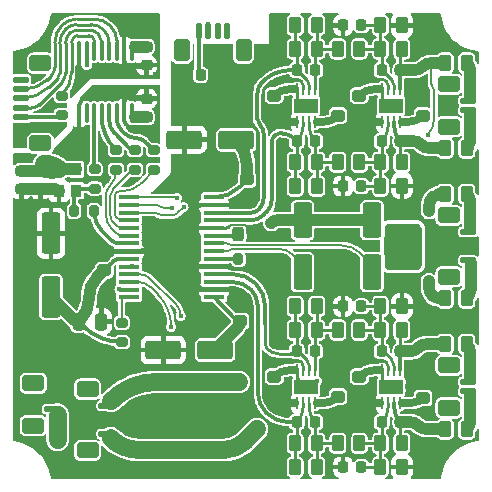
<source format=gbr>
%TF.GenerationSoftware,KiCad,Pcbnew,8.0.3*%
%TF.CreationDate,2024-07-17T22:13:45+02:00*%
%TF.ProjectId,HiFiDAC,48694669-4441-4432-9e6b-696361645f70,rev?*%
%TF.SameCoordinates,Original*%
%TF.FileFunction,Copper,L1,Top*%
%TF.FilePolarity,Positive*%
%FSLAX46Y46*%
G04 Gerber Fmt 4.6, Leading zero omitted, Abs format (unit mm)*
G04 Created by KiCad (PCBNEW 8.0.3) date 2024-07-17 22:13:45*
%MOMM*%
%LPD*%
G01*
G04 APERTURE LIST*
G04 Aperture macros list*
%AMRoundRect*
0 Rectangle with rounded corners*
0 $1 Rounding radius*
0 $2 $3 $4 $5 $6 $7 $8 $9 X,Y pos of 4 corners*
0 Add a 4 corners polygon primitive as box body*
4,1,4,$2,$3,$4,$5,$6,$7,$8,$9,$2,$3,0*
0 Add four circle primitives for the rounded corners*
1,1,$1+$1,$2,$3*
1,1,$1+$1,$4,$5*
1,1,$1+$1,$6,$7*
1,1,$1+$1,$8,$9*
0 Add four rect primitives between the rounded corners*
20,1,$1+$1,$2,$3,$4,$5,0*
20,1,$1+$1,$4,$5,$6,$7,0*
20,1,$1+$1,$6,$7,$8,$9,0*
20,1,$1+$1,$8,$9,$2,$3,0*%
G04 Aperture macros list end*
%TA.AperFunction,SMDPad,CuDef*%
%ADD10RoundRect,0.100000X-0.100000X0.712500X-0.100000X-0.712500X0.100000X-0.712500X0.100000X0.712500X0*%
%TD*%
%TA.AperFunction,SMDPad,CuDef*%
%ADD11R,0.950000X1.050000*%
%TD*%
%TA.AperFunction,SMDPad,CuDef*%
%ADD12RoundRect,0.200000X0.275000X-0.200000X0.275000X0.200000X-0.275000X0.200000X-0.275000X-0.200000X0*%
%TD*%
%TA.AperFunction,SMDPad,CuDef*%
%ADD13RoundRect,0.200000X-0.275000X0.200000X-0.275000X-0.200000X0.275000X-0.200000X0.275000X0.200000X0*%
%TD*%
%TA.AperFunction,SMDPad,CuDef*%
%ADD14RoundRect,0.200000X-0.200000X-0.275000X0.200000X-0.275000X0.200000X0.275000X-0.200000X0.275000X0*%
%TD*%
%TA.AperFunction,SMDPad,CuDef*%
%ADD15RoundRect,0.125000X-0.125000X-0.525000X0.125000X-0.525000X0.125000X0.525000X-0.125000X0.525000X0*%
%TD*%
%TA.AperFunction,SMDPad,CuDef*%
%ADD16RoundRect,0.350000X-0.350000X-0.600000X0.350000X-0.600000X0.350000X0.600000X-0.350000X0.600000X0*%
%TD*%
%TA.AperFunction,SMDPad,CuDef*%
%ADD17RoundRect,0.125000X0.525000X-0.125000X0.525000X0.125000X-0.525000X0.125000X-0.525000X-0.125000X0*%
%TD*%
%TA.AperFunction,SMDPad,CuDef*%
%ADD18RoundRect,0.350000X0.600000X-0.350000X0.600000X0.350000X-0.600000X0.350000X-0.600000X-0.350000X0*%
%TD*%
%TA.AperFunction,SMDPad,CuDef*%
%ADD19RoundRect,0.218750X0.218750X0.256250X-0.218750X0.256250X-0.218750X-0.256250X0.218750X-0.256250X0*%
%TD*%
%TA.AperFunction,SMDPad,CuDef*%
%ADD20RoundRect,0.225000X0.250000X-0.225000X0.250000X0.225000X-0.250000X0.225000X-0.250000X-0.225000X0*%
%TD*%
%TA.AperFunction,SMDPad,CuDef*%
%ADD21RoundRect,0.225000X-0.250000X0.225000X-0.250000X-0.225000X0.250000X-0.225000X0.250000X0.225000X0*%
%TD*%
%TA.AperFunction,SMDPad,CuDef*%
%ADD22RoundRect,0.250000X-0.250000X-0.475000X0.250000X-0.475000X0.250000X0.475000X-0.250000X0.475000X0*%
%TD*%
%TA.AperFunction,SMDPad,CuDef*%
%ADD23RoundRect,0.250000X0.550000X-1.500000X0.550000X1.500000X-0.550000X1.500000X-0.550000X-1.500000X0*%
%TD*%
%TA.AperFunction,SMDPad,CuDef*%
%ADD24RoundRect,0.350000X-0.600000X0.350000X-0.600000X-0.350000X0.600000X-0.350000X0.600000X0.350000X0*%
%TD*%
%TA.AperFunction,SMDPad,CuDef*%
%ADD25RoundRect,0.125000X-0.525000X0.125000X-0.525000X-0.125000X0.525000X-0.125000X0.525000X0.125000X0*%
%TD*%
%TA.AperFunction,SMDPad,CuDef*%
%ADD26RoundRect,0.062500X-0.062500X0.425000X-0.062500X-0.425000X0.062500X-0.425000X0.062500X0.425000X0*%
%TD*%
%TA.AperFunction,HeatsinkPad*%
%ADD27R,2.000000X1.200000*%
%TD*%
%TA.AperFunction,SMDPad,CuDef*%
%ADD28R,1.750000X0.450000*%
%TD*%
%TA.AperFunction,SMDPad,CuDef*%
%ADD29RoundRect,0.250000X0.262500X0.450000X-0.262500X0.450000X-0.262500X-0.450000X0.262500X-0.450000X0*%
%TD*%
%TA.AperFunction,SMDPad,CuDef*%
%ADD30RoundRect,0.250000X-0.262500X-0.450000X0.262500X-0.450000X0.262500X0.450000X-0.262500X0.450000X0*%
%TD*%
%TA.AperFunction,SMDPad,CuDef*%
%ADD31RoundRect,0.225000X-0.225000X-0.250000X0.225000X-0.250000X0.225000X0.250000X-0.225000X0.250000X0*%
%TD*%
%TA.AperFunction,SMDPad,CuDef*%
%ADD32RoundRect,0.225000X0.225000X0.250000X-0.225000X0.250000X-0.225000X-0.250000X0.225000X-0.250000X0*%
%TD*%
%TA.AperFunction,SMDPad,CuDef*%
%ADD33RoundRect,0.250000X-0.350000X0.250000X-0.350000X-0.250000X0.350000X-0.250000X0.350000X0.250000X0*%
%TD*%
%TA.AperFunction,SMDPad,CuDef*%
%ADD34RoundRect,0.250000X-0.550000X1.250000X-0.550000X-1.250000X0.550000X-1.250000X0.550000X1.250000X0*%
%TD*%
%TA.AperFunction,SMDPad,CuDef*%
%ADD35RoundRect,0.250000X0.350000X-0.250000X0.350000X0.250000X-0.350000X0.250000X-0.350000X-0.250000X0*%
%TD*%
%TA.AperFunction,SMDPad,CuDef*%
%ADD36RoundRect,0.250000X0.250000X0.350000X-0.250000X0.350000X-0.250000X-0.350000X0.250000X-0.350000X0*%
%TD*%
%TA.AperFunction,SMDPad,CuDef*%
%ADD37RoundRect,0.250000X1.250000X0.550000X-1.250000X0.550000X-1.250000X-0.550000X1.250000X-0.550000X0*%
%TD*%
%TA.AperFunction,ViaPad*%
%ADD38C,0.450000*%
%TD*%
%TA.AperFunction,Conductor*%
%ADD39C,0.300000*%
%TD*%
%TA.AperFunction,Conductor*%
%ADD40C,0.650000*%
%TD*%
%TA.AperFunction,Conductor*%
%ADD41C,1.500000*%
%TD*%
%TA.AperFunction,Conductor*%
%ADD42C,0.250000*%
%TD*%
%TA.AperFunction,Conductor*%
%ADD43C,0.200000*%
%TD*%
%TA.AperFunction,Conductor*%
%ADD44C,1.000000*%
%TD*%
%TA.AperFunction,Conductor*%
%ADD45C,0.150000*%
%TD*%
%TA.AperFunction,Conductor*%
%ADD46C,0.500000*%
%TD*%
G04 APERTURE END LIST*
D10*
%TO.P,U9,16,VDD2*%
%TO.N,+3.3VD*%
X140322500Y-88737500D03*
%TO.P,U9,15,GND2*%
%TO.N,GND*%
X139687500Y-88737500D03*
%TO.P,U9,14,VOA*%
%TO.N,Net-(U9-VOA)*%
X139052500Y-88737500D03*
%TO.P,U9,13,VOB*%
%TO.N,Net-(U9-VOB)*%
X138417500Y-88737500D03*
%TO.P,U9,12,VOC*%
%TO.N,Net-(U9-VOC)*%
X137782500Y-88737500D03*
%TO.P,U9,11,VID*%
%TO.N,/Digital Interface/SCK*%
X137147500Y-88737500D03*
%TO.P,U9,10,VE2*%
%TO.N,+3.3VD*%
X136512500Y-88737500D03*
%TO.P,U9,9,GND2*%
%TO.N,GND*%
X135877500Y-88737500D03*
%TO.P,U9,8,GND1*%
%TO.N,/Digital Interface/GND_EXT*%
X135877500Y-83462500D03*
%TO.P,U9,7,VE1*%
%TO.N,/Digital Interface/VDD_EXT*%
X136512500Y-83462500D03*
%TO.P,U9,6,VOD*%
%TO.N,Net-(U9-VOD)*%
X137147500Y-83462500D03*
%TO.P,U9,5,VIC*%
%TO.N,Net-(J6-Pin_4)*%
X137782500Y-83462500D03*
%TO.P,U9,4,VIB*%
%TO.N,Net-(J6-Pin_3)*%
X138417500Y-83462500D03*
%TO.P,U9,3,VIA*%
%TO.N,Net-(J6-Pin_2)*%
X139052500Y-83462500D03*
%TO.P,U9,2,GND1*%
%TO.N,/Digital Interface/GND_EXT*%
X139687500Y-83462500D03*
%TO.P,U9,1,VDD1*%
%TO.N,/Digital Interface/VDD_EXT*%
X140322500Y-83462500D03*
%TD*%
D11*
%TO.P,U1,4,VCC*%
%TO.N,+3.3VD*%
X135625000Y-93475000D03*
%TO.P,U1,3,CLK*%
%TO.N,Net-(U1-CLK)*%
X135625000Y-95325000D03*
%TO.P,U1,2,GND*%
%TO.N,GND*%
X134175000Y-95325000D03*
%TO.P,U1,1,EN*%
%TO.N,+3.3VD*%
X134175000Y-93475000D03*
%TD*%
D12*
%TO.P,R51,1*%
%TO.N,+3.3V*%
X139500000Y-108125000D03*
%TO.P,R51,2*%
%TO.N,/Digital Interface/~{RST}*%
X139500000Y-106475000D03*
%TD*%
%TO.P,R48,2*%
%TO.N,Net-(U9-VOD)*%
X134400000Y-87275000D03*
%TO.P,R48,1*%
%TO.N,Net-(J6-Pin_5)*%
X134400000Y-88925000D03*
%TD*%
D13*
%TO.P,R47,1*%
%TO.N,Net-(U9-VOC)*%
X139000000Y-91875000D03*
%TO.P,R47,2*%
%TO.N,/Digital Interface/BCK*%
X139000000Y-93525000D03*
%TD*%
%TO.P,R46,1*%
%TO.N,Net-(U9-VOB)*%
X140600000Y-91875000D03*
%TO.P,R46,2*%
%TO.N,/Digital Interface/DATA*%
X140600000Y-93525000D03*
%TD*%
%TO.P,R45,1*%
%TO.N,Net-(U9-VOA)*%
X142200000Y-91875000D03*
%TO.P,R45,2*%
%TO.N,/Digital Interface/LRCK*%
X142200000Y-93525000D03*
%TD*%
%TO.P,R4,1*%
%TO.N,/Digital Interface/SCK*%
X137200000Y-93475000D03*
%TO.P,R4,2*%
%TO.N,Net-(U1-CLK)*%
X137200000Y-95125000D03*
%TD*%
D14*
%TO.P,R3,1*%
%TO.N,Net-(U1-CLK)*%
X135475000Y-97000000D03*
%TO.P,R3,2*%
%TO.N,Net-(U2-SCK)*%
X137125000Y-97000000D03*
%TD*%
D15*
%TO.P,J7,1,Pin_1*%
%TO.N,Net-(J7-Pin_1)*%
X148400000Y-81800000D03*
%TO.P,J7,2,Pin_2*%
%TO.N,Net-(J7-Pin_2)*%
X147600000Y-81800000D03*
%TO.P,J7,3,Pin_3*%
%TO.N,Net-(J7-Pin_3)*%
X146800000Y-81800000D03*
%TO.P,J7,4,Pin_4*%
%TO.N,Net-(J7-Pin_4)*%
X146000000Y-81800000D03*
D16*
%TO.P,J7,M*%
%TO.N,N/C*%
X144600000Y-83400000D03*
X149800000Y-83400000D03*
%TD*%
D17*
%TO.P,J6,1,Pin_1*%
%TO.N,/Digital Interface/VDD_EXT*%
X131000000Y-85900000D03*
%TO.P,J6,2,Pin_2*%
%TO.N,Net-(J6-Pin_2)*%
X131000000Y-86700000D03*
%TO.P,J6,3,Pin_3*%
%TO.N,Net-(J6-Pin_3)*%
X131000000Y-87500000D03*
%TO.P,J6,4,Pin_4*%
%TO.N,Net-(J6-Pin_4)*%
X131000000Y-88300000D03*
%TO.P,J6,5,Pin_5*%
%TO.N,Net-(J6-Pin_5)*%
X131000000Y-89100000D03*
%TO.P,J6,6,Pin_6*%
%TO.N,/Digital Interface/GND_EXT*%
X131000000Y-89900000D03*
D18*
%TO.P,J6,M*%
%TO.N,N/C*%
X132600000Y-91300000D03*
X132600000Y-84500000D03*
%TD*%
D19*
%TO.P,FB2,1*%
%TO.N,Net-(J7-Pin_4)*%
X146187500Y-85500000D03*
%TO.P,FB2,2*%
%TO.N,GND*%
X144612500Y-85500000D03*
%TD*%
D20*
%TO.P,C46,2*%
%TO.N,GND*%
X141600000Y-87525000D03*
%TO.P,C46,1*%
%TO.N,+3.3VD*%
X141600000Y-89075000D03*
%TD*%
D21*
%TO.P,C45,2*%
%TO.N,/Digital Interface/GND_EXT*%
X141600000Y-84675000D03*
%TO.P,C45,1*%
%TO.N,/Digital Interface/VDD_EXT*%
X141600000Y-83125000D03*
%TD*%
%TO.P,C13,1*%
%TO.N,+3.3VD*%
X132600000Y-93625000D03*
%TO.P,C13,2*%
%TO.N,GND*%
X132600000Y-95175000D03*
%TD*%
%TO.P,C12,1*%
%TO.N,+3.3VD*%
X131000000Y-93625000D03*
%TO.P,C12,2*%
%TO.N,GND*%
X131000000Y-95175000D03*
%TD*%
D22*
%TO.P,C2,1*%
%TO.N,+3.3V*%
X135850000Y-106400000D03*
%TO.P,C2,2*%
%TO.N,GND*%
X137750000Y-106400000D03*
%TD*%
D23*
%TO.P,C1,1*%
%TO.N,+3.3V*%
X133500000Y-104300000D03*
%TO.P,C1,2*%
%TO.N,GND*%
X133500000Y-98900000D03*
%TD*%
D24*
%TO.P,J1,M*%
%TO.N,N/C*%
X167200000Y-102600000D03*
X167200000Y-97400000D03*
D25*
%TO.P,J1,4,Pin_4*%
%TO.N,Net-(J1-Pin_4)*%
X168800000Y-98800000D03*
%TO.P,J1,3,Pin_3*%
%TO.N,GND*%
X168800000Y-99600000D03*
%TO.P,J1,2,Pin_2*%
X168800000Y-100400000D03*
%TO.P,J1,1,Pin_1*%
%TO.N,Net-(J1-Pin_1)*%
X168800000Y-101200000D03*
%TD*%
D26*
%TO.P,U7,1*%
%TO.N,/Differential Amp/VR-*%
X163050000Y-110512500D03*
%TO.P,U7,2,-*%
%TO.N,Net-(U7A--)*%
X162550000Y-110512500D03*
%TO.P,U7,3,+*%
%TO.N,GND*%
X162050000Y-110512500D03*
%TO.P,U7,4,V-*%
%TO.N,-15V*%
X161550000Y-110512500D03*
%TO.P,U7,5,+*%
%TO.N,GND*%
X161550000Y-113287500D03*
%TO.P,U7,6,-*%
%TO.N,Net-(U7B--)*%
X162050000Y-113287500D03*
%TO.P,U7,7*%
%TO.N,/Differential Amp/VR+*%
X162550000Y-113287500D03*
%TO.P,U7,8,V+*%
%TO.N,+15V*%
X163050000Y-113287500D03*
D27*
%TO.P,U7,9,EP*%
%TO.N,-15V*%
X162300000Y-111900000D03*
%TD*%
D26*
%TO.P,U6,1*%
%TO.N,Net-(C37-Pad2)*%
X155850000Y-110512500D03*
%TO.P,U6,2,-*%
%TO.N,/I-V Stage/IR-*%
X155350000Y-110512500D03*
%TO.P,U6,3,+*%
%TO.N,GND*%
X154850000Y-110512500D03*
%TO.P,U6,4,V-*%
%TO.N,-15V*%
X154350000Y-110512500D03*
%TO.P,U6,5,+*%
%TO.N,GND*%
X154350000Y-113287500D03*
%TO.P,U6,6,-*%
%TO.N,/I-V Stage/IR+*%
X154850000Y-113287500D03*
%TO.P,U6,7*%
%TO.N,Net-(C40-Pad2)*%
X155350000Y-113287500D03*
%TO.P,U6,8,V+*%
%TO.N,+15V*%
X155850000Y-113287500D03*
D27*
%TO.P,U6,9,EP*%
%TO.N,-15V*%
X155100000Y-111900000D03*
%TD*%
D26*
%TO.P,U5,1*%
%TO.N,/Differential Amp/VL-*%
X163050000Y-86712500D03*
%TO.P,U5,2,-*%
%TO.N,Net-(U5A--)*%
X162550000Y-86712500D03*
%TO.P,U5,3,+*%
%TO.N,GND*%
X162050000Y-86712500D03*
%TO.P,U5,4,V-*%
%TO.N,-15V*%
X161550000Y-86712500D03*
%TO.P,U5,5,+*%
%TO.N,GND*%
X161550000Y-89487500D03*
%TO.P,U5,6,-*%
%TO.N,Net-(U5B--)*%
X162050000Y-89487500D03*
%TO.P,U5,7*%
%TO.N,/Differential Amp/VL+*%
X162550000Y-89487500D03*
%TO.P,U5,8,V+*%
%TO.N,+15V*%
X163050000Y-89487500D03*
D27*
%TO.P,U5,9,EP*%
%TO.N,-15V*%
X162300000Y-88100000D03*
%TD*%
D26*
%TO.P,U4,1*%
%TO.N,Net-(C23-Pad2)*%
X155850000Y-86712500D03*
%TO.P,U4,2,-*%
%TO.N,/I-V Stage/IL-*%
X155350000Y-86712500D03*
%TO.P,U4,3,+*%
%TO.N,GND*%
X154850000Y-86712500D03*
%TO.P,U4,4,V-*%
%TO.N,-15V*%
X154350000Y-86712500D03*
%TO.P,U4,5,+*%
%TO.N,GND*%
X154350000Y-89487500D03*
%TO.P,U4,6,-*%
%TO.N,/I-V Stage/IL+*%
X154850000Y-89487500D03*
%TO.P,U4,7*%
%TO.N,Net-(C28-Pad2)*%
X155350000Y-89487500D03*
%TO.P,U4,8,V+*%
%TO.N,+15V*%
X155850000Y-89487500D03*
D27*
%TO.P,U4,9,EP*%
%TO.N,-15V*%
X155100000Y-88100000D03*
%TD*%
D28*
%TO.P,U2,1,MONO*%
%TO.N,/MONO*%
X140100000Y-95875000D03*
%TO.P,U2,2,CHSL*%
%TO.N,/CHSL*%
X140100000Y-96525000D03*
%TO.P,U2,3,DEM*%
%TO.N,/DEM*%
X140100000Y-97175000D03*
%TO.P,U2,4,LRCK*%
%TO.N,/Digital Interface/LRCK*%
X140100000Y-97825000D03*
%TO.P,U2,5,DATA*%
%TO.N,/Digital Interface/DATA*%
X140100000Y-98475000D03*
%TO.P,U2,6,BCK*%
%TO.N,/Digital Interface/BCK*%
X140100000Y-99125000D03*
%TO.P,U2,7,SCK*%
%TO.N,Net-(U2-SCK)*%
X140100000Y-99775000D03*
%TO.P,U2,8,DGND*%
%TO.N,GND*%
X140100000Y-100425000D03*
%TO.P,U2,9,VDD*%
%TO.N,+3.3V*%
X140100000Y-101075000D03*
%TO.P,U2,10,MUTE*%
%TO.N,/Digital Interface/MUTE*%
X140100000Y-101725000D03*
%TO.P,U2,11,FMT0*%
%TO.N,/FMT0*%
X140100000Y-102375000D03*
%TO.P,U2,12,FMT1*%
%TO.N,/FMT1*%
X140100000Y-103025000D03*
%TO.P,U2,13,ZERO*%
%TO.N,/ZERO*%
X140100000Y-103675000D03*
%TO.P,U2,14,~{RST}*%
%TO.N,/Digital Interface/~{RST}*%
X140100000Y-104325000D03*
%TO.P,U2,15,VCC2R*%
%TO.N,+5V*%
X147300000Y-104325000D03*
%TO.P,U2,16,AGND3R*%
%TO.N,GND*%
X147300000Y-103675000D03*
%TO.P,U2,17,IOUTR+*%
%TO.N,/I-V Stage/IR+*%
X147300000Y-103025000D03*
%TO.P,U2,18,IOUTR-*%
%TO.N,/I-V Stage/IR-*%
X147300000Y-102375000D03*
%TO.P,U2,19,AGND1*%
%TO.N,GND*%
X147300000Y-101725000D03*
%TO.P,U2,20,IREF*%
%TO.N,Net-(U2-IREF)*%
X147300000Y-101075000D03*
%TO.P,U2,21,VCOMR*%
%TO.N,Net-(U2-VCOMR)*%
X147300000Y-100425000D03*
%TO.P,U2,22,VCOML*%
%TO.N,Net-(U2-VCOML)*%
X147300000Y-99775000D03*
%TO.P,U2,23,VCC1*%
%TO.N,+5V*%
X147300000Y-99125000D03*
%TO.P,U2,24,AGND2*%
%TO.N,GND*%
X147300000Y-98475000D03*
%TO.P,U2,25,IOUTL+*%
%TO.N,/I-V Stage/IL+*%
X147300000Y-97825000D03*
%TO.P,U2,26,IOUTL-*%
%TO.N,/I-V Stage/IL-*%
X147300000Y-97175000D03*
%TO.P,U2,27,AGND3L*%
%TO.N,GND*%
X147300000Y-96525000D03*
%TO.P,U2,28,VCC2L*%
%TO.N,+5V*%
X147300000Y-95875000D03*
%TD*%
D29*
%TO.P,R36,1*%
%TO.N,GND*%
X163212500Y-118700000D03*
%TO.P,R36,2*%
%TO.N,Net-(U7B--)*%
X161387500Y-118700000D03*
%TD*%
D30*
%TO.P,R35,1*%
%TO.N,Net-(C40-Pad2)*%
X157787500Y-116700000D03*
%TO.P,R35,2*%
%TO.N,Net-(U7B--)*%
X159612500Y-116700000D03*
%TD*%
D29*
%TO.P,R34,1*%
%TO.N,/Differential Amp/VR+*%
X163212500Y-116700000D03*
%TO.P,R34,2*%
%TO.N,Net-(U7B--)*%
X161387500Y-116700000D03*
%TD*%
D30*
%TO.P,R33,1*%
%TO.N,/I-V Stage/IR+*%
X154187500Y-118700000D03*
%TO.P,R33,2*%
%TO.N,Net-(C40-Pad2)*%
X156012500Y-118700000D03*
%TD*%
%TO.P,R32,1*%
%TO.N,/I-V Stage/IR+*%
X154187500Y-116700000D03*
%TO.P,R32,2*%
%TO.N,Net-(C40-Pad2)*%
X156012500Y-116700000D03*
%TD*%
D29*
%TO.P,R31,1*%
%TO.N,GND*%
X163212500Y-105100000D03*
%TO.P,R31,2*%
%TO.N,Net-(U7A--)*%
X161387500Y-105100000D03*
%TD*%
D30*
%TO.P,R30,1*%
%TO.N,Net-(C37-Pad2)*%
X157787500Y-107100000D03*
%TO.P,R30,2*%
%TO.N,Net-(U7A--)*%
X159612500Y-107100000D03*
%TD*%
D29*
%TO.P,R29,1*%
%TO.N,/Differential Amp/VR-*%
X163212500Y-107100000D03*
%TO.P,R29,2*%
%TO.N,Net-(U7A--)*%
X161387500Y-107100000D03*
%TD*%
D30*
%TO.P,R28,1*%
%TO.N,/I-V Stage/IR-*%
X154187500Y-105100000D03*
%TO.P,R28,2*%
%TO.N,Net-(C37-Pad2)*%
X156012500Y-105100000D03*
%TD*%
%TO.P,R27,1*%
%TO.N,/I-V Stage/IR-*%
X154187500Y-107100000D03*
%TO.P,R27,2*%
%TO.N,Net-(C37-Pad2)*%
X156012500Y-107100000D03*
%TD*%
D29*
%TO.P,R26,1*%
%TO.N,GND*%
X163212500Y-94900000D03*
%TO.P,R26,2*%
%TO.N,Net-(U5B--)*%
X161387500Y-94900000D03*
%TD*%
D30*
%TO.P,R25,1*%
%TO.N,Net-(C28-Pad2)*%
X157787500Y-92900000D03*
%TO.P,R25,2*%
%TO.N,Net-(U5B--)*%
X159612500Y-92900000D03*
%TD*%
D29*
%TO.P,R24,1*%
%TO.N,/Differential Amp/VL+*%
X163212500Y-92900000D03*
%TO.P,R24,2*%
%TO.N,Net-(U5B--)*%
X161387500Y-92900000D03*
%TD*%
D30*
%TO.P,R23,1*%
%TO.N,/I-V Stage/IL+*%
X154187500Y-94900000D03*
%TO.P,R23,2*%
%TO.N,Net-(C28-Pad2)*%
X156012500Y-94900000D03*
%TD*%
%TO.P,R22,1*%
%TO.N,/I-V Stage/IL+*%
X154187500Y-92900000D03*
%TO.P,R22,2*%
%TO.N,Net-(C28-Pad2)*%
X156012500Y-92900000D03*
%TD*%
D29*
%TO.P,R21,1*%
%TO.N,GND*%
X163212500Y-81300000D03*
%TO.P,R21,2*%
%TO.N,Net-(U5A--)*%
X161387500Y-81300000D03*
%TD*%
D30*
%TO.P,R20,1*%
%TO.N,Net-(C23-Pad2)*%
X157787500Y-83300000D03*
%TO.P,R20,2*%
%TO.N,Net-(U5A--)*%
X159612500Y-83300000D03*
%TD*%
D29*
%TO.P,R19,1*%
%TO.N,/Differential Amp/VL-*%
X163212500Y-83300000D03*
%TO.P,R19,2*%
%TO.N,Net-(U5A--)*%
X161387500Y-83300000D03*
%TD*%
D30*
%TO.P,R18,1*%
%TO.N,/I-V Stage/IL-*%
X154187500Y-81300000D03*
%TO.P,R18,2*%
%TO.N,Net-(C23-Pad2)*%
X156012500Y-81300000D03*
%TD*%
%TO.P,R17,1*%
%TO.N,/I-V Stage/IL-*%
X154187500Y-83300000D03*
%TO.P,R17,2*%
%TO.N,Net-(C23-Pad2)*%
X156012500Y-83300000D03*
%TD*%
D14*
%TO.P,R9,1*%
%TO.N,Net-(U2-IREF)*%
X149375000Y-101100000D03*
%TO.P,R9,2*%
%TO.N,GND*%
X151025000Y-101100000D03*
%TD*%
D29*
%TO.P,R8,1*%
%TO.N,Net-(J3-Pin_2)*%
X168712500Y-108300000D03*
%TO.P,R8,2*%
%TO.N,/Differential Amp/VR-*%
X166887500Y-108300000D03*
%TD*%
%TO.P,R7,1*%
%TO.N,Net-(J3-Pin_1)*%
X168712500Y-115500000D03*
%TO.P,R7,2*%
%TO.N,/Differential Amp/VR+*%
X166887500Y-115500000D03*
%TD*%
%TO.P,R6,1*%
%TO.N,Net-(J2-Pin_2)*%
X168712500Y-84500000D03*
%TO.P,R6,2*%
%TO.N,/Differential Amp/VL-*%
X166887500Y-84500000D03*
%TD*%
%TO.P,R5,1*%
%TO.N,Net-(J2-Pin_1)*%
X168712500Y-91700000D03*
%TO.P,R5,2*%
%TO.N,/Differential Amp/VL+*%
X166887500Y-91700000D03*
%TD*%
%TO.P,R2,1*%
%TO.N,Net-(J1-Pin_1)*%
X168712500Y-104400000D03*
%TO.P,R2,2*%
%TO.N,/Differential Amp/VR_SE*%
X166887500Y-104400000D03*
%TD*%
%TO.P,R1,1*%
%TO.N,Net-(J1-Pin_4)*%
X168712500Y-95600000D03*
%TO.P,R1,2*%
%TO.N,/Differential Amp/VL_SE*%
X166887500Y-95600000D03*
%TD*%
D25*
%TO.P,J5,1,Pin_1*%
%TO.N,+15V*%
X138200000Y-115900000D03*
%TO.P,J5,2,Pin_2*%
%TO.N,GND*%
X138200000Y-115100000D03*
%TO.P,J5,3,Pin_3*%
X138200000Y-114300000D03*
%TO.P,J5,4,Pin_4*%
%TO.N,-15V*%
X138200000Y-113500000D03*
D24*
%TO.P,J5,M*%
%TO.N,N/C*%
X136600000Y-112100000D03*
X136600000Y-117300000D03*
%TD*%
%TO.P,J4,M*%
%TO.N,N/C*%
X132000000Y-115200000D03*
X132000000Y-111600000D03*
D25*
%TO.P,J4,2,Pin_2*%
%TO.N,GND*%
X133600000Y-113000000D03*
%TO.P,J4,1,Pin_1*%
%TO.N,+5V*%
X133600000Y-113800000D03*
%TD*%
%TO.P,J3,1,Pin_1*%
%TO.N,Net-(J3-Pin_1)*%
X168800000Y-112300000D03*
%TO.P,J3,2,Pin_2*%
%TO.N,Net-(J3-Pin_2)*%
X168800000Y-111500000D03*
D24*
%TO.P,J3,M*%
%TO.N,N/C*%
X167200000Y-110100000D03*
X167200000Y-113700000D03*
%TD*%
D25*
%TO.P,J2,1,Pin_1*%
%TO.N,Net-(J2-Pin_1)*%
X168800000Y-88500000D03*
%TO.P,J2,2,Pin_2*%
%TO.N,Net-(J2-Pin_2)*%
X168800000Y-87700000D03*
D24*
%TO.P,J2,M*%
%TO.N,N/C*%
X167200000Y-86300000D03*
X167200000Y-89900000D03*
%TD*%
D31*
%TO.P,C42,1*%
%TO.N,GND*%
X158225000Y-118700000D03*
%TO.P,C42,2*%
%TO.N,Net-(U7B--)*%
X159775000Y-118700000D03*
%TD*%
D32*
%TO.P,C41,1*%
%TO.N,/Differential Amp/VR+*%
X163075000Y-114900000D03*
%TO.P,C41,2*%
%TO.N,Net-(U7B--)*%
X161525000Y-114900000D03*
%TD*%
D31*
%TO.P,C40,1*%
%TO.N,/I-V Stage/IR+*%
X154325000Y-114900000D03*
%TO.P,C40,2*%
%TO.N,Net-(C40-Pad2)*%
X155875000Y-114900000D03*
%TD*%
%TO.P,C39,1*%
%TO.N,GND*%
X158225000Y-105100000D03*
%TO.P,C39,2*%
%TO.N,Net-(U7A--)*%
X159775000Y-105100000D03*
%TD*%
D32*
%TO.P,C38,1*%
%TO.N,/Differential Amp/VR-*%
X163075000Y-108900000D03*
%TO.P,C38,2*%
%TO.N,Net-(U7A--)*%
X161525000Y-108900000D03*
%TD*%
D31*
%TO.P,C37,1*%
%TO.N,/I-V Stage/IR-*%
X154325000Y-108900000D03*
%TO.P,C37,2*%
%TO.N,Net-(C37-Pad2)*%
X155875000Y-108900000D03*
%TD*%
D33*
%TO.P,C36,1*%
%TO.N,-15V*%
X159600000Y-111050000D03*
%TO.P,C36,2*%
%TO.N,GND*%
X159600000Y-112750000D03*
%TD*%
%TO.P,C35,1*%
%TO.N,-15V*%
X152400000Y-111050000D03*
%TO.P,C35,2*%
%TO.N,GND*%
X152400000Y-112750000D03*
%TD*%
%TO.P,C34,1*%
%TO.N,GND*%
X165000000Y-111150000D03*
%TO.P,C34,2*%
%TO.N,+15V*%
X165000000Y-112850000D03*
%TD*%
%TO.P,C33,1*%
%TO.N,GND*%
X157800000Y-111050000D03*
%TO.P,C33,2*%
%TO.N,+15V*%
X157800000Y-112750000D03*
%TD*%
D31*
%TO.P,C32,1*%
%TO.N,GND*%
X158225000Y-94900000D03*
%TO.P,C32,2*%
%TO.N,Net-(U5B--)*%
X159775000Y-94900000D03*
%TD*%
D33*
%TO.P,C31,1*%
%TO.N,-15V*%
X159600000Y-87250000D03*
%TO.P,C31,2*%
%TO.N,GND*%
X159600000Y-88950000D03*
%TD*%
%TO.P,C30,1*%
%TO.N,-15V*%
X152400000Y-87250000D03*
%TO.P,C30,2*%
%TO.N,GND*%
X152400000Y-88950000D03*
%TD*%
D32*
%TO.P,C29,1*%
%TO.N,/Differential Amp/VL+*%
X163075000Y-91100000D03*
%TO.P,C29,2*%
%TO.N,Net-(U5B--)*%
X161525000Y-91100000D03*
%TD*%
D31*
%TO.P,C28,1*%
%TO.N,/I-V Stage/IL+*%
X154325000Y-91100000D03*
%TO.P,C28,2*%
%TO.N,Net-(C28-Pad2)*%
X155875000Y-91100000D03*
%TD*%
D33*
%TO.P,C27,1*%
%TO.N,GND*%
X165000000Y-87250000D03*
%TO.P,C27,2*%
%TO.N,+15V*%
X165000000Y-88950000D03*
%TD*%
%TO.P,C26,1*%
%TO.N,GND*%
X157800000Y-87250000D03*
%TO.P,C26,2*%
%TO.N,+15V*%
X157800000Y-88950000D03*
%TD*%
D31*
%TO.P,C25,1*%
%TO.N,GND*%
X158225000Y-81300000D03*
%TO.P,C25,2*%
%TO.N,Net-(U5A--)*%
X159775000Y-81300000D03*
%TD*%
D32*
%TO.P,C24,1*%
%TO.N,/Differential Amp/VL-*%
X163075000Y-85100000D03*
%TO.P,C24,2*%
%TO.N,Net-(U5A--)*%
X161525000Y-85100000D03*
%TD*%
D31*
%TO.P,C23,1*%
%TO.N,/I-V Stage/IL-*%
X154325000Y-85100000D03*
%TO.P,C23,2*%
%TO.N,Net-(C23-Pad2)*%
X155875000Y-85100000D03*
%TD*%
D34*
%TO.P,C11,1*%
%TO.N,+5V*%
X154800000Y-97800000D03*
%TO.P,C11,2*%
%TO.N,Net-(U2-VCOMR)*%
X154800000Y-102200000D03*
%TD*%
%TO.P,C10,1*%
%TO.N,+5V*%
X160700000Y-97800000D03*
%TO.P,C10,2*%
%TO.N,Net-(U2-VCOML)*%
X160700000Y-102200000D03*
%TD*%
D33*
%TO.P,C9,1*%
%TO.N,GND*%
X149500000Y-104650000D03*
%TO.P,C9,2*%
%TO.N,+5V*%
X149500000Y-106350000D03*
%TD*%
D35*
%TO.P,C8,1*%
%TO.N,GND*%
X150100000Y-96050000D03*
%TO.P,C8,2*%
%TO.N,+5V*%
X150100000Y-94350000D03*
%TD*%
D36*
%TO.P,C7,1*%
%TO.N,GND*%
X151050000Y-99000000D03*
%TO.P,C7,2*%
%TO.N,+5V*%
X149350000Y-99000000D03*
%TD*%
D35*
%TO.P,C3,1*%
%TO.N,+3.3V*%
X138000000Y-102050000D03*
%TO.P,C3,2*%
%TO.N,GND*%
X138000000Y-100350000D03*
%TD*%
D37*
%TO.P,C6,1*%
%TO.N,+5V*%
X147400000Y-108800000D03*
%TO.P,C6,2*%
%TO.N,GND*%
X143000000Y-108800000D03*
%TD*%
%TO.P,C5,1*%
%TO.N,+5V*%
X149200000Y-91000000D03*
%TO.P,C5,2*%
%TO.N,GND*%
X144800000Y-91000000D03*
%TD*%
D38*
%TO.N,GND*%
X158400000Y-91100000D03*
X142100000Y-90400000D03*
X140400000Y-87400000D03*
%TO.N,+3.3V*%
X133300000Y-104000000D03*
X133600000Y-103300000D03*
X133000000Y-102800000D03*
%TO.N,GND*%
X150800000Y-95600000D03*
X145700000Y-96800000D03*
X152200000Y-99300000D03*
X150500000Y-101600000D03*
X139800000Y-92700000D03*
X157510000Y-115050000D03*
X137230000Y-87150000D03*
X135590000Y-90910000D03*
X131300000Y-92600000D03*
X131800000Y-95000000D03*
X130900000Y-95000000D03*
X147560000Y-93550000D03*
X132440000Y-116680000D03*
X136300000Y-102400000D03*
X134850000Y-103570000D03*
X135650000Y-105070000D03*
X133900000Y-98200000D03*
X133100000Y-97500000D03*
X137700000Y-106400000D03*
X132160000Y-105270000D03*
X132150000Y-106250000D03*
X148380000Y-114040000D03*
X145450000Y-118870000D03*
X143800000Y-108700000D03*
X142190000Y-107170000D03*
X142000000Y-104570000D03*
X143330000Y-102090000D03*
X143590000Y-99590000D03*
X138300000Y-100600000D03*
X137700000Y-100100000D03*
X139370000Y-100430000D03*
X145800000Y-95900000D03*
X145900000Y-98500000D03*
X145900000Y-101700000D03*
X146000000Y-100700000D03*
X146000000Y-103500000D03*
X146100000Y-105900000D03*
X146100000Y-107500000D03*
X149500000Y-104700000D03*
X148110000Y-110160000D03*
X146200000Y-112800000D03*
X145200000Y-112800000D03*
X145700000Y-113500000D03*
X159580000Y-108670000D03*
X165630000Y-117090000D03*
X165140000Y-118630000D03*
X165270000Y-109790000D03*
X165760000Y-106870000D03*
X165760000Y-105620000D03*
X169080000Y-106470000D03*
X169130000Y-93640000D03*
X167230000Y-88100000D03*
X165640000Y-82160000D03*
X155100000Y-93880000D03*
X155180000Y-117700000D03*
X150980000Y-118570000D03*
X152270000Y-117100000D03*
X156780000Y-102810000D03*
X158830000Y-103010000D03*
X158200000Y-105100000D03*
X152180000Y-112470000D03*
X158200000Y-118700000D03*
X163200000Y-118700000D03*
X152240000Y-109750000D03*
X159600000Y-112700000D03*
X157600000Y-111100000D03*
X165000000Y-111100000D03*
X169100000Y-100400000D03*
X169100000Y-99600000D03*
X156670000Y-99020000D03*
X158870000Y-99020000D03*
X156720000Y-96410000D03*
X159030000Y-96430000D03*
X165560000Y-93160000D03*
X165560000Y-94520000D03*
X158200000Y-94900000D03*
X165000000Y-87200000D03*
X160010000Y-88440000D03*
X158380000Y-87770000D03*
X157240000Y-87710000D03*
X152660000Y-83510000D03*
X155090000Y-82310000D03*
X157500000Y-84850000D03*
X159260000Y-84910000D03*
X163200000Y-81300000D03*
X158200000Y-81300000D03*
X149300000Y-85000000D03*
X149300000Y-86600000D03*
X141600000Y-87500000D03*
X144400000Y-86600000D03*
X145900000Y-91200000D03*
X144300000Y-90900000D03*
X140400000Y-94500000D03*
X136300000Y-108400000D03*
X131350000Y-103020000D03*
X131350000Y-102200000D03*
X131250000Y-108980000D03*
X131250000Y-108210000D03*
X138460000Y-109050000D03*
X134790000Y-110130000D03*
X133760000Y-111560000D03*
X141840000Y-113990000D03*
X140450000Y-113510000D03*
X140100000Y-114810000D03*
X140500000Y-115770000D03*
X141650000Y-115820000D03*
X135290000Y-113560000D03*
X137030000Y-114010000D03*
X136520000Y-113360000D03*
X135640000Y-115130000D03*
X136840000Y-115940000D03*
%TO.N,-15V*%
X162300000Y-88100000D03*
X163000000Y-87700000D03*
X161600000Y-87700000D03*
X161600000Y-88500000D03*
X163000000Y-88500000D03*
X155100000Y-88100000D03*
X155800000Y-87700000D03*
X155800000Y-88500000D03*
X154400000Y-88500000D03*
X154400000Y-87700000D03*
X163100000Y-100000000D03*
X163900000Y-99600000D03*
X163900000Y-100400000D03*
X162300000Y-100400000D03*
X162300000Y-99600000D03*
X163120000Y-112210000D03*
X163120000Y-111500000D03*
X161600000Y-111500000D03*
X162100000Y-111900000D03*
X161600000Y-112300000D03*
X154400000Y-111300000D03*
X155300000Y-111600000D03*
X156000000Y-111400000D03*
X155800000Y-112100000D03*
%TO.N,/CHSL*%
X143780000Y-96800000D03*
%TO.N,GND*%
X165800000Y-100800000D03*
%TO.N,+15V*%
X165300000Y-88700000D03*
X164700000Y-89200000D03*
X157500000Y-89200000D03*
X158100000Y-88700000D03*
X158100000Y-113000000D03*
X157500000Y-112500000D03*
%TO.N,+5V*%
X149700000Y-99200000D03*
X149200000Y-98700000D03*
%TO.N,+15V*%
X165300000Y-112600000D03*
X164700000Y-113100000D03*
%TO.N,+5V*%
X152000000Y-98300000D03*
X152300000Y-97700000D03*
%TO.N,-15V*%
X159300000Y-110800000D03*
X159900000Y-111300000D03*
X152100000Y-111300000D03*
X152700000Y-110800000D03*
%TO.N,GND*%
X160680000Y-109690000D03*
X153570000Y-109720000D03*
X160430000Y-85730000D03*
%TO.N,-15V*%
X152800000Y-87000000D03*
X152200000Y-87500000D03*
X159300000Y-87000000D03*
X159900000Y-87400000D03*
%TO.N,/Differential Amp/VR-*%
X163410000Y-107020000D03*
%TO.N,/Differential Amp/VR+*%
X162610000Y-114080000D03*
%TO.N,/Differential Amp/VL+*%
X163075000Y-91100000D03*
%TO.N,+3.3V*%
X139500000Y-108125000D03*
%TO.N,/FMT1*%
X143680000Y-106830000D03*
%TO.N,/FMT0*%
X144475000Y-105900000D03*
%TO.N,/ZERO*%
X139300000Y-103670000D03*
%TO.N,/Digital Interface/~{RST}*%
X140100000Y-104325000D03*
%TO.N,/Digital Interface/MUTE*%
X140380000Y-101720000D03*
%TO.N,/MONO*%
X144175000Y-95900000D03*
%TO.N,/DEM*%
X144720000Y-96710000D03*
%TO.N,+3.3VD*%
X133200000Y-93300000D03*
X133700000Y-93800000D03*
X132600000Y-93800000D03*
X133000000Y-92600000D03*
X132400000Y-93000000D03*
X136512500Y-88737500D03*
X141300000Y-89300000D03*
X141800000Y-88900000D03*
%TO.N,/Digital Interface/GND_EXT*%
X131300000Y-89900000D03*
X130700000Y-89900000D03*
X133160000Y-89860000D03*
X130910000Y-91040000D03*
X133980000Y-90020000D03*
X132330000Y-89870000D03*
X138040000Y-84720000D03*
X135570000Y-86470000D03*
X135850000Y-84670000D03*
X133810000Y-88100000D03*
X131130000Y-84970000D03*
%TO.N,/Digital Interface/VDD_EXT*%
X131300000Y-85900000D03*
X130700000Y-85900000D03*
%TO.N,/Digital Interface/GND_EXT*%
X131050000Y-83780000D03*
X133030000Y-83130000D03*
X139620000Y-82020000D03*
X141530000Y-81140000D03*
X142290000Y-85460000D03*
X142470000Y-83980000D03*
X140510000Y-85410000D03*
X141600000Y-84700000D03*
%TO.N,/Digital Interface/VDD_EXT*%
X136530000Y-84670000D03*
X141300000Y-83300000D03*
X141800000Y-82900000D03*
%TO.N,+5V*%
X149330000Y-91160000D03*
X149300000Y-90500000D03*
X149900000Y-91500000D03*
%TO.N,/Differential Amp/VR_SE*%
X165500000Y-103600000D03*
X165500000Y-102800000D03*
%TO.N,/Differential Amp/VL_SE*%
X165500000Y-96400000D03*
X165500000Y-97200000D03*
%TO.N,Net-(J7-Pin_1)*%
X148400000Y-81240000D03*
%TO.N,Net-(J7-Pin_3)*%
X146800000Y-81220000D03*
%TO.N,Net-(J7-Pin_2)*%
X147600000Y-81800000D03*
%TO.N,+5V*%
X148600000Y-108300000D03*
X148000000Y-109100000D03*
X146900000Y-109200000D03*
%TO.N,+15V*%
X150500000Y-115900000D03*
X150500000Y-116500000D03*
X151100000Y-115900000D03*
X150500000Y-115300000D03*
X149900000Y-115900000D03*
%TO.N,-15V*%
X148570000Y-111990000D03*
X148570000Y-110990000D03*
X149070000Y-111490000D03*
X149570000Y-111990000D03*
X149570000Y-110990000D03*
%TO.N,+5V*%
X133600000Y-115600000D03*
X134550000Y-115600000D03*
X134570000Y-116600000D03*
X133600000Y-116600000D03*
X134060000Y-116090000D03*
%TO.N,GND*%
X138500000Y-114300000D03*
X137900000Y-114300000D03*
X138500000Y-115100000D03*
X137900000Y-115100000D03*
%TO.N,/Differential Amp/VL-*%
X165400000Y-90550000D03*
%TO.N,GND*%
X152150000Y-86200000D03*
X146500000Y-86600000D03*
%TD*%
D39*
%TO.N,GND*%
X140681837Y-90120000D02*
X140910000Y-90120000D01*
X139995858Y-89835858D02*
G75*
G03*
X140681837Y-90119980I685942J685958D01*
G01*
X139830000Y-89670000D02*
X139995858Y-89835858D01*
X139687500Y-89325975D02*
G75*
G03*
X139829993Y-89670007I486500J-25D01*
G01*
X139687500Y-88973610D02*
X139687500Y-89325975D01*
X139687500Y-88737500D02*
X139687500Y-88973610D01*
X140440000Y-87360000D02*
X140567574Y-87360000D01*
X140400000Y-87400000D02*
X140440000Y-87360000D01*
X140360000Y-87360000D02*
X140400000Y-87400000D01*
X150525000Y-101600000D02*
X151025000Y-101100000D01*
X150500000Y-101600000D02*
X150525000Y-101600000D01*
X150500000Y-101625000D02*
X150500000Y-101600000D01*
X149500000Y-104700000D02*
X149500000Y-104650000D01*
D40*
X159600000Y-112700000D02*
G75*
G03*
X160903675Y-113289999I1265200J1060300D01*
G01*
D39*
X141600000Y-87500000D02*
G75*
G02*
X141600000Y-87525000I-123800J-12500D01*
G01*
D41*
%TO.N,-15V*%
X142506753Y-111490000D02*
X149410000Y-111490000D01*
X138585951Y-113114049D02*
G75*
G02*
X142506753Y-111490022I3920749J-3920751D01*
G01*
D42*
X161600000Y-87700000D02*
X161550000Y-87650000D01*
X154400000Y-87700000D02*
X154350000Y-87650000D01*
X162100000Y-87800000D02*
G75*
G02*
X161787755Y-87887867I-143300J-89500D01*
G01*
X161600000Y-111500000D02*
X161550000Y-111490000D01*
X162100000Y-111900000D02*
G75*
G02*
X161719583Y-111659584I1170500J2273300D01*
G01*
D39*
%TO.N,GND*%
X136140000Y-87590000D02*
X136450000Y-87280000D01*
X135877500Y-88223731D02*
G75*
G02*
X136139991Y-87589991I896200J31D01*
G01*
X135877500Y-88737500D02*
X135877500Y-88223731D01*
X135877500Y-89908046D02*
G75*
G02*
X135739987Y-90239987I-469500J46D01*
G01*
X135877500Y-88737500D02*
X135877500Y-89908046D01*
D43*
%TO.N,/CHSL*%
X143780000Y-96800000D02*
X143130416Y-96800000D01*
X143130416Y-96800000D02*
G75*
G02*
X142719995Y-96630005I-16J580400D01*
G01*
D42*
%TO.N,GND*%
X152850121Y-85910000D02*
G75*
G03*
X152149994Y-86199994I-21J-990100D01*
G01*
X154390000Y-85910000D02*
X152850121Y-85910000D01*
D40*
%TO.N,+15V*%
X164700000Y-113100000D02*
G75*
G02*
X163937748Y-113290012I-882200J1915100D01*
G01*
D44*
%TO.N,+5V*%
X154800000Y-97800000D02*
X152733553Y-97800000D01*
X152733553Y-97800000D02*
G75*
G03*
X152130014Y-98050014I47J-853600D01*
G01*
X160700000Y-97800000D02*
X154800000Y-97800000D01*
D42*
%TO.N,GND*%
X154156035Y-89487500D02*
X154150000Y-89490000D01*
X154350000Y-89487500D02*
X154156035Y-89487500D01*
X161356035Y-89487500D02*
X161350000Y-89490000D01*
X161550000Y-89487500D02*
X161356035Y-89487500D01*
X161356035Y-113287500D02*
X161350000Y-113290000D01*
X161550000Y-113287500D02*
X161356035Y-113287500D01*
D40*
X160903675Y-113290000D02*
X161350000Y-113290000D01*
X159600000Y-112750000D02*
G75*
G02*
X159600000Y-112700000I449300J25000D01*
G01*
X153703675Y-89490000D02*
X154150000Y-89490000D01*
X152400000Y-88950000D02*
G75*
G03*
X153703675Y-89490010I1303700J1303700D01*
G01*
X159600000Y-88950000D02*
G75*
G03*
X160903675Y-89490010I1303700J1303700D01*
G01*
X160903675Y-89490000D02*
X161350000Y-89490000D01*
D42*
X160704142Y-109700000D02*
G75*
G02*
X160679988Y-109690012I-42J34100D01*
G01*
X161500000Y-109700000D02*
X161270000Y-109700000D01*
X161610295Y-109700000D02*
X161500000Y-109700000D01*
X161270000Y-109700000D02*
X160704142Y-109700000D01*
X162050000Y-110182132D02*
G75*
G03*
X161900009Y-109819991I-512100J32D01*
G01*
X161900000Y-109820000D02*
G75*
G03*
X161610295Y-109700002I-289700J-289700D01*
G01*
X162050000Y-110512500D02*
X162050000Y-110182132D01*
X153642426Y-109690000D02*
G75*
G03*
X153569992Y-109719992I-26J-102400D01*
G01*
X154330710Y-109690000D02*
X153642426Y-109690000D01*
X154460000Y-109690000D02*
X154330710Y-109690000D01*
X154647782Y-109767782D02*
G75*
G03*
X154460000Y-109690011I-187782J-187818D01*
G01*
X154710000Y-109830000D02*
X154647782Y-109767782D01*
X154862495Y-110198155D02*
G75*
G03*
X154709987Y-109830013I-520695J-45D01*
G01*
X154862495Y-110498725D02*
X154862495Y-110198155D01*
X154850000Y-110512500D02*
X154862495Y-110498725D01*
%TO.N,/I-V Stage/IR-*%
X152816819Y-109120000D02*
X153793874Y-109120000D01*
X151800000Y-108700000D02*
X151797985Y-108697985D01*
X153793874Y-109120000D02*
G75*
G03*
X154325008Y-108900008I26J751100D01*
G01*
X151797985Y-108697985D02*
G75*
G03*
X152816819Y-109120001I1018815J1018785D01*
G01*
X151630000Y-108289584D02*
G75*
G03*
X151799995Y-108700005I580400J-16D01*
G01*
X151630000Y-106630000D02*
X151630000Y-108289584D01*
%TO.N,GND*%
X160816274Y-85890000D02*
G75*
G02*
X160430008Y-85729992I26J546300D01*
G01*
X161264142Y-85890000D02*
X160816274Y-85890000D01*
X161890000Y-86030000D02*
G75*
G03*
X161552011Y-85889996I-338000J-338000D01*
G01*
X162050000Y-86416274D02*
G75*
G03*
X161889992Y-86030008I-546300J-26D01*
G01*
X161552011Y-85890000D02*
X161530000Y-85890000D01*
X161530000Y-85890000D02*
X161264142Y-85890000D01*
X162050000Y-86712500D02*
X162050000Y-86416274D01*
X154680208Y-86030208D02*
G75*
G03*
X154390000Y-85909995I-290208J-290192D01*
G01*
X154710000Y-86060000D02*
X154680208Y-86030208D01*
X154850000Y-86397989D02*
G75*
G03*
X154709997Y-86060003I-478000J-11D01*
G01*
X154850000Y-86712500D02*
X154850000Y-86397989D01*
D43*
%TO.N,/Differential Amp/VR-*%
X163405637Y-107020000D02*
X163410000Y-107020000D01*
X163212500Y-107100000D02*
G75*
G02*
X163405637Y-107020015I193100J-193100D01*
G01*
%TO.N,/Differential Amp/VR+*%
X162612038Y-114084920D02*
X162610000Y-114080000D01*
X162612038Y-114100000D02*
X162612038Y-114084920D01*
X162550000Y-113287500D02*
X162550000Y-113160710D01*
D39*
%TO.N,+3.3V*%
X136213819Y-106763819D02*
G75*
G03*
X139500000Y-108124989I3286181J3286219D01*
G01*
X135850000Y-106400000D02*
X136213819Y-106763819D01*
%TO.N,GND*%
X148344082Y-103675000D02*
G75*
G02*
X148670006Y-103809994I18J-460900D01*
G01*
X148670000Y-103810000D02*
X149492928Y-104632928D01*
X149492928Y-104632928D02*
X149500000Y-104700000D01*
X147300000Y-103675000D02*
X148344082Y-103675000D01*
%TO.N,Net-(U2-IREF)*%
X149314645Y-101075000D02*
G75*
G02*
X149374987Y-101100013I-45J-85400D01*
G01*
X147300000Y-101075000D02*
X149314645Y-101075000D01*
%TO.N,GND*%
X150467738Y-101657262D02*
X150500000Y-101625000D01*
X147300000Y-101725000D02*
X148328934Y-101725000D01*
X148847989Y-101940000D02*
X149785148Y-101940000D01*
X149785148Y-101940000D02*
G75*
G03*
X150467708Y-101657232I-48J965300D01*
G01*
X148510000Y-101800000D02*
G75*
G03*
X148847989Y-101940004I338000J338000D01*
G01*
X148328934Y-101725000D02*
G75*
G02*
X148509990Y-101800010I-34J-256100D01*
G01*
X147300000Y-96525000D02*
X148953249Y-96525000D01*
X148953249Y-96525000D02*
G75*
G03*
X150099986Y-96049986I-49J1621800D01*
G01*
D43*
%TO.N,/FMT1*%
X141960000Y-103500000D02*
X142541558Y-104081558D01*
X142541558Y-104081558D02*
G75*
G02*
X143679995Y-106830000I-2748458J-2748442D01*
G01*
X140100000Y-103025000D02*
X140813249Y-103025000D01*
X140813249Y-103025000D02*
G75*
G02*
X141959986Y-103500014I-49J-1621800D01*
G01*
%TO.N,/FMT0*%
X144061342Y-104901342D02*
G75*
G02*
X144475004Y-105900000I-998642J-998658D01*
G01*
X141920000Y-102760000D02*
X144061342Y-104901342D01*
X140990528Y-102375000D02*
G75*
G02*
X141919992Y-102760008I-28J-1314500D01*
G01*
X140100000Y-102375000D02*
X140990528Y-102375000D01*
%TO.N,/ZERO*%
X139312071Y-103675000D02*
X139300000Y-103670000D01*
X140100000Y-103675000D02*
X139312071Y-103675000D01*
%TO.N,/Digital Interface/MUTE*%
X140367929Y-101725000D02*
X140380000Y-101720000D01*
X140100000Y-101725000D02*
X140367929Y-101725000D01*
%TO.N,/MONO*%
X144114645Y-95875000D02*
G75*
G02*
X144174987Y-95900013I-45J-85400D01*
G01*
X140100000Y-95875000D02*
X144114645Y-95875000D01*
%TO.N,/Digital Interface/~{RST}*%
X139749350Y-104325000D02*
G75*
G03*
X139520015Y-104420015I50J-324400D01*
G01*
X140100000Y-104325000D02*
X139749350Y-104325000D01*
X139500000Y-104468284D02*
G75*
G02*
X139520005Y-104420005I68300J-16D01*
G01*
X139500000Y-106475000D02*
X139500000Y-104468284D01*
%TO.N,/DEM*%
X144211923Y-97218077D02*
X144720000Y-96710000D01*
X143821006Y-97380000D02*
G75*
G03*
X144211912Y-97218066I-6J552800D01*
G01*
X143770000Y-97380000D02*
X143821006Y-97380000D01*
X142530000Y-97250000D02*
G75*
G03*
X142843847Y-97379980I313800J313800D01*
G01*
X142843847Y-97380000D02*
X143770000Y-97380000D01*
X140100000Y-97175000D02*
X142348934Y-97175000D01*
X142348934Y-97175000D02*
G75*
G02*
X142529990Y-97250010I-34J-256100D01*
G01*
%TO.N,/CHSL*%
X142466508Y-96525000D02*
G75*
G02*
X142719998Y-96630002I-8J-358500D01*
G01*
X140100000Y-96525000D02*
X142466508Y-96525000D01*
D39*
%TO.N,GND*%
X146280000Y-96550000D02*
X147239645Y-96550000D01*
X145426446Y-96903554D02*
G75*
G02*
X146280000Y-96549998I853554J-853546D01*
G01*
X147239645Y-96550000D02*
G75*
G03*
X147299987Y-96524987I-45J85400D01*
G01*
X142670000Y-99660000D02*
X145426446Y-96903554D01*
X142967072Y-100997072D02*
X142960000Y-100980000D01*
X144870000Y-102900000D02*
X142967072Y-100997072D01*
X146741015Y-103675000D02*
G75*
G02*
X144869995Y-102900005I-15J2646000D01*
G01*
X147300000Y-103675000D02*
X146741015Y-103675000D01*
X141620112Y-100425000D02*
X140100000Y-100425000D01*
X144758589Y-101725000D02*
G75*
G02*
X142960003Y-100979997I11J2543600D01*
G01*
X147300000Y-101725000D02*
X144758589Y-101725000D01*
X142960000Y-100980000D02*
G75*
G03*
X141620112Y-100424995I-1339900J-1339900D01*
G01*
X145530843Y-98475000D02*
G75*
G03*
X142669987Y-99659987I-43J-4045800D01*
G01*
X147300000Y-98475000D02*
X145530843Y-98475000D01*
X140823127Y-100425000D02*
G75*
G03*
X142669992Y-99659992I-27J2611900D01*
G01*
X140100000Y-100425000D02*
X140823127Y-100425000D01*
D43*
%TO.N,/Digital Interface/BCK*%
X139000000Y-93691888D02*
X139000000Y-93525000D01*
X138480000Y-94910000D02*
X138506360Y-94883640D01*
X138140000Y-97320000D02*
X138140000Y-95730832D01*
X138890000Y-98800000D02*
X138656188Y-98566188D01*
X140100000Y-99125000D02*
X139674619Y-99125000D01*
X138506360Y-94883640D02*
G75*
G03*
X138999989Y-93691888I-1191760J1191740D01*
G01*
X138140000Y-95730832D02*
G75*
G02*
X138479990Y-94909990I1160800J32D01*
G01*
X138656188Y-98566188D02*
G75*
G02*
X138140007Y-97320000I1246212J1246188D01*
G01*
X139674619Y-99125000D02*
G75*
G02*
X138889994Y-98800006I-19J1109600D01*
G01*
%TO.N,/Digital Interface/DATA*%
X138750000Y-95190000D02*
X140284185Y-93655815D01*
X138530000Y-97386446D02*
X138530000Y-95721126D01*
X138900000Y-98150000D02*
X138808285Y-98058285D01*
X140100000Y-98475000D02*
X139684619Y-98475000D01*
X140284185Y-93655815D02*
G75*
G02*
X140600000Y-93524991I315815J-315785D01*
G01*
X138530000Y-95721126D02*
G75*
G02*
X138749992Y-95189992I751100J26D01*
G01*
X138808285Y-98058285D02*
G75*
G02*
X138529961Y-97386446I671815J671885D01*
G01*
X139684619Y-98475000D02*
G75*
G02*
X138899994Y-98150006I-19J1109600D01*
G01*
%TO.N,/Digital Interface/LRCK*%
X141250000Y-94530000D02*
X142161109Y-93618891D01*
X141022757Y-94757244D02*
X141250000Y-94530000D01*
X139323847Y-95330000D02*
X139640000Y-95330000D01*
X138910000Y-97320295D02*
X138910000Y-95701421D01*
X140100000Y-97825000D02*
X139549055Y-97825000D01*
X142161109Y-93618891D02*
G75*
G03*
X142199995Y-93525000I-93909J93891D01*
G01*
X139640000Y-95330000D02*
G75*
G03*
X141022754Y-94757241I0J1955500D01*
G01*
X139010000Y-95460000D02*
G75*
G02*
X139323847Y-95330020I313800J-313800D01*
G01*
X138910000Y-95701421D02*
G75*
G02*
X139009994Y-95459994I341400J21D01*
G01*
X139030000Y-97610000D02*
G75*
G02*
X138910002Y-97320295I289700J289700D01*
G01*
X139549055Y-97825000D02*
G75*
G02*
X139030013Y-97609987I45J734100D01*
G01*
D44*
%TO.N,+3.3VD*%
X133700000Y-93800000D02*
X132600000Y-93625000D01*
D41*
X133221386Y-93080000D02*
X132900000Y-93080000D01*
X134175000Y-93475000D02*
G75*
G03*
X133221386Y-93080006I-953600J-953600D01*
G01*
D39*
%TO.N,/Digital Interface/GND_EXT*%
X135877500Y-84603610D02*
G75*
G02*
X135849997Y-84669997I-93900J10D01*
G01*
X135877500Y-83462500D02*
X135877500Y-84603610D01*
%TO.N,/Digital Interface/VDD_EXT*%
X136512500Y-84627752D02*
X136512500Y-83462500D01*
X136530000Y-84670000D02*
G75*
G02*
X136512520Y-84627752I42200J42200D01*
G01*
%TO.N,/Digital Interface/GND_EXT*%
X141600000Y-84700000D02*
G75*
G03*
X141600000Y-84675000I-91800J12500D01*
G01*
D42*
%TO.N,Net-(J6-Pin_2)*%
X139052500Y-82564148D02*
X139052500Y-83462500D01*
X138460000Y-81300000D02*
X138577573Y-81417573D01*
X135671248Y-80780000D02*
X137204609Y-80780000D01*
X133820000Y-84840000D02*
X133820000Y-82786812D01*
X133180000Y-85900000D02*
X133523015Y-85556985D01*
X131000000Y-86700000D02*
X131248630Y-86700000D01*
X138577573Y-81417573D02*
G75*
G02*
X139052537Y-82564148I-1146573J-1146627D01*
G01*
X137204609Y-80780000D02*
G75*
G02*
X138459997Y-81300003I-9J-1775400D01*
G01*
X134440000Y-81290000D02*
G75*
G02*
X135671248Y-80780020I1231200J-1231200D01*
G01*
X133820000Y-82786812D02*
G75*
G02*
X134439996Y-81289996I2116800J12D01*
G01*
X133523015Y-85556985D02*
G75*
G03*
X133819991Y-84840000I-717015J716985D01*
G01*
X131248630Y-86700000D02*
G75*
G03*
X133179991Y-85899991I-30J2731400D01*
G01*
%TO.N,Net-(J6-Pin_3)*%
X135667401Y-81240000D02*
X136897747Y-81240000D01*
X134240000Y-85370000D02*
X134240000Y-82851248D01*
X133528786Y-86321214D02*
X134070294Y-85779706D01*
X133304594Y-86545406D02*
X133528786Y-86321214D01*
X136897747Y-81240000D02*
G75*
G02*
X137959987Y-81680013I-47J-1502300D01*
G01*
X138417500Y-82784502D02*
X138417500Y-83462500D01*
X137960000Y-81680000D02*
G75*
G02*
X138417499Y-82784502I-1104500J-1104500D01*
G01*
X134750000Y-81620000D02*
G75*
G02*
X135667401Y-81240000I917400J-917400D01*
G01*
X134240000Y-82851248D02*
G75*
G02*
X134750015Y-81620015I1741300J-52D01*
G01*
X134070294Y-85779706D02*
G75*
G03*
X134240003Y-85370000I-409694J409706D01*
G01*
X131000000Y-87500000D02*
G75*
G03*
X133304596Y-86545408I0J3259200D01*
G01*
%TO.N,Net-(J6-Pin_4)*%
X137782500Y-82658879D02*
X137782500Y-83462500D01*
X137390000Y-81960000D02*
X137565857Y-82135857D01*
X135679411Y-81700000D02*
X136762305Y-81700000D01*
X134740000Y-85350000D02*
X134740000Y-82809116D01*
X131000000Y-88300000D02*
X131819879Y-88300000D01*
X132520000Y-88010000D02*
X134428872Y-86101128D01*
X137565857Y-82135857D02*
G75*
G02*
X137782504Y-82658879I-523057J-523043D01*
G01*
X136762305Y-81700000D02*
G75*
G02*
X137389999Y-81960001I-5J-887700D01*
G01*
X135100000Y-81940000D02*
G75*
G02*
X135679411Y-81700005I579400J-579400D01*
G01*
X134740000Y-82809116D02*
G75*
G02*
X135099995Y-81939995I1229100J16D01*
G01*
X134428872Y-86101128D02*
G75*
G03*
X134739987Y-85350000I-751172J751128D01*
G01*
X131819879Y-88300000D02*
G75*
G03*
X132520006Y-88010006I21J990100D01*
G01*
D39*
%TO.N,Net-(J6-Pin_5)*%
X133977513Y-89100000D02*
G75*
G03*
X134399996Y-88924996I-13J597500D01*
G01*
X131000000Y-89100000D02*
X133977513Y-89100000D01*
%TO.N,GND*%
X140312842Y-87360000D02*
X140360000Y-87360000D01*
X139687500Y-88737500D02*
X139687500Y-87904025D01*
X141201655Y-87360000D02*
G75*
G02*
X141599992Y-87500011I-33655J-732400D01*
G01*
X139830000Y-87560000D02*
G75*
G02*
X140312842Y-87360018I482800J-482800D01*
G01*
X139687500Y-87904025D02*
G75*
G02*
X139829993Y-87559993I486500J25D01*
G01*
X140567574Y-87360000D02*
X141201655Y-87360000D01*
%TO.N,/Digital Interface/GND_EXT*%
X140701716Y-84800000D02*
X141298224Y-84800000D01*
X139687500Y-83462500D02*
X139687500Y-84211833D01*
X140371126Y-84800000D02*
X140701716Y-84800000D01*
X139840000Y-84580000D02*
G75*
G03*
X140371126Y-84799989I531100J531100D01*
G01*
X139687500Y-84211833D02*
G75*
G03*
X139840009Y-84579991I520700J33D01*
G01*
X141298224Y-84800000D02*
G75*
G03*
X141599990Y-84699985I-39124J623300D01*
G01*
%TO.N,/Digital Interface/VDD_EXT*%
X140347249Y-83402752D02*
X140620000Y-83130000D01*
X140322500Y-83462500D02*
G75*
G02*
X140347248Y-83402751I84500J0D01*
G01*
D44*
X140632071Y-83125000D02*
X140620000Y-83130000D01*
X141600000Y-83125000D02*
X140632071Y-83125000D01*
D39*
%TO.N,Net-(U9-VOA)*%
X141500803Y-91175802D02*
X142200000Y-91875000D01*
X140680000Y-90850000D02*
X140718099Y-90851596D01*
X139775233Y-90475233D02*
G75*
G03*
X140680000Y-90850010I904767J904733D01*
G01*
X140718099Y-90851596D02*
G75*
G02*
X141500802Y-91175803I1J-1106904D01*
G01*
X139052500Y-89204493D02*
G75*
G03*
X139439998Y-90140002I1323000J-7D01*
G01*
X139440000Y-90140000D02*
X139775233Y-90475233D01*
X139052500Y-88737500D02*
X139052500Y-89204493D01*
%TO.N,Net-(U9-VOB)*%
X138880000Y-90450000D02*
X140096403Y-91666403D01*
X138417500Y-89333427D02*
G75*
G03*
X138880008Y-90449992I1579100J27D01*
G01*
X140096403Y-91666403D02*
G75*
G03*
X140600000Y-91874998I503597J503603D01*
G01*
X138417500Y-88737500D02*
X138417500Y-89333427D01*
%TO.N,+3.3VD*%
X140354320Y-88814320D02*
X140620000Y-89080000D01*
X140322500Y-88737500D02*
G75*
G03*
X140354328Y-88814312I108600J0D01*
G01*
D44*
X140632071Y-89075000D02*
X140620000Y-89080000D01*
X141600000Y-89075000D02*
X140632071Y-89075000D01*
D39*
%TO.N,Net-(U9-VOC)*%
X137782500Y-88935695D02*
G75*
G03*
X138999999Y-91875001I4156800J-5D01*
G01*
X137782500Y-88737500D02*
X137782500Y-88935695D01*
D44*
%TO.N,GND*%
X133812868Y-95175000D02*
G75*
G02*
X134175009Y-95324991I32J-512100D01*
G01*
X132600000Y-95175000D02*
X133812868Y-95175000D01*
X131000000Y-95175000D02*
X132600000Y-95175000D01*
%TO.N,+3.3VD*%
X135625000Y-93475000D02*
X134175000Y-93475000D01*
X131000000Y-93625000D02*
X132600000Y-93625000D01*
D39*
%TO.N,/Digital Interface/SCK*%
X137147500Y-93348254D02*
G75*
G03*
X137200016Y-93474984I179300J54D01*
G01*
X137147500Y-88737500D02*
X137147500Y-93348254D01*
%TO.N,Net-(U1-CLK)*%
X136107842Y-95125000D02*
G75*
G03*
X135624987Y-95324987I-42J-682800D01*
G01*
X137200000Y-95125000D02*
X136107842Y-95125000D01*
X135475000Y-95687132D02*
G75*
G02*
X135624991Y-95324991I512100J32D01*
G01*
X135475000Y-97000000D02*
X135475000Y-95687132D01*
%TO.N,Net-(U2-SCK)*%
X138540000Y-99440000D02*
X137849785Y-98749785D01*
X140100000Y-99775000D02*
X139348761Y-99775000D01*
X139348761Y-99775000D02*
G75*
G02*
X138540011Y-99439989I39J1143800D01*
G01*
X137849785Y-98749785D02*
G75*
G02*
X137125009Y-97000000I1749815J1749785D01*
G01*
%TO.N,GND*%
X138181066Y-100425000D02*
G75*
G02*
X138000010Y-100349990I34J256100D01*
G01*
X140100000Y-100425000D02*
X138181066Y-100425000D01*
%TO.N,+3.3V*%
X138710000Y-101330000D02*
X138007071Y-102032929D01*
X138007071Y-102032929D02*
X138000000Y-102050000D01*
X139325624Y-101075000D02*
G75*
G03*
X138709993Y-101329993I-24J-870600D01*
G01*
X140100000Y-101075000D02*
X139325624Y-101075000D01*
D44*
X137403562Y-102646438D02*
X138000000Y-102050000D01*
X136720000Y-104390000D02*
X136723304Y-104288726D01*
X135913898Y-106336102D02*
G75*
G03*
X136720001Y-104390000I-1946098J1946102D01*
G01*
X136723304Y-104288726D02*
G75*
G02*
X137403559Y-102646435I2322496J26D01*
G01*
X135850000Y-106400000D02*
X135913898Y-106336102D01*
X135423223Y-106223223D02*
G75*
G03*
X135850000Y-106399986I426777J426823D01*
G01*
X133500000Y-104300000D02*
X135423223Y-106223223D01*
%TO.N,+5V*%
X150100000Y-94350000D02*
X150100000Y-93172792D01*
X150100000Y-93172792D02*
G75*
G03*
X149199998Y-91000002I-3072800J-8D01*
G01*
X149252512Y-106947488D02*
G75*
G03*
X149499993Y-106350000I-597512J597488D01*
G01*
X147400000Y-108800000D02*
X149252512Y-106947488D01*
D39*
X149201256Y-106226256D02*
G75*
G03*
X149500000Y-106349996I298744J298756D01*
G01*
X147300000Y-104325000D02*
X149201256Y-106226256D01*
X149476561Y-94973439D02*
X150100000Y-94350000D01*
X147300000Y-95875000D02*
G75*
G03*
X149476556Y-94973434I0J3078100D01*
G01*
X149048224Y-99125000D02*
G75*
G03*
X149349993Y-98999993I-24J426800D01*
G01*
X147300000Y-99125000D02*
X149048224Y-99125000D01*
D42*
%TO.N,GND*%
X148609290Y-98260711D02*
X148470000Y-98400000D01*
X148470000Y-98400000D02*
G75*
G02*
X148288934Y-98475014I-181100J181100D01*
G01*
D45*
X148780000Y-98190000D02*
G75*
G03*
X148609294Y-98260715I0J-241400D01*
G01*
D42*
X148288934Y-98475000D02*
X147300000Y-98475000D01*
D45*
X149710000Y-98190000D02*
X148780000Y-98190000D01*
X150614767Y-98564767D02*
G75*
G03*
X149710000Y-98189990I-904767J-904733D01*
G01*
X151050000Y-99000000D02*
X150614767Y-98564767D01*
D43*
%TO.N,Net-(U2-VCOML)*%
X148797279Y-99930000D02*
X158065909Y-99930000D01*
X147300000Y-99775000D02*
X148423077Y-99775000D01*
X158065909Y-99930000D02*
G75*
G02*
X159779998Y-100640002I-9J-2424100D01*
G01*
X159780000Y-100640000D02*
X160247451Y-101107451D01*
X148580000Y-99840000D02*
G75*
G03*
X148797279Y-99930009I217300J217300D01*
G01*
X148423077Y-99775000D02*
G75*
G02*
X148580007Y-99839993I23J-221900D01*
G01*
X160247451Y-101107451D02*
G75*
G02*
X160699999Y-102200000I-1092551J-1092549D01*
G01*
%TO.N,Net-(U2-VCOMR)*%
X153920000Y-100680000D02*
X154347451Y-101107451D01*
X147300000Y-100425000D02*
X148431361Y-100425000D01*
X148829705Y-100260000D02*
X152906031Y-100260000D01*
X152906031Y-100260000D02*
G75*
G02*
X153919991Y-100680009I-31J-1434000D01*
G01*
X154347451Y-101107451D02*
G75*
G02*
X154799999Y-102200000I-1092551J-1092549D01*
G01*
X148431361Y-100425000D02*
G75*
G03*
X148540012Y-100380012I39J153600D01*
G01*
X148540000Y-100380000D02*
G75*
G02*
X148829705Y-100260002I289700J-289700D01*
G01*
D39*
%TO.N,/I-V Stage/IL+*%
X154128102Y-90903103D02*
X154325000Y-91100000D01*
X152970000Y-90450000D02*
X153041437Y-90452991D01*
X152850416Y-90450000D02*
X152970000Y-90450000D01*
X152190000Y-96067747D02*
X152190000Y-91223553D01*
X151570000Y-97320000D02*
X151742929Y-97147071D01*
X147300000Y-97825000D02*
X150350823Y-97825000D01*
X153041437Y-90452991D02*
G75*
G02*
X154128091Y-90903114I-37J-1536809D01*
G01*
X152440000Y-90620000D02*
G75*
G02*
X152850416Y-90450007I410400J-410400D01*
G01*
X152190000Y-91223553D02*
G75*
G02*
X152440014Y-90620014I853600J-47D01*
G01*
X151742929Y-97147071D02*
G75*
G03*
X152190031Y-96067747I-1079329J1079371D01*
G01*
X150350823Y-97825000D02*
G75*
G03*
X151569994Y-97319994I-23J1724200D01*
G01*
%TO.N,/I-V Stage/IL-*%
X153780071Y-85100000D02*
X154325000Y-85100000D01*
X150970000Y-87810000D02*
X150970000Y-87103969D01*
X151160000Y-89690000D02*
X151184143Y-89714143D01*
X151520000Y-95890173D02*
X151520000Y-90559116D01*
X147300000Y-97175000D02*
X150397807Y-97175000D01*
X151390000Y-86090000D02*
G75*
G02*
X153780071Y-85099988I2390100J-2390100D01*
G01*
X150970000Y-87103969D02*
G75*
G02*
X151390009Y-86090009I1434000J-31D01*
G01*
X151184143Y-89714143D02*
G75*
G02*
X150970022Y-89197157I516957J516943D01*
G01*
X150970000Y-89197157D02*
X150970000Y-87810000D01*
X151520000Y-90559116D02*
G75*
G03*
X151160005Y-89689995I-1229100J16D01*
G01*
X151110000Y-96880000D02*
G75*
G03*
X151519989Y-95890173I-989800J989800D01*
G01*
X150397807Y-97175000D02*
G75*
G03*
X151109998Y-96879998I-7J1007200D01*
G01*
%TO.N,/I-V Stage/IR-*%
X150780000Y-103130000D02*
X150880503Y-103230503D01*
X147300000Y-102375000D02*
X148957269Y-102375000D01*
X151630000Y-105039948D02*
X151630000Y-106630000D01*
X150880503Y-103230503D02*
G75*
G02*
X151629978Y-105039948I-1809403J-1809397D01*
G01*
X148957269Y-102375000D02*
G75*
G02*
X150780009Y-103129991I31J-2577700D01*
G01*
%TO.N,/I-V Stage/IR+*%
X153613086Y-114900000D02*
X154325000Y-114900000D01*
X151730000Y-114120000D02*
G75*
G03*
X153613086Y-114900006I1883100J1883100D01*
G01*
X150450000Y-103690000D02*
G75*
G02*
X150999993Y-105017817I-1327800J-1327800D01*
G01*
X151000000Y-112357625D02*
G75*
G03*
X151730007Y-114119993I2492400J25D01*
G01*
X151000000Y-105017817D02*
X151000000Y-112357625D01*
X148844548Y-103025000D02*
G75*
G02*
X150449986Y-103690014I-48J-2270500D01*
G01*
X147300000Y-103025000D02*
X148844548Y-103025000D01*
D42*
%TO.N,GND*%
X154186035Y-113287500D02*
X154180000Y-113290000D01*
X154350000Y-113287500D02*
X154186035Y-113287500D01*
D40*
X153703675Y-113290000D02*
X154180000Y-113290000D01*
X152400000Y-112750000D02*
G75*
G03*
X153703675Y-113290010I1303700J1303700D01*
G01*
D42*
%TO.N,Net-(J3-Pin_2)*%
X168842426Y-111397573D02*
X169000000Y-111240000D01*
X168800000Y-111500000D02*
G75*
G02*
X168842417Y-111397564I144900J0D01*
G01*
%TO.N,Net-(J3-Pin_1)*%
X168842426Y-112402427D02*
X169000000Y-112560000D01*
X168800000Y-112300000D02*
G75*
G03*
X168842417Y-112402436I144900J0D01*
G01*
D44*
X169000000Y-114805914D02*
X169000000Y-112560000D01*
X168712500Y-115500000D02*
G75*
G03*
X169000006Y-114805914I-694100J694100D01*
G01*
%TO.N,Net-(J3-Pin_2)*%
X169000000Y-108994086D02*
X169000000Y-111240000D01*
X168712500Y-108300000D02*
G75*
G02*
X169000006Y-108994086I-694100J-694100D01*
G01*
%TO.N,/Differential Amp/VR+*%
X163899879Y-114900000D02*
G75*
G02*
X164600006Y-115189994I21J-990100D01*
G01*
X163075000Y-114900000D02*
X163899879Y-114900000D01*
X164600000Y-115190000D02*
G75*
G03*
X165348406Y-115499997I748400J748400D01*
G01*
X165348406Y-115500000D02*
X166887500Y-115500000D01*
%TO.N,/Differential Amp/VR-*%
X164605420Y-108587777D02*
G75*
G02*
X165300175Y-108299973I694780J-694723D01*
G01*
X164550000Y-108640000D02*
X164605420Y-108587777D01*
X163922305Y-108900000D02*
G75*
G03*
X164549999Y-108639999I-5J887700D01*
G01*
X163075000Y-108900000D02*
X163922305Y-108900000D01*
X165300175Y-108300000D02*
X166887500Y-108300000D01*
D42*
%TO.N,/Differential Amp/VR+*%
X163075000Y-116368046D02*
G75*
G03*
X163212513Y-116699987I469500J46D01*
G01*
X163075000Y-114900000D02*
X163075000Y-116368046D01*
%TO.N,Net-(U7B--)*%
X159775000Y-118700000D02*
X161387500Y-118700000D01*
X159612500Y-116700000D02*
X161387500Y-116700000D01*
X161387500Y-118700000D02*
X161387500Y-116700000D01*
X161525000Y-116368046D02*
G75*
G02*
X161387487Y-116699987I-469500J46D01*
G01*
X161525000Y-114900000D02*
X161525000Y-116368046D01*
D39*
%TO.N,/Differential Amp/VR+*%
X162550000Y-113632538D02*
G75*
G03*
X163075011Y-114899989I1792500J38D01*
G01*
X162550000Y-113287500D02*
X162550000Y-113632538D01*
%TO.N,/Differential Amp/VR-*%
X163050000Y-108960355D02*
G75*
G02*
X163075013Y-108900013I85400J-45D01*
G01*
X163050000Y-110512500D02*
X163050000Y-108960355D01*
D42*
%TO.N,Net-(U7B--)*%
X162050000Y-113632538D02*
G75*
G02*
X161524989Y-114899989I-1792500J38D01*
G01*
X162050000Y-113287500D02*
X162050000Y-113632538D01*
%TO.N,Net-(U7A--)*%
X161387500Y-105100000D02*
X159775000Y-105100000D01*
X159612500Y-107100000D02*
X161387500Y-107100000D01*
X161387500Y-107100000D02*
X161387500Y-105100000D01*
%TO.N,/Differential Amp/VR-*%
X163075000Y-107431954D02*
G75*
G02*
X163212513Y-107100013I469500J-46D01*
G01*
X163075000Y-108900000D02*
X163075000Y-107431954D01*
%TO.N,Net-(U7A--)*%
X161525000Y-107431954D02*
G75*
G03*
X161387487Y-107100013I-469500J-46D01*
G01*
X161525000Y-108900000D02*
X161525000Y-107431954D01*
X161738389Y-108988389D02*
G75*
G03*
X161525000Y-108900007I-213389J-213411D01*
G01*
X162550000Y-110139411D02*
G75*
G03*
X162310003Y-109559997I-819400J11D01*
G01*
X162550000Y-110512500D02*
X162550000Y-110139411D01*
X162310000Y-109560000D02*
X161738389Y-108988389D01*
%TO.N,Net-(C40-Pad2)*%
X157787500Y-116700000D02*
X156012500Y-116700000D01*
%TO.N,/I-V Stage/IR+*%
X154187500Y-118700000D02*
X154187500Y-116700000D01*
%TO.N,Net-(C40-Pad2)*%
X156012500Y-118700000D02*
X156012500Y-116700000D01*
X155875000Y-116368046D02*
G75*
G03*
X156012513Y-116699987I469500J46D01*
G01*
X155875000Y-114900000D02*
X155875000Y-116368046D01*
%TO.N,/I-V Stage/IR+*%
X154325000Y-114900000D02*
X154325000Y-116368046D01*
X154325000Y-116368046D02*
G75*
G02*
X154187487Y-116699987I-469500J46D01*
G01*
%TO.N,Net-(C40-Pad2)*%
X155350000Y-113632538D02*
G75*
G03*
X155875011Y-114899989I1792500J38D01*
G01*
X155350000Y-113287500D02*
X155350000Y-113632538D01*
%TO.N,/I-V Stage/IR+*%
X154850000Y-113632538D02*
G75*
G02*
X154324989Y-114899989I-1792500J38D01*
G01*
X154850000Y-113287500D02*
X154850000Y-113632538D01*
%TO.N,Net-(C37-Pad2)*%
X157787500Y-107100000D02*
X156012500Y-107100000D01*
X156012500Y-107100000D02*
X156012500Y-105100000D01*
%TO.N,/I-V Stage/IR-*%
X154187500Y-107100000D02*
X154187500Y-105100000D01*
%TO.N,Net-(C37-Pad2)*%
X155875000Y-107431954D02*
G75*
G02*
X156012513Y-107100013I469500J-46D01*
G01*
X155875000Y-108900000D02*
X155875000Y-107431954D01*
%TO.N,/I-V Stage/IR-*%
X154325000Y-107431954D02*
G75*
G03*
X154187487Y-107100013I-469500J-46D01*
G01*
X154325000Y-108900000D02*
X154325000Y-107431954D01*
%TO.N,Net-(C37-Pad2)*%
X155850000Y-108960355D02*
G75*
G02*
X155875013Y-108900013I85400J-45D01*
G01*
X155850000Y-110512500D02*
X155850000Y-108960355D01*
%TO.N,/I-V Stage/IR-*%
X155180000Y-109670000D02*
X154470104Y-108960104D01*
X154470104Y-108960104D02*
G75*
G03*
X154325000Y-108899998I-145104J-145096D01*
G01*
X155350000Y-110512500D02*
X155350000Y-110080416D01*
X155350000Y-110080416D02*
G75*
G03*
X155180005Y-109669995I-580400J16D01*
G01*
%TO.N,Net-(J2-Pin_1)*%
X168835355Y-88585356D02*
X169000000Y-88750000D01*
X168800000Y-88500000D02*
G75*
G03*
X168835358Y-88585353I120700J0D01*
G01*
%TO.N,Net-(J2-Pin_2)*%
X168842426Y-87597573D02*
X169000000Y-87440000D01*
X168800000Y-87700000D02*
G75*
G02*
X168842417Y-87597564I144900J0D01*
G01*
D44*
%TO.N,Net-(J2-Pin_1)*%
X169000000Y-91194356D02*
X169000000Y-88750000D01*
X168792164Y-91696116D02*
G75*
G03*
X168999968Y-91194356I-501764J501716D01*
G01*
X168712500Y-91700000D02*
X168792164Y-91696116D01*
%TO.N,/Differential Amp/VL+*%
X165586690Y-91700000D02*
X166887500Y-91700000D01*
X164790000Y-91370000D02*
G75*
G03*
X165586690Y-91700004I796700J796700D01*
G01*
X164138163Y-91100000D02*
G75*
G02*
X164790011Y-91369989I37J-921800D01*
G01*
X163075000Y-91100000D02*
X164138163Y-91100000D01*
%TO.N,Net-(J2-Pin_2)*%
X168712500Y-84500000D02*
G75*
G02*
X169000006Y-85194086I-694100J-694100D01*
G01*
X169000000Y-85194086D02*
X169000000Y-87440000D01*
%TO.N,/Differential Amp/VL-*%
X164249879Y-85100000D02*
X163075000Y-85100000D01*
X165698406Y-84500000D02*
G75*
G03*
X164949998Y-84809998I-6J-1058400D01*
G01*
X164950000Y-84810000D02*
G75*
G02*
X164249879Y-85099991I-700100J700100D01*
G01*
X166887500Y-84500000D02*
X165698406Y-84500000D01*
D42*
%TO.N,Net-(U5B--)*%
X159775000Y-94900000D02*
X161387500Y-94900000D01*
X159612500Y-92900000D02*
X161387500Y-92900000D01*
X161387500Y-92900000D02*
X161387500Y-94900000D01*
%TO.N,/Differential Amp/VL+*%
X163075000Y-92568046D02*
G75*
G03*
X163212513Y-92899987I469500J46D01*
G01*
X163075000Y-91100000D02*
X163075000Y-92568046D01*
%TO.N,Net-(U5B--)*%
X161525000Y-92568046D02*
G75*
G02*
X161387487Y-92899987I-469500J46D01*
G01*
X161525000Y-91100000D02*
X161525000Y-92568046D01*
D39*
%TO.N,/Differential Amp/VL+*%
X162550000Y-89832538D02*
G75*
G03*
X163075011Y-91099989I1792500J38D01*
G01*
X162550000Y-89487500D02*
X162550000Y-89832538D01*
D42*
%TO.N,Net-(U5B--)*%
X162050000Y-89832538D02*
G75*
G02*
X161524989Y-91099989I-1792500J38D01*
G01*
X162050000Y-89487500D02*
X162050000Y-89832538D01*
%TO.N,Net-(U5A--)*%
X159775000Y-81300000D02*
X161387500Y-81300000D01*
X161387500Y-81300000D02*
X161387500Y-83300000D01*
X159612500Y-83300000D02*
X161387500Y-83300000D01*
X161525000Y-83631954D02*
G75*
G03*
X161387487Y-83300013I-469500J-46D01*
G01*
X161525000Y-85100000D02*
X161525000Y-83631954D01*
%TO.N,/Differential Amp/VL-*%
X163075000Y-83631954D02*
G75*
G02*
X163212513Y-83300013I469500J-46D01*
G01*
X163075000Y-85100000D02*
X163075000Y-83631954D01*
X163050000Y-85160355D02*
G75*
G02*
X163075013Y-85100013I85400J-45D01*
G01*
D39*
X163050000Y-86712500D02*
X163050000Y-85160355D01*
D42*
%TO.N,Net-(U5A--)*%
X162350000Y-85910000D02*
X161550607Y-85110607D01*
X162550000Y-86392842D02*
G75*
G03*
X162350013Y-85909987I-682800J42D01*
G01*
X162550000Y-86712500D02*
X162550000Y-86392842D01*
X161550607Y-85110607D02*
G75*
G03*
X161525000Y-85099996I-25607J-25593D01*
G01*
%TO.N,Net-(C28-Pad2)*%
X157787500Y-92900000D02*
X156012500Y-92900000D01*
X156012500Y-94900000D02*
X156012500Y-92900000D01*
%TO.N,/I-V Stage/IL+*%
X154187500Y-94900000D02*
X154187500Y-92900000D01*
%TO.N,Net-(C28-Pad2)*%
X155875000Y-92568046D02*
G75*
G03*
X156012513Y-92899987I469500J46D01*
G01*
X155875000Y-91100000D02*
X155875000Y-92568046D01*
%TO.N,/I-V Stage/IL+*%
X154325000Y-92568046D02*
G75*
G02*
X154187487Y-92899987I-469500J46D01*
G01*
X154325000Y-91100000D02*
X154325000Y-92568046D01*
%TO.N,Net-(C28-Pad2)*%
X155350000Y-89832538D02*
G75*
G03*
X155875011Y-91099989I1792500J38D01*
G01*
X155350000Y-89487500D02*
X155350000Y-89832538D01*
%TO.N,/I-V Stage/IL+*%
X154850000Y-89487500D02*
X154850000Y-89832538D01*
X154850000Y-89832538D02*
G75*
G02*
X154324989Y-91099989I-1792500J38D01*
G01*
%TO.N,Net-(C23-Pad2)*%
X157787500Y-83300000D02*
X156012500Y-83300000D01*
X156012500Y-81300000D02*
X156012500Y-83300000D01*
X155875000Y-83631954D02*
G75*
G02*
X156012513Y-83300013I469500J-46D01*
G01*
X155875000Y-85100000D02*
X155875000Y-83631954D01*
%TO.N,/I-V Stage/IL-*%
X154187500Y-81300000D02*
X154187500Y-83300000D01*
X154325000Y-83631954D02*
G75*
G03*
X154187487Y-83300013I-469500J-46D01*
G01*
X154325000Y-85100000D02*
X154325000Y-83631954D01*
%TO.N,Net-(C23-Pad2)*%
X155850000Y-85160355D02*
G75*
G02*
X155875013Y-85100013I85400J-45D01*
G01*
X155850000Y-86712500D02*
X155850000Y-85160355D01*
%TO.N,/I-V Stage/IL-*%
X154367678Y-85117678D02*
G75*
G03*
X154325000Y-85100013I-42678J-42722D01*
G01*
X155170000Y-85920000D02*
X154367678Y-85117678D01*
X155350000Y-86354558D02*
G75*
G03*
X155169988Y-85920012I-614600J-42D01*
G01*
X155350000Y-86712500D02*
X155350000Y-86354558D01*
%TO.N,-15V*%
X161787868Y-87887868D02*
X161600000Y-87700000D01*
X161550000Y-86712500D02*
X161550000Y-87650000D01*
X154587868Y-87887868D02*
X154400000Y-87700000D01*
X155100000Y-88100000D02*
G75*
G02*
X154587861Y-87887875I0J724300D01*
G01*
X154350000Y-86712500D02*
X154350000Y-87650000D01*
%TO.N,+15V*%
X156043965Y-89487500D02*
X156050000Y-89490000D01*
X155850000Y-89487500D02*
X156043965Y-89487500D01*
%TO.N,-15V*%
X154156035Y-86712500D02*
X154150000Y-86710000D01*
X154350000Y-86712500D02*
X154156035Y-86712500D01*
X161719583Y-111659584D02*
X161600000Y-111500000D01*
X162300000Y-111900000D02*
G75*
G02*
X162100000Y-111900000I-100000J318099D01*
G01*
X161550000Y-110512500D02*
X161550000Y-111490000D01*
%TO.N,+15V*%
X163243965Y-113287500D02*
X163250000Y-113290000D01*
X163050000Y-113287500D02*
X163243965Y-113287500D01*
%TO.N,-15V*%
X161550000Y-110512500D02*
X161356035Y-110512500D01*
X161356035Y-110512500D02*
X161350000Y-110510000D01*
X154673224Y-111723223D02*
X154350000Y-111400000D01*
X155100000Y-111900000D02*
G75*
G02*
X154673214Y-111723233I0J603600D01*
G01*
X154350000Y-110512500D02*
X154350000Y-111400000D01*
X154156035Y-110512500D02*
X154150000Y-110510000D01*
X154350000Y-110512500D02*
X154156035Y-110512500D01*
%TO.N,+15V*%
X156043965Y-113287500D02*
X156050000Y-113290000D01*
X155850000Y-113287500D02*
X156043965Y-113287500D01*
D40*
X163937747Y-113290000D02*
X163250000Y-113290000D01*
X165000000Y-112850000D02*
G75*
G02*
X164699993Y-113099986I-750200J595300D01*
G01*
%TO.N,-15V*%
X160903675Y-110510000D02*
X161350000Y-110510000D01*
X159600000Y-111050000D02*
G75*
G02*
X160903675Y-110509990I1303700J-1303700D01*
G01*
%TO.N,+15V*%
X156496325Y-113290000D02*
X156050000Y-113290000D01*
X157800000Y-112750000D02*
G75*
G02*
X156496325Y-113290010I-1303700J1303700D01*
G01*
%TO.N,-15V*%
X153703675Y-110510000D02*
X154150000Y-110510000D01*
X152400000Y-111050000D02*
G75*
G02*
X153703675Y-110509990I1303700J-1303700D01*
G01*
%TO.N,+15V*%
X163696325Y-89490000D02*
X163250000Y-89490000D01*
X165000000Y-88950000D02*
G75*
G02*
X163696325Y-89490010I-1303700J1303700D01*
G01*
%TO.N,-15V*%
X159600000Y-87250000D02*
G75*
G02*
X160903675Y-86709990I1303700J-1303700D01*
G01*
X160903675Y-86710000D02*
X161350000Y-86710000D01*
%TO.N,+15V*%
X156496325Y-89490000D02*
X156050000Y-89490000D01*
X157800000Y-88950000D02*
G75*
G02*
X156496325Y-89490010I-1303700J1303700D01*
G01*
%TO.N,-15V*%
X153703675Y-86710000D02*
X154150000Y-86710000D01*
X152400000Y-87250000D02*
G75*
G02*
X153703675Y-86709990I1303700J-1303700D01*
G01*
D42*
%TO.N,Net-(J1-Pin_1)*%
X168821213Y-101251213D02*
X169020000Y-101450000D01*
X168800000Y-101200000D02*
G75*
G03*
X168821218Y-101251208I72400J0D01*
G01*
%TO.N,Net-(J1-Pin_4)*%
X168835355Y-98714644D02*
X169010000Y-98540000D01*
X168800000Y-98800000D02*
G75*
G02*
X168835358Y-98714647I120700J0D01*
G01*
D44*
X169010000Y-96318228D02*
X169010000Y-98540000D01*
X168712500Y-95600000D02*
G75*
G02*
X169009988Y-96318228I-718200J-718200D01*
G01*
%TO.N,Net-(J1-Pin_1)*%
X169020000Y-103657630D02*
X169020000Y-101450000D01*
X168712500Y-104400000D02*
G75*
G03*
X169020012Y-103657630I-742400J742400D01*
G01*
%TO.N,/Differential Amp/VL_SE*%
X165500000Y-96664974D02*
X165500000Y-97040000D01*
X165850000Y-95820000D02*
G75*
G03*
X165499990Y-96664974I845000J-845000D01*
G01*
X166381126Y-95600000D02*
G75*
G03*
X165849992Y-95819992I-26J-751100D01*
G01*
X166887500Y-95600000D02*
X166381126Y-95600000D01*
%TO.N,/Differential Amp/VR_SE*%
X165800000Y-104200000D02*
G75*
G02*
X165490003Y-103451594I748400J748400D01*
G01*
X166282842Y-104400000D02*
G75*
G02*
X165799987Y-104200013I-42J682800D01*
G01*
X166887500Y-104400000D02*
X166282842Y-104400000D01*
X165490000Y-103451594D02*
X165490000Y-102990000D01*
D39*
%TO.N,Net-(J7-Pin_4)*%
X146000000Y-85047335D02*
G75*
G03*
X146187510Y-85499990I640200J35D01*
G01*
X146000000Y-81800000D02*
X146000000Y-85047335D01*
%TO.N,Net-(J7-Pin_1)*%
X148400000Y-81800000D02*
X148400000Y-81240000D01*
%TO.N,Net-(J7-Pin_3)*%
X146800000Y-81800000D02*
X146800000Y-81220000D01*
D41*
%TO.N,+15V*%
X149950000Y-116500000D02*
X150950000Y-115500000D01*
X148139340Y-117250000D02*
G75*
G03*
X149949988Y-116499988I-40J2560700D01*
G01*
X138564907Y-116264907D02*
G75*
G03*
X140943134Y-117249983I2378193J2378207D01*
G01*
X140943134Y-117250000D02*
X148139340Y-117250000D01*
D46*
X138200000Y-115900000D02*
X138564907Y-116264907D01*
%TO.N,-15V*%
X138200000Y-113500000D02*
X138585951Y-113114049D01*
%TO.N,+5V*%
X133600000Y-113800000D02*
X134060000Y-114260000D01*
D41*
X134060000Y-114260000D02*
X134060000Y-116400000D01*
D42*
%TO.N,Net-(U9-VOD)*%
X137052097Y-82364936D02*
G75*
G02*
X137147537Y-82595259I-230297J-230364D01*
G01*
X137147500Y-82595259D02*
X137147500Y-83462500D01*
X137010000Y-82320000D02*
X137052097Y-82364936D01*
X136945990Y-82255990D02*
X137010000Y-82320000D01*
X136739512Y-82170464D02*
G75*
G02*
X136945991Y-82255989I-12J-292036D01*
G01*
X135743847Y-82170000D02*
X136730000Y-82170000D01*
X135430000Y-82300000D02*
G75*
G02*
X135743847Y-82170020I313800J-313800D01*
G01*
X136730000Y-82170000D02*
X136739512Y-82170464D01*
X135240000Y-82758700D02*
G75*
G02*
X135430000Y-82300000I648700J0D01*
G01*
X135240000Y-83704852D02*
X135240000Y-82758700D01*
X135240000Y-85247061D02*
X135240000Y-83704852D01*
X134400000Y-87275000D02*
G75*
G03*
X135239984Y-85247061I-2027900J2027900D01*
G01*
D44*
%TO.N,+3.3VD*%
X134175000Y-93475000D02*
G75*
G02*
X133812868Y-93624987I-362100J362100D01*
G01*
X133812868Y-93625000D02*
X133700000Y-93800000D01*
D43*
%TO.N,/Differential Amp/VL-*%
X165698406Y-84500000D02*
X165698406Y-86238873D01*
X165790000Y-86460000D02*
G75*
G02*
X165930004Y-86797989I-338000J-338000D01*
G01*
X165698406Y-86238873D02*
G75*
G03*
X165789992Y-86460008I312694J-27D01*
G01*
X165930000Y-86797989D02*
X165930000Y-87280000D01*
X165930000Y-87280000D02*
X165930000Y-87376447D01*
X165930000Y-87376447D02*
X165930000Y-89270467D01*
X165930000Y-89270467D02*
G75*
G02*
X165400010Y-90550010I-1809500J-33D01*
G01*
D42*
%TO.N,-15V*%
X162300000Y-88100000D02*
G75*
G02*
X162099975Y-87799951I-116400J139100D01*
G01*
%TD*%
%TA.AperFunction,Conductor*%
%TO.N,GND*%
G36*
X153748175Y-80322174D02*
G01*
X153769849Y-80374500D01*
X153748175Y-80426826D01*
X153720290Y-80444347D01*
X153712118Y-80447206D01*
X153712116Y-80447207D01*
X153602853Y-80527846D01*
X153602846Y-80527853D01*
X153522207Y-80637116D01*
X153522206Y-80637118D01*
X153477355Y-80765295D01*
X153477354Y-80765299D01*
X153477354Y-80765301D01*
X153474500Y-80795734D01*
X153474500Y-81804266D01*
X153477354Y-81834699D01*
X153477354Y-81834701D01*
X153477355Y-81834704D01*
X153522206Y-81962881D01*
X153522207Y-81962883D01*
X153602846Y-82072146D01*
X153602853Y-82072153D01*
X153678733Y-82128154D01*
X153712118Y-82152793D01*
X153812441Y-82187897D01*
X153854671Y-82225636D01*
X153862000Y-82257744D01*
X153862000Y-82342254D01*
X153840326Y-82394580D01*
X153812441Y-82412101D01*
X153712118Y-82447206D01*
X153712116Y-82447207D01*
X153602853Y-82527846D01*
X153602846Y-82527853D01*
X153522207Y-82637116D01*
X153522206Y-82637118D01*
X153477355Y-82765295D01*
X153477354Y-82765299D01*
X153477354Y-82765301D01*
X153474500Y-82795734D01*
X153474500Y-83804266D01*
X153477354Y-83834699D01*
X153477354Y-83834701D01*
X153477355Y-83834704D01*
X153522206Y-83962881D01*
X153522207Y-83962883D01*
X153602846Y-84072146D01*
X153602853Y-84072153D01*
X153712116Y-84152792D01*
X153712118Y-84152793D01*
X153840295Y-84197644D01*
X153840301Y-84197646D01*
X153870734Y-84200500D01*
X153925500Y-84200500D01*
X153977826Y-84222174D01*
X153999500Y-84274500D01*
X153999500Y-84378310D01*
X153977826Y-84430636D01*
X153959096Y-84444244D01*
X153846778Y-84501473D01*
X153751473Y-84596778D01*
X153694249Y-84709085D01*
X153651182Y-84745867D01*
X153628321Y-84749489D01*
X153617185Y-84749489D01*
X153292681Y-84777882D01*
X152971860Y-84834454D01*
X152657197Y-84918768D01*
X152351085Y-85030186D01*
X152109910Y-85142648D01*
X152066519Y-85162883D01*
X152055839Y-85167863D01*
X152055835Y-85167865D01*
X151773727Y-85330741D01*
X151506883Y-85517589D01*
X151506872Y-85517597D01*
X151257332Y-85726986D01*
X151184002Y-85800316D01*
X151099187Y-85885130D01*
X151099084Y-85885249D01*
X151059466Y-85924869D01*
X150917069Y-86110442D01*
X150917065Y-86110447D01*
X150917064Y-86110450D01*
X150817420Y-86283036D01*
X150800103Y-86313030D01*
X150710584Y-86529139D01*
X150650040Y-86755079D01*
X150650040Y-86755080D01*
X150619501Y-86987004D01*
X150619500Y-87042922D01*
X150619500Y-87057822D01*
X150619500Y-87057825D01*
X150619500Y-87075947D01*
X150619500Y-87103961D01*
X150619500Y-87134362D01*
X150619499Y-87165432D01*
X150619500Y-87165445D01*
X150619500Y-89247852D01*
X150619519Y-89248164D01*
X150619519Y-89269675D01*
X150619519Y-89282263D01*
X150643940Y-89436500D01*
X150646144Y-89450422D01*
X150698746Y-89612339D01*
X150698748Y-89612343D01*
X150770459Y-89753098D01*
X150776037Y-89764045D01*
X150822711Y-89828289D01*
X150867419Y-89889827D01*
X150872158Y-89897558D01*
X150872906Y-89898588D01*
X150910105Y-89935787D01*
X150914049Y-89940054D01*
X150917752Y-89944390D01*
X150973618Y-90009801D01*
X150997912Y-90038245D01*
X151004738Y-90047640D01*
X151070693Y-90155271D01*
X151075964Y-90165616D01*
X151124263Y-90282220D01*
X151127852Y-90293265D01*
X151157318Y-90416006D01*
X151159134Y-90427475D01*
X151169271Y-90556304D01*
X151169499Y-90562109D01*
X151169499Y-90620582D01*
X151169500Y-90620595D01*
X151169500Y-95830120D01*
X151169499Y-95830138D01*
X151169499Y-95887273D01*
X151169271Y-95893077D01*
X151157041Y-96048521D01*
X151155224Y-96059991D01*
X151119504Y-96208780D01*
X151115916Y-96219824D01*
X151057367Y-96361179D01*
X151052096Y-96371525D01*
X150972144Y-96501997D01*
X150965318Y-96511392D01*
X150866468Y-96627130D01*
X150857144Y-96636272D01*
X150841166Y-96649386D01*
X150768278Y-96709203D01*
X150756217Y-96717262D01*
X150655540Y-96771076D01*
X150642137Y-96776627D01*
X150532894Y-96809766D01*
X150518667Y-96812597D01*
X150401439Y-96824144D01*
X150394185Y-96824500D01*
X148649000Y-96824500D01*
X148596674Y-96802826D01*
X148575000Y-96750500D01*
X148575000Y-96725000D01*
X146025001Y-96725000D01*
X146025001Y-96781482D01*
X146039834Y-96875148D01*
X146039835Y-96875149D01*
X146097360Y-96988046D01*
X146186956Y-97077642D01*
X146191667Y-97081065D01*
X146190100Y-97083221D01*
X146220873Y-97119234D01*
X146224500Y-97142118D01*
X146224500Y-97419748D01*
X146229426Y-97444513D01*
X146237555Y-97485379D01*
X146233448Y-97486195D01*
X146233448Y-97513804D01*
X146237555Y-97514621D01*
X146224500Y-97580253D01*
X146224500Y-97857881D01*
X146202826Y-97910207D01*
X146191370Y-97918531D01*
X146191665Y-97918937D01*
X146186955Y-97922358D01*
X146097360Y-98011953D01*
X146039835Y-98124850D01*
X146039835Y-98124851D01*
X146025000Y-98218518D01*
X146025000Y-98275000D01*
X147426000Y-98275000D01*
X147478326Y-98296674D01*
X147500000Y-98349000D01*
X147500000Y-98601000D01*
X147478326Y-98653326D01*
X147426000Y-98675000D01*
X146025001Y-98675000D01*
X146025001Y-98731482D01*
X146039834Y-98825148D01*
X146039835Y-98825149D01*
X146097360Y-98938046D01*
X146186956Y-99027642D01*
X146191667Y-99031065D01*
X146190100Y-99033221D01*
X146220873Y-99069234D01*
X146224500Y-99092118D01*
X146224500Y-99369748D01*
X146236133Y-99428231D01*
X146237555Y-99435379D01*
X146233448Y-99436195D01*
X146233448Y-99463804D01*
X146237555Y-99464621D01*
X146236133Y-99471768D01*
X146236133Y-99471769D01*
X146224500Y-99530252D01*
X146224500Y-100019748D01*
X146235591Y-100075505D01*
X146237555Y-100085379D01*
X146233448Y-100086195D01*
X146233448Y-100113804D01*
X146237555Y-100114621D01*
X146236133Y-100121768D01*
X146236133Y-100121769D01*
X146224500Y-100180252D01*
X146224500Y-100669748D01*
X146230457Y-100699694D01*
X146237555Y-100735379D01*
X146233448Y-100736195D01*
X146233448Y-100763804D01*
X146237555Y-100764621D01*
X146236133Y-100771768D01*
X146236133Y-100771769D01*
X146227740Y-100813966D01*
X146224500Y-100830253D01*
X146224500Y-101107881D01*
X146202826Y-101160207D01*
X146191370Y-101168531D01*
X146191665Y-101168937D01*
X146186955Y-101172358D01*
X146097360Y-101261953D01*
X146039835Y-101374850D01*
X146039835Y-101374851D01*
X146025000Y-101468518D01*
X146025000Y-101525000D01*
X148574999Y-101525000D01*
X148574999Y-101499500D01*
X148596673Y-101447174D01*
X148648999Y-101425500D01*
X148714304Y-101425500D01*
X148766630Y-101447174D01*
X148787393Y-101487923D01*
X148789354Y-101500305D01*
X148789354Y-101500306D01*
X148833587Y-101587116D01*
X148846950Y-101613342D01*
X148936658Y-101703050D01*
X149049696Y-101760646D01*
X149143481Y-101775500D01*
X149606518Y-101775499D01*
X149606519Y-101775499D01*
X149700304Y-101760646D01*
X149700306Y-101760645D01*
X149710755Y-101755321D01*
X149813342Y-101703050D01*
X149903050Y-101613342D01*
X149960646Y-101500304D01*
X149975500Y-101406519D01*
X149975499Y-100793482D01*
X149972595Y-100775148D01*
X149960646Y-100699695D01*
X149960645Y-100699694D01*
X149944545Y-100668096D01*
X149940101Y-100611634D01*
X149976883Y-100568566D01*
X150010479Y-100560500D01*
X152903114Y-100560500D01*
X152908921Y-100560728D01*
X153077533Y-100574001D01*
X153089002Y-100575818D01*
X153250620Y-100614622D01*
X153261663Y-100618210D01*
X153284926Y-100627846D01*
X153415237Y-100681824D01*
X153425566Y-100687088D01*
X153567292Y-100773938D01*
X153576685Y-100780762D01*
X153705412Y-100890705D01*
X153709661Y-100894633D01*
X153728755Y-100913726D01*
X153777826Y-100962797D01*
X153799500Y-101015123D01*
X153799500Y-103504266D01*
X153802354Y-103534699D01*
X153802354Y-103534701D01*
X153802355Y-103534704D01*
X153847206Y-103662881D01*
X153847207Y-103662883D01*
X153927846Y-103772146D01*
X153927853Y-103772153D01*
X154037116Y-103852792D01*
X154037118Y-103852793D01*
X154165295Y-103897644D01*
X154165301Y-103897646D01*
X154195734Y-103900500D01*
X154195741Y-103900500D01*
X155404258Y-103900500D01*
X155404266Y-103900500D01*
X155434699Y-103897646D01*
X155562882Y-103852793D01*
X155672150Y-103772150D01*
X155752793Y-103662882D01*
X155797646Y-103534699D01*
X155800500Y-103504266D01*
X155800500Y-100895734D01*
X155797646Y-100865301D01*
X155776284Y-100804253D01*
X155752793Y-100737118D01*
X155752792Y-100737116D01*
X155672153Y-100627853D01*
X155672146Y-100627846D01*
X155562883Y-100547207D01*
X155562881Y-100547206D01*
X155434704Y-100502355D01*
X155434705Y-100502355D01*
X155434700Y-100502354D01*
X155434699Y-100502354D01*
X155404266Y-100499500D01*
X154195734Y-100499500D01*
X154195124Y-100499500D01*
X154142798Y-100477826D01*
X154142797Y-100477825D01*
X154122082Y-100457109D01*
X154122075Y-100457104D01*
X154101226Y-100436255D01*
X154101085Y-100436131D01*
X154052096Y-100387142D01*
X154052092Y-100387138D01*
X154020904Y-100363206D01*
X153992587Y-100314158D01*
X154007246Y-100259451D01*
X154056296Y-100231133D01*
X154065954Y-100230500D01*
X158018313Y-100230500D01*
X158063823Y-100230500D01*
X158067972Y-100230616D01*
X158103457Y-100232608D01*
X158299540Y-100243621D01*
X158307770Y-100244550D01*
X158534359Y-100283048D01*
X158542427Y-100284889D01*
X158763301Y-100348523D01*
X158771115Y-100351257D01*
X158983478Y-100439221D01*
X158990921Y-100442806D01*
X159192091Y-100553989D01*
X159199104Y-100558396D01*
X159238936Y-100586658D01*
X159373055Y-100681820D01*
X159386559Y-100691401D01*
X159393038Y-100696568D01*
X159477188Y-100771769D01*
X159566003Y-100851140D01*
X159569018Y-100853990D01*
X159589529Y-100874500D01*
X159677826Y-100962797D01*
X159699500Y-101015123D01*
X159699500Y-103504266D01*
X159702354Y-103534699D01*
X159702354Y-103534701D01*
X159702355Y-103534704D01*
X159747206Y-103662881D01*
X159747207Y-103662883D01*
X159827846Y-103772146D01*
X159827853Y-103772153D01*
X159937116Y-103852792D01*
X159937118Y-103852793D01*
X160065295Y-103897644D01*
X160065301Y-103897646D01*
X160095734Y-103900500D01*
X160095741Y-103900500D01*
X161304258Y-103900500D01*
X161304266Y-103900500D01*
X161334699Y-103897646D01*
X161462882Y-103852793D01*
X161572150Y-103772150D01*
X161652793Y-103662882D01*
X161697646Y-103534699D01*
X161700500Y-103504266D01*
X161700500Y-102268161D01*
X161722174Y-102215835D01*
X161774500Y-102194161D01*
X161807229Y-102201793D01*
X161835702Y-102215835D01*
X161842097Y-102218989D01*
X161944683Y-102261481D01*
X161964188Y-102268101D01*
X161982518Y-102274324D01*
X162001178Y-102279324D01*
X162040371Y-102287120D01*
X162155315Y-102302253D01*
X162175214Y-102304213D01*
X162184873Y-102304846D01*
X162188618Y-102304968D01*
X162204838Y-102305500D01*
X162204851Y-102305500D01*
X164395162Y-102305500D01*
X164410426Y-102304999D01*
X164415127Y-102304846D01*
X164424786Y-102304213D01*
X164444685Y-102302253D01*
X164559628Y-102287120D01*
X164598821Y-102279324D01*
X164617481Y-102274324D01*
X164655321Y-102261479D01*
X164757908Y-102218986D01*
X164793747Y-102201312D01*
X164810477Y-102191653D01*
X164843706Y-102169451D01*
X164931802Y-102101852D01*
X164961845Y-102075504D01*
X164975504Y-102061845D01*
X165001852Y-102031802D01*
X165069451Y-101943706D01*
X165091653Y-101910477D01*
X165101312Y-101893747D01*
X165118986Y-101857908D01*
X165119226Y-101857330D01*
X165130881Y-101829191D01*
X165161479Y-101755321D01*
X165174324Y-101717481D01*
X165179324Y-101698821D01*
X165187120Y-101659628D01*
X165202253Y-101544685D01*
X165204213Y-101524786D01*
X165204846Y-101515127D01*
X165205331Y-101500305D01*
X165205500Y-101495162D01*
X165205500Y-98604836D01*
X165204846Y-98584875D01*
X165204214Y-98575231D01*
X165204213Y-98575213D01*
X165202253Y-98555314D01*
X165187120Y-98440371D01*
X165179324Y-98401178D01*
X165174324Y-98382518D01*
X165165275Y-98355860D01*
X165161481Y-98344683D01*
X165118994Y-98242109D01*
X165118989Y-98242100D01*
X165118986Y-98242091D01*
X165101312Y-98206252D01*
X165091653Y-98189522D01*
X165079791Y-98171769D01*
X165069458Y-98156303D01*
X165069456Y-98156300D01*
X165064173Y-98149415D01*
X165001852Y-98068197D01*
X164975504Y-98038154D01*
X164961845Y-98024495D01*
X164945164Y-98009866D01*
X164931810Y-97998154D01*
X164931809Y-97998153D01*
X164931802Y-97998147D01*
X164843706Y-97930548D01*
X164810484Y-97908350D01*
X164810467Y-97908340D01*
X164810464Y-97908338D01*
X164793763Y-97898695D01*
X164792767Y-97898204D01*
X164780137Y-97891975D01*
X164757910Y-97881013D01*
X164757888Y-97881003D01*
X164655339Y-97838526D01*
X164655315Y-97838517D01*
X164617484Y-97825674D01*
X164598827Y-97820675D01*
X164559638Y-97812880D01*
X164559630Y-97812878D01*
X164559627Y-97812878D01*
X164559624Y-97812877D01*
X164559609Y-97812875D01*
X164444684Y-97797746D01*
X164436462Y-97796936D01*
X164424786Y-97795787D01*
X164424777Y-97795786D01*
X164424773Y-97795786D01*
X164415123Y-97795153D01*
X164395162Y-97794500D01*
X164395149Y-97794500D01*
X162204851Y-97794500D01*
X162204838Y-97794500D01*
X162184876Y-97795153D01*
X162175235Y-97795785D01*
X162175216Y-97795786D01*
X162175214Y-97795787D01*
X162173638Y-97795942D01*
X162155309Y-97797747D01*
X162040371Y-97812879D01*
X162040345Y-97812883D01*
X162001203Y-97820669D01*
X162001181Y-97820674D01*
X161982533Y-97825670D01*
X161944680Y-97838518D01*
X161842087Y-97881014D01*
X161807227Y-97898204D01*
X161750711Y-97901906D01*
X161708130Y-97864561D01*
X161700500Y-97831834D01*
X161700500Y-96495740D01*
X161700500Y-96495734D01*
X161697646Y-96465301D01*
X161672014Y-96392050D01*
X161652793Y-96337118D01*
X161652792Y-96337116D01*
X161572153Y-96227853D01*
X161572146Y-96227846D01*
X161462883Y-96147207D01*
X161462881Y-96147206D01*
X161334704Y-96102355D01*
X161334705Y-96102355D01*
X161334700Y-96102354D01*
X161334699Y-96102354D01*
X161304266Y-96099500D01*
X160095734Y-96099500D01*
X160065301Y-96102354D01*
X160065299Y-96102354D01*
X160065295Y-96102355D01*
X159937118Y-96147206D01*
X159937116Y-96147207D01*
X159827853Y-96227846D01*
X159827846Y-96227853D01*
X159747207Y-96337116D01*
X159747206Y-96337118D01*
X159702355Y-96465295D01*
X159702354Y-96465299D01*
X159702354Y-96465301D01*
X159699500Y-96495734D01*
X159699500Y-96495740D01*
X159699500Y-97025500D01*
X159677826Y-97077826D01*
X159625500Y-97099500D01*
X155874500Y-97099500D01*
X155822174Y-97077826D01*
X155800500Y-97025500D01*
X155800500Y-96495740D01*
X155800500Y-96495734D01*
X155797646Y-96465301D01*
X155772014Y-96392050D01*
X155752793Y-96337118D01*
X155752792Y-96337116D01*
X155672153Y-96227853D01*
X155672146Y-96227846D01*
X155562883Y-96147207D01*
X155562881Y-96147206D01*
X155434704Y-96102355D01*
X155434705Y-96102355D01*
X155434700Y-96102354D01*
X155434699Y-96102354D01*
X155404266Y-96099500D01*
X154195734Y-96099500D01*
X154165301Y-96102354D01*
X154165299Y-96102354D01*
X154165295Y-96102355D01*
X154037118Y-96147206D01*
X154037116Y-96147207D01*
X153927853Y-96227846D01*
X153927846Y-96227853D01*
X153847207Y-96337116D01*
X153847206Y-96337118D01*
X153802355Y-96465295D01*
X153802354Y-96465299D01*
X153802354Y-96465301D01*
X153799500Y-96495734D01*
X153799500Y-96495740D01*
X153799500Y-97025500D01*
X153777826Y-97077826D01*
X153725500Y-97099500D01*
X152816525Y-97099500D01*
X152816452Y-97099496D01*
X152812442Y-97099496D01*
X152800081Y-97099496D01*
X152764185Y-97099498D01*
X152764139Y-97099479D01*
X152631655Y-97099485D01*
X152429695Y-97126084D01*
X152353949Y-97146383D01*
X152297796Y-97138992D01*
X152263316Y-97094060D01*
X152270707Y-97037907D01*
X152270709Y-97037903D01*
X152350532Y-96899654D01*
X152444691Y-96672351D01*
X152508375Y-96434702D01*
X152540496Y-96190775D01*
X152540497Y-96120955D01*
X152540500Y-96120939D01*
X152540500Y-96054332D01*
X152540500Y-96045526D01*
X152540502Y-96012244D01*
X152540500Y-96012240D01*
X152540501Y-96007105D01*
X152540500Y-96007075D01*
X152540500Y-91227206D01*
X152540857Y-91219949D01*
X152549456Y-91132685D01*
X152552286Y-91118459D01*
X152576686Y-91038032D01*
X152582233Y-91024638D01*
X152621857Y-90950509D01*
X152629910Y-90938458D01*
X152682516Y-90874359D01*
X152694656Y-90862611D01*
X152727732Y-90837231D01*
X152744448Y-90827580D01*
X152781907Y-90812064D01*
X152800559Y-90807068D01*
X152827743Y-90803490D01*
X152845653Y-90801133D01*
X152855308Y-90800500D01*
X152905920Y-90800502D01*
X152905923Y-90800500D01*
X152911870Y-90800501D01*
X152911895Y-90800500D01*
X152961119Y-90800500D01*
X152964182Y-90800563D01*
X152968650Y-90800750D01*
X152980122Y-90802814D01*
X152980160Y-90802578D01*
X152985913Y-90803489D01*
X152985915Y-90803490D01*
X153032542Y-90803490D01*
X153035637Y-90803555D01*
X153038305Y-90803666D01*
X153048424Y-90804090D01*
X153051067Y-90804249D01*
X153221202Y-90817643D01*
X153232664Y-90819459D01*
X153402343Y-90860199D01*
X153413385Y-90863787D01*
X153574606Y-90930569D01*
X153584949Y-90935839D01*
X153639165Y-90969062D01*
X153672455Y-91014881D01*
X153674500Y-91032157D01*
X153674500Y-91383488D01*
X153690280Y-91483125D01*
X153690281Y-91483126D01*
X153739092Y-91578924D01*
X153751472Y-91603220D01*
X153846780Y-91698528D01*
X153939857Y-91745953D01*
X153959096Y-91755756D01*
X153995878Y-91798823D01*
X153999500Y-91821690D01*
X153999500Y-91925500D01*
X153977826Y-91977826D01*
X153925500Y-91999500D01*
X153870734Y-91999500D01*
X153840301Y-92002354D01*
X153840299Y-92002354D01*
X153840295Y-92002355D01*
X153712118Y-92047206D01*
X153712116Y-92047207D01*
X153602853Y-92127846D01*
X153602846Y-92127853D01*
X153522207Y-92237116D01*
X153522206Y-92237118D01*
X153477355Y-92365295D01*
X153477354Y-92365299D01*
X153477354Y-92365301D01*
X153474500Y-92395734D01*
X153474500Y-93404266D01*
X153477354Y-93434699D01*
X153477354Y-93434701D01*
X153477355Y-93434704D01*
X153522206Y-93562881D01*
X153522207Y-93562883D01*
X153602846Y-93672146D01*
X153602853Y-93672153D01*
X153712115Y-93752791D01*
X153712118Y-93752793D01*
X153812441Y-93787897D01*
X153854671Y-93825636D01*
X153862000Y-93857744D01*
X153862000Y-93942254D01*
X153840326Y-93994580D01*
X153812441Y-94012101D01*
X153712118Y-94047206D01*
X153712116Y-94047207D01*
X153602853Y-94127846D01*
X153602846Y-94127853D01*
X153522207Y-94237116D01*
X153522206Y-94237118D01*
X153477355Y-94365295D01*
X153477354Y-94365299D01*
X153477354Y-94365301D01*
X153474500Y-94395734D01*
X153474500Y-95404266D01*
X153477354Y-95434699D01*
X153477354Y-95434701D01*
X153477355Y-95434704D01*
X153522206Y-95562881D01*
X153522207Y-95562883D01*
X153602846Y-95672146D01*
X153602853Y-95672153D01*
X153712116Y-95752792D01*
X153712118Y-95752793D01*
X153840295Y-95797644D01*
X153840301Y-95797646D01*
X153870734Y-95800500D01*
X153870741Y-95800500D01*
X154504258Y-95800500D01*
X154504266Y-95800500D01*
X154534699Y-95797646D01*
X154662882Y-95752793D01*
X154772150Y-95672150D01*
X154852793Y-95562882D01*
X154897646Y-95434699D01*
X154900500Y-95404266D01*
X154900500Y-94395734D01*
X154897646Y-94365301D01*
X154880857Y-94317322D01*
X154852793Y-94237118D01*
X154852792Y-94237116D01*
X154772153Y-94127853D01*
X154772146Y-94127846D01*
X154662883Y-94047207D01*
X154662881Y-94047206D01*
X154562559Y-94012101D01*
X154520328Y-93974361D01*
X154513000Y-93942254D01*
X154513000Y-93857744D01*
X154534674Y-93805418D01*
X154562556Y-93787898D01*
X154662882Y-93752793D01*
X154772150Y-93672150D01*
X154852793Y-93562882D01*
X154897646Y-93434699D01*
X154900500Y-93404266D01*
X154900500Y-92395734D01*
X154897646Y-92365301D01*
X154865873Y-92274500D01*
X154852793Y-92237118D01*
X154852792Y-92237116D01*
X154772153Y-92127853D01*
X154772149Y-92127849D01*
X154680557Y-92060251D01*
X154651327Y-92011740D01*
X154650500Y-92000711D01*
X154650500Y-91821690D01*
X154672174Y-91769364D01*
X154690904Y-91755756D01*
X154710143Y-91745953D01*
X154803220Y-91698528D01*
X154898528Y-91603220D01*
X154959719Y-91483126D01*
X154975500Y-91383488D01*
X154975500Y-90816512D01*
X154968952Y-90775174D01*
X154975369Y-90731493D01*
X155017351Y-90644321D01*
X155030145Y-90607756D01*
X155067883Y-90565529D01*
X155124431Y-90562352D01*
X155166662Y-90600092D01*
X155169838Y-90607757D01*
X155182635Y-90644327D01*
X155182638Y-90644333D01*
X155182639Y-90644336D01*
X155224624Y-90731517D01*
X155231042Y-90775200D01*
X155224500Y-90816509D01*
X155224500Y-91383488D01*
X155240280Y-91483125D01*
X155240281Y-91483126D01*
X155289092Y-91578924D01*
X155301472Y-91603220D01*
X155396780Y-91698528D01*
X155489857Y-91745953D01*
X155509096Y-91755756D01*
X155545878Y-91798823D01*
X155549500Y-91821690D01*
X155549500Y-92000711D01*
X155527826Y-92053037D01*
X155519443Y-92060251D01*
X155427850Y-92127849D01*
X155427846Y-92127853D01*
X155347207Y-92237116D01*
X155347206Y-92237118D01*
X155302355Y-92365295D01*
X155302354Y-92365299D01*
X155302354Y-92365301D01*
X155299500Y-92395734D01*
X155299500Y-93404266D01*
X155302354Y-93434699D01*
X155302354Y-93434701D01*
X155302355Y-93434704D01*
X155347206Y-93562881D01*
X155347207Y-93562883D01*
X155427846Y-93672146D01*
X155427853Y-93672153D01*
X155537115Y-93752791D01*
X155537118Y-93752793D01*
X155637441Y-93787897D01*
X155679671Y-93825636D01*
X155687000Y-93857744D01*
X155687000Y-93942254D01*
X155665326Y-93994580D01*
X155637441Y-94012101D01*
X155537118Y-94047206D01*
X155537116Y-94047207D01*
X155427853Y-94127846D01*
X155427846Y-94127853D01*
X155347207Y-94237116D01*
X155347206Y-94237118D01*
X155302355Y-94365295D01*
X155302354Y-94365299D01*
X155302354Y-94365301D01*
X155299500Y-94395734D01*
X155299500Y-95404266D01*
X155302354Y-95434699D01*
X155302354Y-95434701D01*
X155302355Y-95434704D01*
X155347206Y-95562881D01*
X155347207Y-95562883D01*
X155427846Y-95672146D01*
X155427853Y-95672153D01*
X155537116Y-95752792D01*
X155537118Y-95752793D01*
X155665295Y-95797644D01*
X155665301Y-95797646D01*
X155695734Y-95800500D01*
X155695741Y-95800500D01*
X156329258Y-95800500D01*
X156329266Y-95800500D01*
X156359699Y-95797646D01*
X156487882Y-95752793D01*
X156597150Y-95672150D01*
X156677793Y-95562882D01*
X156722646Y-95434699D01*
X156725500Y-95404266D01*
X156725500Y-95213110D01*
X157375000Y-95213110D01*
X157377789Y-95248551D01*
X157421845Y-95400191D01*
X157502228Y-95536111D01*
X157613888Y-95647771D01*
X157749808Y-95728154D01*
X157901448Y-95772210D01*
X157936890Y-95775000D01*
X158025000Y-95775000D01*
X158025000Y-95100000D01*
X157375000Y-95100000D01*
X157375000Y-95213110D01*
X156725500Y-95213110D01*
X156725500Y-94586889D01*
X157375000Y-94586889D01*
X157375000Y-94700000D01*
X158025000Y-94700000D01*
X158025000Y-94025000D01*
X157936890Y-94025000D01*
X157901448Y-94027789D01*
X157749808Y-94071845D01*
X157613888Y-94152228D01*
X157502228Y-94263888D01*
X157421845Y-94399808D01*
X157377789Y-94551448D01*
X157375000Y-94586889D01*
X156725500Y-94586889D01*
X156725500Y-94395734D01*
X156722646Y-94365301D01*
X156705857Y-94317322D01*
X156677793Y-94237118D01*
X156677792Y-94237116D01*
X156597153Y-94127853D01*
X156597146Y-94127846D01*
X156487883Y-94047207D01*
X156487881Y-94047206D01*
X156387559Y-94012101D01*
X156345328Y-93974361D01*
X156338000Y-93942254D01*
X156338000Y-93857744D01*
X156359674Y-93805418D01*
X156387556Y-93787898D01*
X156487882Y-93752793D01*
X156597150Y-93672150D01*
X156677793Y-93562882D01*
X156722646Y-93434699D01*
X156725500Y-93404266D01*
X156725500Y-93299500D01*
X156747174Y-93247174D01*
X156799500Y-93225500D01*
X157000500Y-93225500D01*
X157052826Y-93247174D01*
X157074500Y-93299500D01*
X157074500Y-93404266D01*
X157077354Y-93434699D01*
X157077354Y-93434701D01*
X157077355Y-93434704D01*
X157122206Y-93562881D01*
X157122207Y-93562883D01*
X157202846Y-93672146D01*
X157202853Y-93672153D01*
X157312116Y-93752792D01*
X157312118Y-93752793D01*
X157440295Y-93797644D01*
X157440301Y-93797646D01*
X157470734Y-93800500D01*
X157470741Y-93800500D01*
X158104258Y-93800500D01*
X158104266Y-93800500D01*
X158134699Y-93797646D01*
X158262882Y-93752793D01*
X158372150Y-93672150D01*
X158452793Y-93562882D01*
X158497646Y-93434699D01*
X158500500Y-93404266D01*
X158500500Y-92395734D01*
X158497646Y-92365301D01*
X158465873Y-92274500D01*
X158452793Y-92237118D01*
X158452792Y-92237116D01*
X158372153Y-92127853D01*
X158372146Y-92127846D01*
X158262883Y-92047207D01*
X158262881Y-92047206D01*
X158134704Y-92002355D01*
X158134705Y-92002355D01*
X158134700Y-92002354D01*
X158134699Y-92002354D01*
X158104266Y-91999500D01*
X157470734Y-91999500D01*
X157440301Y-92002354D01*
X157440299Y-92002354D01*
X157440295Y-92002355D01*
X157312118Y-92047206D01*
X157312116Y-92047207D01*
X157202853Y-92127846D01*
X157202846Y-92127853D01*
X157122207Y-92237116D01*
X157122206Y-92237118D01*
X157077355Y-92365295D01*
X157077354Y-92365299D01*
X157077354Y-92365301D01*
X157074500Y-92395734D01*
X157074500Y-92395740D01*
X157074500Y-92500500D01*
X157052826Y-92552826D01*
X157000500Y-92574500D01*
X156799500Y-92574500D01*
X156747174Y-92552826D01*
X156725500Y-92500500D01*
X156725500Y-92395740D01*
X156725500Y-92395734D01*
X156722646Y-92365301D01*
X156690873Y-92274500D01*
X156677793Y-92237118D01*
X156677792Y-92237116D01*
X156597153Y-92127853D01*
X156597146Y-92127846D01*
X156487883Y-92047207D01*
X156487881Y-92047206D01*
X156359704Y-92002355D01*
X156359705Y-92002355D01*
X156359700Y-92002354D01*
X156359699Y-92002354D01*
X156329266Y-91999500D01*
X156329260Y-91999500D01*
X156274500Y-91999500D01*
X156222174Y-91977826D01*
X156200500Y-91925500D01*
X156200500Y-91821690D01*
X156222174Y-91769364D01*
X156240904Y-91755756D01*
X156260143Y-91745953D01*
X156353220Y-91698528D01*
X156448528Y-91603220D01*
X156509719Y-91483126D01*
X156525500Y-91383488D01*
X156525500Y-90816512D01*
X156523532Y-90804089D01*
X156509719Y-90716874D01*
X156509718Y-90716873D01*
X156506770Y-90711088D01*
X156448528Y-90596780D01*
X156353220Y-90501472D01*
X156353219Y-90501471D01*
X156233126Y-90440281D01*
X156233125Y-90440280D01*
X156133489Y-90424500D01*
X156133488Y-90424500D01*
X155850570Y-90424500D01*
X155798244Y-90402826D01*
X155780497Y-90374287D01*
X155766449Y-90332905D01*
X155746211Y-90273286D01*
X155749915Y-90216770D01*
X155792497Y-90179426D01*
X155816279Y-90175499D01*
X155938400Y-90175499D01*
X156015117Y-90160240D01*
X156102112Y-90102112D01*
X156138009Y-90048387D01*
X156185101Y-90016922D01*
X156199538Y-90015500D01*
X156427145Y-90015500D01*
X156427149Y-90015501D01*
X156465670Y-90015500D01*
X156465693Y-90015509D01*
X156496332Y-90015508D01*
X156496332Y-90015510D01*
X156629382Y-90015508D01*
X156893808Y-89985711D01*
X157153235Y-89926496D01*
X157404401Y-89838607D01*
X157644147Y-89723150D01*
X157741716Y-89661843D01*
X157781087Y-89650500D01*
X158204258Y-89650500D01*
X158204266Y-89650500D01*
X158234699Y-89647646D01*
X158362882Y-89602793D01*
X158472150Y-89522150D01*
X158552793Y-89412882D01*
X158597646Y-89284699D01*
X158600500Y-89254266D01*
X158600500Y-88645734D01*
X158597646Y-88615301D01*
X158593822Y-88604374D01*
X158552793Y-88487118D01*
X158552792Y-88487116D01*
X158472153Y-88377853D01*
X158472146Y-88377846D01*
X158362883Y-88297207D01*
X158362881Y-88297206D01*
X158234704Y-88252355D01*
X158234705Y-88252355D01*
X158234700Y-88252354D01*
X158234699Y-88252354D01*
X158204266Y-88249500D01*
X157395734Y-88249500D01*
X157365301Y-88252354D01*
X157365299Y-88252354D01*
X157365295Y-88252355D01*
X157237118Y-88297206D01*
X157237116Y-88297207D01*
X157127853Y-88377846D01*
X157127846Y-88377853D01*
X157047207Y-88487116D01*
X157047206Y-88487118D01*
X157002355Y-88615295D01*
X157002354Y-88615299D01*
X157002354Y-88615301D01*
X156999500Y-88645734D01*
X156999500Y-88645740D01*
X156999500Y-88811565D01*
X156977826Y-88863891D01*
X156949287Y-88881638D01*
X156842080Y-88918031D01*
X156832731Y-88920536D01*
X156673136Y-88952284D01*
X156663539Y-88953548D01*
X156498881Y-88964342D01*
X156494040Y-88964500D01*
X156302849Y-88964500D01*
X156250523Y-88942826D01*
X156228849Y-88890500D01*
X156241321Y-88849387D01*
X156244552Y-88844552D01*
X156288867Y-88778231D01*
X156300500Y-88719748D01*
X156300500Y-87480252D01*
X156288867Y-87421769D01*
X156244552Y-87355448D01*
X156214558Y-87335406D01*
X156190993Y-87319660D01*
X156159528Y-87272567D01*
X156159528Y-87243695D01*
X156168120Y-87200500D01*
X156175500Y-87163401D01*
X156175500Y-86712511D01*
X156175500Y-85832047D01*
X156197174Y-85779721D01*
X156228349Y-85763855D01*
X156227590Y-85761517D01*
X156233121Y-85759719D01*
X156233126Y-85759719D01*
X156353220Y-85698528D01*
X156448528Y-85603220D01*
X156509719Y-85483126D01*
X156525500Y-85383488D01*
X156525500Y-84816512D01*
X156523332Y-84802826D01*
X156509719Y-84716874D01*
X156509718Y-84716873D01*
X156448528Y-84596780D01*
X156353221Y-84501473D01*
X156353220Y-84501472D01*
X156240904Y-84444244D01*
X156204122Y-84401177D01*
X156200500Y-84378310D01*
X156200500Y-84274500D01*
X156222174Y-84222174D01*
X156274500Y-84200500D01*
X156329258Y-84200500D01*
X156329266Y-84200500D01*
X156359699Y-84197646D01*
X156487882Y-84152793D01*
X156597150Y-84072150D01*
X156677793Y-83962882D01*
X156722646Y-83834699D01*
X156725500Y-83804266D01*
X156725500Y-83699500D01*
X156747174Y-83647174D01*
X156799500Y-83625500D01*
X157000500Y-83625500D01*
X157052826Y-83647174D01*
X157074500Y-83699500D01*
X157074500Y-83804266D01*
X157077354Y-83834699D01*
X157077354Y-83834701D01*
X157077355Y-83834704D01*
X157122206Y-83962881D01*
X157122207Y-83962883D01*
X157202846Y-84072146D01*
X157202853Y-84072153D01*
X157312116Y-84152792D01*
X157312118Y-84152793D01*
X157440295Y-84197644D01*
X157440301Y-84197646D01*
X157470734Y-84200500D01*
X157470741Y-84200500D01*
X158104258Y-84200500D01*
X158104266Y-84200500D01*
X158134699Y-84197646D01*
X158262882Y-84152793D01*
X158372150Y-84072150D01*
X158452793Y-83962882D01*
X158497646Y-83834699D01*
X158500500Y-83804266D01*
X158500500Y-82795734D01*
X158497646Y-82765301D01*
X158452793Y-82637118D01*
X158452792Y-82637116D01*
X158372153Y-82527853D01*
X158372146Y-82527846D01*
X158262883Y-82447207D01*
X158262881Y-82447206D01*
X158134704Y-82402355D01*
X158134705Y-82402355D01*
X158134700Y-82402354D01*
X158134699Y-82402354D01*
X158104266Y-82399500D01*
X157470734Y-82399500D01*
X157440301Y-82402354D01*
X157440299Y-82402354D01*
X157440295Y-82402355D01*
X157312118Y-82447206D01*
X157312116Y-82447207D01*
X157202853Y-82527846D01*
X157202846Y-82527853D01*
X157122207Y-82637116D01*
X157122206Y-82637118D01*
X157077355Y-82765295D01*
X157077354Y-82765299D01*
X157077354Y-82765301D01*
X157074500Y-82795734D01*
X157074500Y-82795740D01*
X157074500Y-82900500D01*
X157052826Y-82952826D01*
X157000500Y-82974500D01*
X156799500Y-82974500D01*
X156747174Y-82952826D01*
X156725500Y-82900500D01*
X156725500Y-82795740D01*
X156725500Y-82795734D01*
X156722646Y-82765301D01*
X156677793Y-82637118D01*
X156677792Y-82637116D01*
X156597153Y-82527853D01*
X156597146Y-82527846D01*
X156487883Y-82447207D01*
X156487881Y-82447206D01*
X156387559Y-82412101D01*
X156345328Y-82374361D01*
X156338000Y-82342254D01*
X156338000Y-82257744D01*
X156359674Y-82205418D01*
X156387556Y-82187898D01*
X156487882Y-82152793D01*
X156597150Y-82072150D01*
X156677793Y-81962882D01*
X156722646Y-81834699D01*
X156725500Y-81804266D01*
X156725500Y-81613110D01*
X157375000Y-81613110D01*
X157377789Y-81648551D01*
X157421845Y-81800191D01*
X157502228Y-81936111D01*
X157613888Y-82047771D01*
X157749808Y-82128154D01*
X157901448Y-82172210D01*
X157936890Y-82175000D01*
X158025000Y-82175000D01*
X158025000Y-81500000D01*
X157375000Y-81500000D01*
X157375000Y-81613110D01*
X156725500Y-81613110D01*
X156725500Y-80795734D01*
X156722646Y-80765301D01*
X156709486Y-80727693D01*
X156677793Y-80637118D01*
X156677792Y-80637116D01*
X156597153Y-80527853D01*
X156597146Y-80527846D01*
X156487883Y-80447207D01*
X156487881Y-80447206D01*
X156479710Y-80444347D01*
X156437479Y-80406607D01*
X156434304Y-80350059D01*
X156472044Y-80307828D01*
X156504151Y-80300500D01*
X157819631Y-80300500D01*
X157871957Y-80322174D01*
X157893631Y-80374500D01*
X157871957Y-80426826D01*
X157840277Y-80445562D01*
X157749808Y-80471845D01*
X157613888Y-80552228D01*
X157502228Y-80663888D01*
X157421845Y-80799808D01*
X157377789Y-80951448D01*
X157375000Y-80986889D01*
X157375000Y-81100000D01*
X158351000Y-81100000D01*
X158403326Y-81121674D01*
X158425000Y-81174000D01*
X158425000Y-82175000D01*
X158513110Y-82175000D01*
X158548551Y-82172210D01*
X158700191Y-82128154D01*
X158836111Y-82047771D01*
X158947771Y-81936111D01*
X159028155Y-81800190D01*
X159038387Y-81764969D01*
X159073798Y-81720767D01*
X159130093Y-81714551D01*
X159174295Y-81749962D01*
X159175376Y-81752004D01*
X159201472Y-81803220D01*
X159296780Y-81898528D01*
X159416874Y-81959719D01*
X159516511Y-81975500D01*
X159516512Y-81975500D01*
X160033489Y-81975500D01*
X160113155Y-81962882D01*
X160133126Y-81959719D01*
X160253220Y-81898528D01*
X160348528Y-81803220D01*
X160409719Y-81683126D01*
X160409719Y-81683120D01*
X160411520Y-81677584D01*
X160414670Y-81678607D01*
X160438546Y-81639637D01*
X160482048Y-81625500D01*
X160600500Y-81625500D01*
X160652826Y-81647174D01*
X160674500Y-81699500D01*
X160674500Y-81804266D01*
X160677354Y-81834699D01*
X160677354Y-81834701D01*
X160677355Y-81834704D01*
X160722206Y-81962881D01*
X160722207Y-81962883D01*
X160802846Y-82072146D01*
X160802853Y-82072153D01*
X160878733Y-82128154D01*
X160912118Y-82152793D01*
X161012441Y-82187897D01*
X161054671Y-82225636D01*
X161062000Y-82257744D01*
X161062000Y-82342254D01*
X161040326Y-82394580D01*
X161012441Y-82412101D01*
X160912118Y-82447206D01*
X160912116Y-82447207D01*
X160802853Y-82527846D01*
X160802846Y-82527853D01*
X160722207Y-82637116D01*
X160722206Y-82637118D01*
X160677355Y-82765295D01*
X160677354Y-82765299D01*
X160677354Y-82765301D01*
X160674500Y-82795734D01*
X160674500Y-82795740D01*
X160674500Y-82900500D01*
X160652826Y-82952826D01*
X160600500Y-82974500D01*
X160399500Y-82974500D01*
X160347174Y-82952826D01*
X160325500Y-82900500D01*
X160325500Y-82795740D01*
X160325500Y-82795734D01*
X160322646Y-82765301D01*
X160277793Y-82637118D01*
X160277792Y-82637116D01*
X160197153Y-82527853D01*
X160197146Y-82527846D01*
X160087883Y-82447207D01*
X160087881Y-82447206D01*
X159959704Y-82402355D01*
X159959705Y-82402355D01*
X159959700Y-82402354D01*
X159959699Y-82402354D01*
X159929266Y-82399500D01*
X159295734Y-82399500D01*
X159265301Y-82402354D01*
X159265299Y-82402354D01*
X159265295Y-82402355D01*
X159137118Y-82447206D01*
X159137116Y-82447207D01*
X159027853Y-82527846D01*
X159027846Y-82527853D01*
X158947207Y-82637116D01*
X158947206Y-82637118D01*
X158902355Y-82765295D01*
X158902354Y-82765299D01*
X158902354Y-82765301D01*
X158899500Y-82795734D01*
X158899500Y-83804266D01*
X158902354Y-83834699D01*
X158902354Y-83834701D01*
X158902355Y-83834704D01*
X158947206Y-83962881D01*
X158947207Y-83962883D01*
X159027846Y-84072146D01*
X159027853Y-84072153D01*
X159137116Y-84152792D01*
X159137118Y-84152793D01*
X159265295Y-84197644D01*
X159265301Y-84197646D01*
X159295734Y-84200500D01*
X159295741Y-84200500D01*
X159929258Y-84200500D01*
X159929266Y-84200500D01*
X159959699Y-84197646D01*
X160087882Y-84152793D01*
X160197150Y-84072150D01*
X160277793Y-83962882D01*
X160322646Y-83834699D01*
X160325500Y-83804266D01*
X160325500Y-83699500D01*
X160347174Y-83647174D01*
X160399500Y-83625500D01*
X160600500Y-83625500D01*
X160652826Y-83647174D01*
X160674500Y-83699500D01*
X160674500Y-83804266D01*
X160677354Y-83834699D01*
X160677354Y-83834701D01*
X160677355Y-83834704D01*
X160722206Y-83962881D01*
X160722207Y-83962883D01*
X160802846Y-84072146D01*
X160802853Y-84072153D01*
X160912116Y-84152792D01*
X160912118Y-84152793D01*
X161040295Y-84197644D01*
X161040301Y-84197646D01*
X161070734Y-84200500D01*
X161125500Y-84200500D01*
X161177826Y-84222174D01*
X161199500Y-84274500D01*
X161199500Y-84378310D01*
X161177826Y-84430636D01*
X161159096Y-84444244D01*
X161046778Y-84501473D01*
X160951471Y-84596780D01*
X160890281Y-84716873D01*
X160890280Y-84716874D01*
X160874500Y-84816511D01*
X160874500Y-85383488D01*
X160890280Y-85483125D01*
X160890281Y-85483126D01*
X160940123Y-85580948D01*
X160951472Y-85603220D01*
X161046780Y-85698528D01*
X161166874Y-85759719D01*
X161266511Y-85775500D01*
X161266512Y-85775500D01*
X161677497Y-85775500D01*
X161729823Y-85797174D01*
X161751497Y-85849500D01*
X161729823Y-85901826D01*
X161721439Y-85909040D01*
X161656772Y-85956765D01*
X161656767Y-85956770D01*
X161628962Y-85994444D01*
X161580451Y-86023674D01*
X161569424Y-86024500D01*
X161461600Y-86024500D01*
X161384882Y-86039760D01*
X161297888Y-86097887D01*
X161297887Y-86097888D01*
X161261991Y-86151612D01*
X161214899Y-86183078D01*
X161200462Y-86184500D01*
X160977396Y-86184500D01*
X160977380Y-86184499D01*
X160934328Y-86184499D01*
X160934306Y-86184490D01*
X160903668Y-86184490D01*
X160882690Y-86184490D01*
X160770622Y-86184491D01*
X160621137Y-86201336D01*
X160506192Y-86214289D01*
X160506188Y-86214289D01*
X160506178Y-86214291D01*
X160246768Y-86273503D01*
X160246759Y-86273505D01*
X159995610Y-86361388D01*
X159995602Y-86361391D01*
X159995599Y-86361393D01*
X159765723Y-86472097D01*
X159755847Y-86476853D01*
X159658284Y-86538157D01*
X159618913Y-86549500D01*
X159195734Y-86549500D01*
X159165301Y-86552354D01*
X159165299Y-86552354D01*
X159165295Y-86552355D01*
X159037118Y-86597206D01*
X159037116Y-86597207D01*
X158927853Y-86677846D01*
X158927846Y-86677853D01*
X158847207Y-86787116D01*
X158847206Y-86787118D01*
X158802355Y-86915295D01*
X158802354Y-86915299D01*
X158802354Y-86915301D01*
X158799500Y-86945734D01*
X158799500Y-87554266D01*
X158802354Y-87584699D01*
X158802354Y-87584701D01*
X158802355Y-87584704D01*
X158847206Y-87712881D01*
X158847207Y-87712883D01*
X158927846Y-87822146D01*
X158927853Y-87822153D01*
X159037116Y-87902792D01*
X159037118Y-87902793D01*
X159165295Y-87947644D01*
X159165301Y-87947646D01*
X159195734Y-87950500D01*
X159195741Y-87950500D01*
X160004258Y-87950500D01*
X160004266Y-87950500D01*
X160034699Y-87947646D01*
X160162882Y-87902793D01*
X160272150Y-87822150D01*
X160352793Y-87712882D01*
X160397646Y-87584699D01*
X160400500Y-87554266D01*
X160400500Y-87388433D01*
X160422174Y-87336107D01*
X160450710Y-87318361D01*
X160557930Y-87281965D01*
X160567257Y-87279465D01*
X160726879Y-87247712D01*
X160736447Y-87246452D01*
X160887716Y-87236536D01*
X160901120Y-87235658D01*
X160905960Y-87235500D01*
X160972866Y-87235500D01*
X161097151Y-87235500D01*
X161149477Y-87257174D01*
X161171151Y-87309500D01*
X161158679Y-87350613D01*
X161155448Y-87355447D01*
X161155448Y-87355448D01*
X161149880Y-87363780D01*
X161111133Y-87421767D01*
X161099500Y-87480253D01*
X161099500Y-88719747D01*
X161107162Y-88758270D01*
X161096112Y-88813819D01*
X161094125Y-88816648D01*
X161073976Y-88843948D01*
X161027931Y-88975537D01*
X161027930Y-88975543D01*
X161025000Y-89006796D01*
X161025000Y-89362500D01*
X161601000Y-89362500D01*
X161653326Y-89384174D01*
X161675000Y-89436500D01*
X161675000Y-89538500D01*
X161653326Y-89590826D01*
X161601000Y-89612500D01*
X161025001Y-89612500D01*
X161025001Y-89968211D01*
X161027929Y-89999452D01*
X161027930Y-89999458D01*
X161073977Y-90131051D01*
X161156768Y-90243230D01*
X161156769Y-90243231D01*
X161236138Y-90301808D01*
X161265368Y-90350319D01*
X161251735Y-90405291D01*
X161203771Y-90434437D01*
X161166874Y-90440280D01*
X161166873Y-90440281D01*
X161046780Y-90501471D01*
X160951471Y-90596780D01*
X160890281Y-90716873D01*
X160890280Y-90716874D01*
X160874500Y-90816511D01*
X160874500Y-91383488D01*
X160890280Y-91483125D01*
X160890281Y-91483126D01*
X160939092Y-91578924D01*
X160951472Y-91603220D01*
X161046780Y-91698528D01*
X161139857Y-91745953D01*
X161159096Y-91755756D01*
X161195878Y-91798823D01*
X161199500Y-91821690D01*
X161199500Y-91925500D01*
X161177826Y-91977826D01*
X161125500Y-91999500D01*
X161070734Y-91999500D01*
X161040301Y-92002354D01*
X161040299Y-92002354D01*
X161040295Y-92002355D01*
X160912118Y-92047206D01*
X160912116Y-92047207D01*
X160802853Y-92127846D01*
X160802846Y-92127853D01*
X160722207Y-92237116D01*
X160722206Y-92237118D01*
X160677355Y-92365295D01*
X160677354Y-92365299D01*
X160677354Y-92365301D01*
X160674500Y-92395734D01*
X160674500Y-92395740D01*
X160674500Y-92500500D01*
X160652826Y-92552826D01*
X160600500Y-92574500D01*
X160399500Y-92574500D01*
X160347174Y-92552826D01*
X160325500Y-92500500D01*
X160325500Y-92395740D01*
X160325500Y-92395734D01*
X160322646Y-92365301D01*
X160290873Y-92274500D01*
X160277793Y-92237118D01*
X160277792Y-92237116D01*
X160197153Y-92127853D01*
X160197146Y-92127846D01*
X160087883Y-92047207D01*
X160087881Y-92047206D01*
X159959704Y-92002355D01*
X159959705Y-92002355D01*
X159959700Y-92002354D01*
X159959699Y-92002354D01*
X159929266Y-91999500D01*
X159295734Y-91999500D01*
X159265301Y-92002354D01*
X159265299Y-92002354D01*
X159265295Y-92002355D01*
X159137118Y-92047206D01*
X159137116Y-92047207D01*
X159027853Y-92127846D01*
X159027846Y-92127853D01*
X158947207Y-92237116D01*
X158947206Y-92237118D01*
X158902355Y-92365295D01*
X158902354Y-92365299D01*
X158902354Y-92365301D01*
X158899500Y-92395734D01*
X158899500Y-93404266D01*
X158902354Y-93434699D01*
X158902354Y-93434701D01*
X158902355Y-93434704D01*
X158947206Y-93562881D01*
X158947207Y-93562883D01*
X159027846Y-93672146D01*
X159027853Y-93672153D01*
X159137116Y-93752792D01*
X159137118Y-93752793D01*
X159265295Y-93797644D01*
X159265301Y-93797646D01*
X159295734Y-93800500D01*
X159295741Y-93800500D01*
X159929258Y-93800500D01*
X159929266Y-93800500D01*
X159959699Y-93797646D01*
X160087882Y-93752793D01*
X160197150Y-93672150D01*
X160277793Y-93562882D01*
X160322646Y-93434699D01*
X160325500Y-93404266D01*
X160325500Y-93299500D01*
X160347174Y-93247174D01*
X160399500Y-93225500D01*
X160600500Y-93225500D01*
X160652826Y-93247174D01*
X160674500Y-93299500D01*
X160674500Y-93404266D01*
X160677354Y-93434699D01*
X160677354Y-93434701D01*
X160677355Y-93434704D01*
X160722206Y-93562881D01*
X160722207Y-93562883D01*
X160802846Y-93672146D01*
X160802853Y-93672153D01*
X160912115Y-93752791D01*
X160912118Y-93752793D01*
X161012441Y-93787897D01*
X161054671Y-93825636D01*
X161062000Y-93857744D01*
X161062000Y-93942254D01*
X161040326Y-93994580D01*
X161012441Y-94012101D01*
X160912118Y-94047206D01*
X160912116Y-94047207D01*
X160802853Y-94127846D01*
X160802846Y-94127853D01*
X160722207Y-94237116D01*
X160722206Y-94237118D01*
X160677355Y-94365295D01*
X160677354Y-94365299D01*
X160677354Y-94365301D01*
X160674500Y-94395734D01*
X160674500Y-94395740D01*
X160674500Y-94500500D01*
X160652826Y-94552826D01*
X160600500Y-94574500D01*
X160482048Y-94574500D01*
X160429722Y-94552826D01*
X160413844Y-94521660D01*
X160411520Y-94522416D01*
X160409719Y-94516878D01*
X160409719Y-94516874D01*
X160348528Y-94396780D01*
X160253220Y-94301472D01*
X160253219Y-94301471D01*
X160133126Y-94240281D01*
X160133125Y-94240280D01*
X160033489Y-94224500D01*
X160033488Y-94224500D01*
X159516512Y-94224500D01*
X159516511Y-94224500D01*
X159416874Y-94240280D01*
X159416873Y-94240281D01*
X159296780Y-94301471D01*
X159201473Y-94396778D01*
X159175383Y-94447982D01*
X159132315Y-94484764D01*
X159075853Y-94480320D01*
X159039071Y-94437252D01*
X159038387Y-94435030D01*
X159028155Y-94399809D01*
X158947771Y-94263888D01*
X158836111Y-94152228D01*
X158700191Y-94071845D01*
X158548551Y-94027789D01*
X158513110Y-94025000D01*
X158425000Y-94025000D01*
X158425000Y-95775000D01*
X158513110Y-95775000D01*
X158548551Y-95772210D01*
X158700191Y-95728154D01*
X158836111Y-95647771D01*
X158947771Y-95536111D01*
X159028155Y-95400190D01*
X159038387Y-95364969D01*
X159073798Y-95320767D01*
X159130093Y-95314551D01*
X159174295Y-95349962D01*
X159175376Y-95352004D01*
X159201472Y-95403220D01*
X159296780Y-95498528D01*
X159416874Y-95559719D01*
X159516511Y-95575500D01*
X159516512Y-95575500D01*
X160033489Y-95575500D01*
X160113155Y-95562882D01*
X160133126Y-95559719D01*
X160253220Y-95498528D01*
X160348528Y-95403220D01*
X160409719Y-95283126D01*
X160409719Y-95283120D01*
X160411520Y-95277584D01*
X160414670Y-95278607D01*
X160438546Y-95239637D01*
X160482048Y-95225500D01*
X160600500Y-95225500D01*
X160652826Y-95247174D01*
X160674500Y-95299500D01*
X160674500Y-95404266D01*
X160677354Y-95434699D01*
X160677354Y-95434701D01*
X160677355Y-95434704D01*
X160722206Y-95562881D01*
X160722207Y-95562883D01*
X160802846Y-95672146D01*
X160802853Y-95672153D01*
X160912116Y-95752792D01*
X160912118Y-95752793D01*
X161040295Y-95797644D01*
X161040301Y-95797646D01*
X161070734Y-95800500D01*
X161070741Y-95800500D01*
X161704258Y-95800500D01*
X161704266Y-95800500D01*
X161734699Y-95797646D01*
X161862882Y-95752793D01*
X161972150Y-95672150D01*
X162052793Y-95562882D01*
X162097646Y-95434699D01*
X162099433Y-95415641D01*
X162300000Y-95415641D01*
X162302900Y-95452493D01*
X162348718Y-95610199D01*
X162432317Y-95751556D01*
X162548443Y-95867682D01*
X162689800Y-95951281D01*
X162847508Y-95997099D01*
X162847505Y-95997099D01*
X162884359Y-96000000D01*
X163012500Y-96000000D01*
X163412500Y-96000000D01*
X163540641Y-96000000D01*
X163577493Y-95997099D01*
X163735199Y-95951281D01*
X163876556Y-95867682D01*
X163992682Y-95751556D01*
X164076281Y-95610199D01*
X164122099Y-95452493D01*
X164125000Y-95415641D01*
X164125000Y-95100000D01*
X163412500Y-95100000D01*
X163412500Y-96000000D01*
X163012500Y-96000000D01*
X163012500Y-95100000D01*
X162300000Y-95100000D01*
X162300000Y-95415641D01*
X162099433Y-95415641D01*
X162100500Y-95404266D01*
X162100500Y-94395734D01*
X162097646Y-94365301D01*
X162080857Y-94317322D01*
X162052793Y-94237118D01*
X162052792Y-94237116D01*
X161972153Y-94127853D01*
X161972146Y-94127846D01*
X161862883Y-94047207D01*
X161862881Y-94047206D01*
X161762559Y-94012101D01*
X161720328Y-93974361D01*
X161713000Y-93942254D01*
X161713000Y-93857744D01*
X161734674Y-93805418D01*
X161762556Y-93787898D01*
X161862882Y-93752793D01*
X161972150Y-93672150D01*
X162052793Y-93562882D01*
X162097646Y-93434699D01*
X162100500Y-93404266D01*
X162100500Y-92395734D01*
X162097646Y-92365301D01*
X162065873Y-92274500D01*
X162052793Y-92237118D01*
X162052792Y-92237116D01*
X161972153Y-92127853D01*
X161972149Y-92127849D01*
X161880557Y-92060251D01*
X161851327Y-92011740D01*
X161850500Y-92000711D01*
X161850500Y-91821690D01*
X161872174Y-91769364D01*
X161890904Y-91755756D01*
X161910143Y-91745953D01*
X162003220Y-91698528D01*
X162098528Y-91603220D01*
X162159719Y-91483126D01*
X162175500Y-91383488D01*
X162175500Y-90816512D01*
X162168952Y-90775174D01*
X162175369Y-90731493D01*
X162217351Y-90644321D01*
X162217356Y-90644304D01*
X162218143Y-90642409D01*
X162218250Y-90642453D01*
X162218252Y-90642450D01*
X162218313Y-90642479D01*
X162219338Y-90642903D01*
X162254593Y-90603397D01*
X162311139Y-90600181D01*
X162353397Y-90637891D01*
X162356595Y-90645605D01*
X162359496Y-90653898D01*
X162359498Y-90653903D01*
X162359501Y-90653910D01*
X162417758Y-90774880D01*
X162423441Y-90813511D01*
X162424728Y-90813613D01*
X162424500Y-90816511D01*
X162424500Y-90825232D01*
X162418867Y-90853550D01*
X162401421Y-90895667D01*
X162401418Y-90895677D01*
X162380932Y-90998673D01*
X162374500Y-91031007D01*
X162374500Y-91168993D01*
X162380668Y-91200000D01*
X162401418Y-91304322D01*
X162401420Y-91304328D01*
X162418867Y-91346448D01*
X162424500Y-91374767D01*
X162424500Y-91383488D01*
X162440280Y-91483125D01*
X162440281Y-91483126D01*
X162489092Y-91578924D01*
X162501472Y-91603220D01*
X162596780Y-91698528D01*
X162689857Y-91745953D01*
X162709096Y-91755756D01*
X162745878Y-91798823D01*
X162749500Y-91821690D01*
X162749500Y-92000711D01*
X162727826Y-92053037D01*
X162719443Y-92060251D01*
X162627850Y-92127849D01*
X162627846Y-92127853D01*
X162547207Y-92237116D01*
X162547206Y-92237118D01*
X162502355Y-92365295D01*
X162502354Y-92365299D01*
X162502354Y-92365301D01*
X162499500Y-92395734D01*
X162499500Y-93404266D01*
X162502354Y-93434699D01*
X162502354Y-93434701D01*
X162502355Y-93434704D01*
X162547206Y-93562881D01*
X162547207Y-93562883D01*
X162627846Y-93672146D01*
X162627850Y-93672150D01*
X162698317Y-93724157D01*
X162727547Y-93772668D01*
X162713914Y-93827640D01*
X162692043Y-93847392D01*
X162548443Y-93932317D01*
X162432317Y-94048443D01*
X162348718Y-94189800D01*
X162302900Y-94347506D01*
X162300000Y-94384358D01*
X162300000Y-94700000D01*
X164125000Y-94700000D01*
X164125000Y-94384358D01*
X164122099Y-94347506D01*
X164076281Y-94189800D01*
X163992682Y-94048443D01*
X163876556Y-93932317D01*
X163732956Y-93847392D01*
X163698950Y-93802100D01*
X163706930Y-93746028D01*
X163726681Y-93724158D01*
X163797150Y-93672150D01*
X163877793Y-93562882D01*
X163922646Y-93434699D01*
X163925500Y-93404266D01*
X163925500Y-92395734D01*
X163922646Y-92365301D01*
X163890873Y-92274500D01*
X163877793Y-92237118D01*
X163877792Y-92237116D01*
X163797153Y-92127853D01*
X163797146Y-92127846D01*
X163687883Y-92047207D01*
X163687881Y-92047206D01*
X163559704Y-92002355D01*
X163559705Y-92002355D01*
X163559700Y-92002354D01*
X163559699Y-92002354D01*
X163529266Y-91999500D01*
X163529260Y-91999500D01*
X163474500Y-91999500D01*
X163422174Y-91977826D01*
X163400500Y-91925500D01*
X163400500Y-91874500D01*
X163422174Y-91822174D01*
X163474500Y-91800500D01*
X164055040Y-91800500D01*
X164055092Y-91800502D01*
X164059259Y-91800501D01*
X164059264Y-91800503D01*
X164133344Y-91800500D01*
X164142999Y-91801132D01*
X164185809Y-91806767D01*
X164204469Y-91811766D01*
X164239848Y-91826419D01*
X164256575Y-91836077D01*
X164290737Y-91862289D01*
X164298016Y-91868672D01*
X164353674Y-91924330D01*
X164353709Y-91924361D01*
X164379357Y-91950009D01*
X164569380Y-92095819D01*
X164776810Y-92215580D01*
X164998096Y-92307241D01*
X165229454Y-92369234D01*
X165229457Y-92369234D01*
X165229460Y-92369235D01*
X165334831Y-92383107D01*
X165466924Y-92400499D01*
X165511726Y-92400499D01*
X165511738Y-92400500D01*
X165517697Y-92400500D01*
X165586684Y-92400500D01*
X165665611Y-92400500D01*
X166212613Y-92400500D01*
X166264939Y-92422174D01*
X166272153Y-92430557D01*
X166302849Y-92472149D01*
X166302853Y-92472153D01*
X166412116Y-92552792D01*
X166412118Y-92552793D01*
X166540295Y-92597644D01*
X166540301Y-92597646D01*
X166570734Y-92600500D01*
X166570741Y-92600500D01*
X167204258Y-92600500D01*
X167204266Y-92600500D01*
X167234699Y-92597646D01*
X167362882Y-92552793D01*
X167472150Y-92472150D01*
X167552793Y-92362882D01*
X167597646Y-92234699D01*
X167600500Y-92204266D01*
X167600500Y-91195734D01*
X167597646Y-91165301D01*
X167552793Y-91037118D01*
X167549132Y-91032157D01*
X167472153Y-90927853D01*
X167471126Y-90926826D01*
X167470781Y-90925995D01*
X167468857Y-90923387D01*
X167469503Y-90922909D01*
X167449452Y-90874500D01*
X167471126Y-90822174D01*
X167523452Y-90800500D01*
X167843104Y-90800500D01*
X167858722Y-90798624D01*
X167931564Y-90789877D01*
X168072342Y-90734361D01*
X168180788Y-90652123D01*
X168235576Y-90637777D01*
X168284464Y-90666374D01*
X168299500Y-90711088D01*
X168299500Y-90772872D01*
X168277826Y-90825198D01*
X168249943Y-90842719D01*
X168237116Y-90847207D01*
X168127853Y-90927846D01*
X168127846Y-90927853D01*
X168047207Y-91037116D01*
X168047206Y-91037118D01*
X168002355Y-91165295D01*
X168002354Y-91165299D01*
X168002354Y-91165301D01*
X167999500Y-91195734D01*
X167999500Y-92204266D01*
X168002354Y-92234699D01*
X168002354Y-92234701D01*
X168002355Y-92234704D01*
X168047206Y-92362881D01*
X168047207Y-92362883D01*
X168127846Y-92472146D01*
X168127853Y-92472153D01*
X168237116Y-92552792D01*
X168237118Y-92552793D01*
X168365295Y-92597644D01*
X168365301Y-92597646D01*
X168395734Y-92600500D01*
X168395741Y-92600500D01*
X169029258Y-92600500D01*
X169029266Y-92600500D01*
X169059699Y-92597646D01*
X169187882Y-92552793D01*
X169297150Y-92472150D01*
X169377793Y-92362882D01*
X169422646Y-92234699D01*
X169425500Y-92204266D01*
X169425500Y-92056567D01*
X169440790Y-92011521D01*
X169442618Y-92009137D01*
X169465412Y-91979430D01*
X169557828Y-91819342D01*
X169557833Y-91819329D01*
X169558900Y-91817168D01*
X169560307Y-91817861D01*
X169597150Y-91780985D01*
X169653787Y-91780959D01*
X169693854Y-91820989D01*
X169699500Y-91849339D01*
X169699500Y-95578279D01*
X169677826Y-95630605D01*
X169625500Y-95652279D01*
X169573174Y-95630605D01*
X169557133Y-95606597D01*
X169550851Y-95591431D01*
X169536813Y-95557539D01*
X169536809Y-95557532D01*
X169536806Y-95557526D01*
X169435414Y-95381905D01*
X169425500Y-95344906D01*
X169425500Y-95095740D01*
X169425500Y-95095734D01*
X169422646Y-95065301D01*
X169410063Y-95029342D01*
X169377793Y-94937118D01*
X169377792Y-94937116D01*
X169297153Y-94827853D01*
X169297146Y-94827846D01*
X169187883Y-94747207D01*
X169187881Y-94747206D01*
X169059704Y-94702355D01*
X169059705Y-94702355D01*
X169059700Y-94702354D01*
X169059699Y-94702354D01*
X169029266Y-94699500D01*
X168395734Y-94699500D01*
X168365301Y-94702354D01*
X168365299Y-94702354D01*
X168365295Y-94702355D01*
X168237118Y-94747206D01*
X168237116Y-94747207D01*
X168127853Y-94827846D01*
X168127846Y-94827853D01*
X168047207Y-94937116D01*
X168047206Y-94937118D01*
X168002355Y-95065295D01*
X168002354Y-95065299D01*
X168002354Y-95065301D01*
X167999500Y-95095734D01*
X167999500Y-96104266D01*
X168002354Y-96134699D01*
X168002354Y-96134701D01*
X168002355Y-96134704D01*
X168047206Y-96262881D01*
X168047207Y-96262883D01*
X168127846Y-96372146D01*
X168127853Y-96372153D01*
X168237116Y-96452792D01*
X168237115Y-96452792D01*
X168237118Y-96452793D01*
X168259939Y-96460778D01*
X168302171Y-96498517D01*
X168309500Y-96530626D01*
X168309500Y-96596494D01*
X168287826Y-96648820D01*
X168235500Y-96670494D01*
X168190787Y-96655458D01*
X168072341Y-96565638D01*
X167983556Y-96530626D01*
X167931564Y-96510123D01*
X167902076Y-96506582D01*
X167843104Y-96499500D01*
X167843102Y-96499500D01*
X167523452Y-96499500D01*
X167471126Y-96477826D01*
X167449452Y-96425500D01*
X167469503Y-96377090D01*
X167468857Y-96376613D01*
X167470781Y-96374004D01*
X167471126Y-96373174D01*
X167472146Y-96372152D01*
X167472150Y-96372150D01*
X167552793Y-96262882D01*
X167597646Y-96134699D01*
X167600500Y-96104266D01*
X167600500Y-95095734D01*
X167597646Y-95065301D01*
X167585063Y-95029342D01*
X167552793Y-94937118D01*
X167552792Y-94937116D01*
X167472153Y-94827853D01*
X167472146Y-94827846D01*
X167362883Y-94747207D01*
X167362881Y-94747206D01*
X167234704Y-94702355D01*
X167234705Y-94702355D01*
X167234700Y-94702354D01*
X167234699Y-94702354D01*
X167204266Y-94699500D01*
X166570734Y-94699500D01*
X166540301Y-94702354D01*
X166540299Y-94702354D01*
X166540295Y-94702355D01*
X166412119Y-94747206D01*
X166302849Y-94827850D01*
X166302846Y-94827853D01*
X166264769Y-94879445D01*
X166216258Y-94908675D01*
X166214887Y-94908868D01*
X166097343Y-94924340D01*
X166097336Y-94924341D01*
X165913530Y-94973587D01*
X165913518Y-94973591D01*
X165737728Y-95046403D01*
X165737714Y-95046410D01*
X165572921Y-95141551D01*
X165421950Y-95257394D01*
X165410483Y-95268861D01*
X165296177Y-95383166D01*
X165296059Y-95383298D01*
X165266827Y-95412531D01*
X165266823Y-95412535D01*
X165115579Y-95609641D01*
X165115577Y-95609644D01*
X165115574Y-95609648D01*
X165115574Y-95609649D01*
X165104837Y-95628244D01*
X164991342Y-95824819D01*
X164991337Y-95824828D01*
X164896250Y-96054381D01*
X164831938Y-96294382D01*
X164831938Y-96294385D01*
X164799502Y-96540726D01*
X164799501Y-96593916D01*
X164799500Y-96593943D01*
X164799500Y-96664959D01*
X164799499Y-96748414D01*
X164799500Y-96748431D01*
X164799500Y-97108993D01*
X164801634Y-97119719D01*
X164826418Y-97244322D01*
X164826421Y-97244332D01*
X164879223Y-97371808D01*
X164950499Y-97478481D01*
X164955886Y-97486542D01*
X165053458Y-97584114D01*
X165168189Y-97660775D01*
X165168190Y-97660775D01*
X165168191Y-97660776D01*
X165275868Y-97705377D01*
X165295672Y-97713580D01*
X165431007Y-97740500D01*
X165431009Y-97740500D01*
X165568991Y-97740500D01*
X165568993Y-97740500D01*
X165704328Y-97713580D01*
X165831811Y-97660775D01*
X165934388Y-97592234D01*
X165989936Y-97581185D01*
X166037028Y-97612650D01*
X166049500Y-97653763D01*
X166049500Y-97793102D01*
X166049500Y-97793104D01*
X166049499Y-97793104D01*
X166057176Y-97857024D01*
X166060123Y-97881564D01*
X166074395Y-97917754D01*
X166115638Y-98022341D01*
X166201974Y-98136191D01*
X166207078Y-98142922D01*
X166327658Y-98234361D01*
X166468436Y-98289877D01*
X166539764Y-98298442D01*
X166556896Y-98300500D01*
X166556898Y-98300500D01*
X167843104Y-98300500D01*
X167858722Y-98298624D01*
X167931564Y-98289877D01*
X168072342Y-98234361D01*
X168190787Y-98144540D01*
X168245576Y-98130194D01*
X168294464Y-98158792D01*
X168309500Y-98203505D01*
X168309500Y-98275500D01*
X168287826Y-98327826D01*
X168239193Y-98347996D01*
X168239282Y-98349342D01*
X168236866Y-98349500D01*
X168189456Y-98355740D01*
X168189454Y-98355741D01*
X168085420Y-98404253D01*
X168004253Y-98485420D01*
X167955740Y-98589456D01*
X167949500Y-98636862D01*
X167949500Y-98963137D01*
X167955740Y-99010543D01*
X167955741Y-99010545D01*
X168004253Y-99114579D01*
X168085421Y-99195747D01*
X168189455Y-99244259D01*
X168236861Y-99250500D01*
X169363138Y-99250499D01*
X169410545Y-99244259D01*
X169514579Y-99195747D01*
X169573174Y-99137152D01*
X169625500Y-99115478D01*
X169677826Y-99137152D01*
X169699500Y-99189478D01*
X169699500Y-100810522D01*
X169677826Y-100862848D01*
X169625500Y-100884522D01*
X169573174Y-100862848D01*
X169514579Y-100804253D01*
X169508795Y-100801556D01*
X169410545Y-100755741D01*
X169410543Y-100755740D01*
X169375619Y-100751142D01*
X169363139Y-100749500D01*
X169088994Y-100749500D01*
X169088993Y-100749500D01*
X168951007Y-100749500D01*
X168951005Y-100749500D01*
X168236862Y-100749500D01*
X168189456Y-100755740D01*
X168189454Y-100755741D01*
X168085420Y-100804253D01*
X168004253Y-100885420D01*
X167955740Y-100989456D01*
X167949500Y-101036862D01*
X167949500Y-101363137D01*
X167955740Y-101410543D01*
X167955741Y-101410545D01*
X168004253Y-101514579D01*
X168085421Y-101595747D01*
X168189455Y-101644259D01*
X168236861Y-101650500D01*
X168245495Y-101650499D01*
X168297821Y-101672168D01*
X168319500Y-101724492D01*
X168319500Y-101805004D01*
X168297826Y-101857330D01*
X168245500Y-101879004D01*
X168197671Y-101859193D01*
X168196956Y-101860137D01*
X168193351Y-101857403D01*
X168193174Y-101857330D01*
X168192921Y-101857077D01*
X168072341Y-101765638D01*
X167944694Y-101715301D01*
X167931564Y-101710123D01*
X167902076Y-101706582D01*
X167843104Y-101699500D01*
X167843102Y-101699500D01*
X166556898Y-101699500D01*
X166556896Y-101699500D01*
X166468436Y-101710123D01*
X166327658Y-101765638D01*
X166207078Y-101857077D01*
X166207077Y-101857078D01*
X166115638Y-101977658D01*
X166060123Y-102118436D01*
X166049500Y-102206895D01*
X166049500Y-102382917D01*
X166027826Y-102435243D01*
X165975500Y-102456917D01*
X165934388Y-102444446D01*
X165821808Y-102369223D01*
X165694332Y-102316421D01*
X165694322Y-102316418D01*
X165603694Y-102298391D01*
X165558993Y-102289500D01*
X165421007Y-102289500D01*
X165382642Y-102297131D01*
X165285677Y-102316418D01*
X165285667Y-102316421D01*
X165158191Y-102369223D01*
X165043461Y-102445883D01*
X164945883Y-102543461D01*
X164869223Y-102658191D01*
X164816421Y-102785667D01*
X164816418Y-102785677D01*
X164789500Y-102921008D01*
X164789500Y-103523619D01*
X164789502Y-103523668D01*
X164789502Y-103566875D01*
X164794092Y-103601742D01*
X164819596Y-103795471D01*
X164879271Y-104018186D01*
X164879272Y-104018187D01*
X164967503Y-104231197D01*
X164967506Y-104231205D01*
X165082788Y-104430881D01*
X165082792Y-104430887D01*
X165223153Y-104613809D01*
X165282985Y-104673641D01*
X165283003Y-104673685D01*
X165304659Y-104695340D01*
X165304659Y-104695341D01*
X165368775Y-104759456D01*
X165512648Y-104869852D01*
X165669701Y-104960522D01*
X165669703Y-104960523D01*
X165669707Y-104960525D01*
X165689837Y-104968862D01*
X165837246Y-105029915D01*
X165992371Y-105071474D01*
X166012415Y-105076844D01*
X166192203Y-105100504D01*
X166192204Y-105100503D01*
X166192212Y-105100505D01*
X166212611Y-105100503D01*
X166264937Y-105122173D01*
X166272150Y-105130553D01*
X166302847Y-105172146D01*
X166302850Y-105172150D01*
X166302853Y-105172153D01*
X166412116Y-105252792D01*
X166412118Y-105252793D01*
X166540295Y-105297644D01*
X166540301Y-105297646D01*
X166570734Y-105300500D01*
X166570741Y-105300500D01*
X167204258Y-105300500D01*
X167204266Y-105300500D01*
X167234699Y-105297646D01*
X167362882Y-105252793D01*
X167472150Y-105172150D01*
X167552793Y-105062882D01*
X167597646Y-104934699D01*
X167600500Y-104904266D01*
X167600500Y-103895734D01*
X167597646Y-103865301D01*
X167590410Y-103844623D01*
X167552793Y-103737118D01*
X167552792Y-103737116D01*
X167472153Y-103627853D01*
X167471126Y-103626826D01*
X167470781Y-103625995D01*
X167468857Y-103623387D01*
X167469503Y-103622909D01*
X167449452Y-103574500D01*
X167471126Y-103522174D01*
X167523452Y-103500500D01*
X167843104Y-103500500D01*
X167858722Y-103498624D01*
X167931564Y-103489877D01*
X168072342Y-103434361D01*
X168192922Y-103342922D01*
X168192925Y-103342917D01*
X168193174Y-103342670D01*
X168193351Y-103342596D01*
X168196956Y-103339863D01*
X168197671Y-103340806D01*
X168245500Y-103320996D01*
X168297826Y-103342670D01*
X168319500Y-103394996D01*
X168319500Y-103465874D01*
X168297826Y-103518200D01*
X168269941Y-103535721D01*
X168237118Y-103547206D01*
X168237116Y-103547207D01*
X168127853Y-103627846D01*
X168127846Y-103627853D01*
X168047207Y-103737116D01*
X168047206Y-103737118D01*
X168002355Y-103865295D01*
X168002354Y-103865299D01*
X168002354Y-103865301D01*
X167999500Y-103895734D01*
X167999500Y-104904266D01*
X168002354Y-104934699D01*
X168002354Y-104934701D01*
X168002355Y-104934704D01*
X168047206Y-105062881D01*
X168047207Y-105062883D01*
X168127846Y-105172146D01*
X168127853Y-105172153D01*
X168237116Y-105252792D01*
X168237118Y-105252793D01*
X168365295Y-105297644D01*
X168365301Y-105297646D01*
X168395734Y-105300500D01*
X168395741Y-105300500D01*
X169029258Y-105300500D01*
X169029266Y-105300500D01*
X169059699Y-105297646D01*
X169187882Y-105252793D01*
X169297150Y-105172150D01*
X169377793Y-105062882D01*
X169422646Y-104934699D01*
X169425500Y-104904266D01*
X169425500Y-104657399D01*
X169435415Y-104620398D01*
X169464658Y-104569748D01*
X169543345Y-104433462D01*
X169555150Y-104404964D01*
X169557133Y-104400177D01*
X169597182Y-104360129D01*
X169653819Y-104360129D01*
X169693867Y-104400178D01*
X169699500Y-104428496D01*
X169699500Y-108285059D01*
X169677826Y-108337385D01*
X169625500Y-108359059D01*
X169573174Y-108337385D01*
X169557133Y-108313378D01*
X169530268Y-108248522D01*
X169530267Y-108248519D01*
X169435414Y-108084229D01*
X169425500Y-108047229D01*
X169425500Y-107795740D01*
X169425500Y-107795734D01*
X169422646Y-107765301D01*
X169411104Y-107732317D01*
X169377793Y-107637118D01*
X169377792Y-107637116D01*
X169297153Y-107527853D01*
X169297146Y-107527846D01*
X169187883Y-107447207D01*
X169187881Y-107447206D01*
X169059704Y-107402355D01*
X169059705Y-107402355D01*
X169059700Y-107402354D01*
X169059699Y-107402354D01*
X169029266Y-107399500D01*
X168395734Y-107399500D01*
X168365301Y-107402354D01*
X168365299Y-107402354D01*
X168365295Y-107402355D01*
X168237118Y-107447206D01*
X168237116Y-107447207D01*
X168127853Y-107527846D01*
X168127846Y-107527853D01*
X168047207Y-107637116D01*
X168047206Y-107637118D01*
X168002355Y-107765295D01*
X168002354Y-107765299D01*
X168002354Y-107765301D01*
X167999500Y-107795734D01*
X167999500Y-108804266D01*
X168002354Y-108834699D01*
X168002354Y-108834701D01*
X168002355Y-108834704D01*
X168047206Y-108962881D01*
X168047207Y-108962883D01*
X168127846Y-109072146D01*
X168127853Y-109072153D01*
X168237116Y-109152792D01*
X168237115Y-109152792D01*
X168237118Y-109152793D01*
X168249939Y-109157279D01*
X168292171Y-109195018D01*
X168299500Y-109227127D01*
X168299500Y-109288911D01*
X168277826Y-109341237D01*
X168225500Y-109362911D01*
X168180787Y-109347875D01*
X168072341Y-109265638D01*
X167974683Y-109227127D01*
X167931564Y-109210123D01*
X167902076Y-109206582D01*
X167843104Y-109199500D01*
X167843102Y-109199500D01*
X167523452Y-109199500D01*
X167471126Y-109177826D01*
X167449452Y-109125500D01*
X167469503Y-109077090D01*
X167468857Y-109076613D01*
X167470781Y-109074004D01*
X167471126Y-109073174D01*
X167472146Y-109072152D01*
X167472150Y-109072150D01*
X167552793Y-108962882D01*
X167597646Y-108834699D01*
X167600500Y-108804266D01*
X167600500Y-107795734D01*
X167597646Y-107765301D01*
X167586104Y-107732317D01*
X167552793Y-107637118D01*
X167552792Y-107637116D01*
X167472153Y-107527853D01*
X167472146Y-107527846D01*
X167362883Y-107447207D01*
X167362881Y-107447206D01*
X167234704Y-107402355D01*
X167234705Y-107402355D01*
X167234700Y-107402354D01*
X167234699Y-107402354D01*
X167204266Y-107399500D01*
X166570734Y-107399500D01*
X166540301Y-107402354D01*
X166540299Y-107402354D01*
X166540295Y-107402355D01*
X166412118Y-107447206D01*
X166412116Y-107447207D01*
X166302853Y-107527846D01*
X166302849Y-107527850D01*
X166272153Y-107569443D01*
X166223642Y-107598673D01*
X166212613Y-107599500D01*
X165383151Y-107599500D01*
X165383114Y-107599498D01*
X165379085Y-107599498D01*
X165366678Y-107599498D01*
X165330834Y-107599499D01*
X165330771Y-107599473D01*
X165189846Y-107599476D01*
X165040400Y-107619156D01*
X164971105Y-107628281D01*
X164971102Y-107628281D01*
X164971100Y-107628282D01*
X164757998Y-107685389D01*
X164757997Y-107685389D01*
X164554171Y-107769825D01*
X164554168Y-107769826D01*
X164363099Y-107880149D01*
X164188074Y-108014461D01*
X164188073Y-108014462D01*
X164124979Y-108077560D01*
X164112038Y-108087883D01*
X164110484Y-108088859D01*
X164110478Y-108088864D01*
X164062810Y-108136532D01*
X164061232Y-108138064D01*
X164054983Y-108143952D01*
X164049287Y-108148800D01*
X164023630Y-108168489D01*
X164006897Y-108178150D01*
X163979753Y-108189393D01*
X163961096Y-108194393D01*
X163943423Y-108196720D01*
X163927114Y-108198867D01*
X163917458Y-108199500D01*
X163474500Y-108199500D01*
X163422174Y-108177826D01*
X163400500Y-108125500D01*
X163400500Y-108074500D01*
X163422174Y-108022174D01*
X163474500Y-108000500D01*
X163529258Y-108000500D01*
X163529266Y-108000500D01*
X163559699Y-107997646D01*
X163687882Y-107952793D01*
X163797150Y-107872150D01*
X163877793Y-107762882D01*
X163922646Y-107634699D01*
X163925500Y-107604266D01*
X163925500Y-106595734D01*
X163922646Y-106565301D01*
X163903240Y-106509843D01*
X163877793Y-106437118D01*
X163877792Y-106437116D01*
X163797153Y-106327853D01*
X163797149Y-106327849D01*
X163726682Y-106275842D01*
X163697452Y-106227331D01*
X163711085Y-106172359D01*
X163732956Y-106152607D01*
X163876556Y-106067682D01*
X163992682Y-105951556D01*
X164076281Y-105810199D01*
X164122099Y-105652493D01*
X164125000Y-105615641D01*
X164125000Y-105300000D01*
X162300000Y-105300000D01*
X162300000Y-105615641D01*
X162302900Y-105652493D01*
X162348718Y-105810199D01*
X162432317Y-105951556D01*
X162548443Y-106067682D01*
X162692043Y-106152607D01*
X162726049Y-106197899D01*
X162718069Y-106253971D01*
X162698317Y-106275842D01*
X162627850Y-106327849D01*
X162627846Y-106327853D01*
X162547207Y-106437116D01*
X162547206Y-106437118D01*
X162502355Y-106565295D01*
X162502354Y-106565299D01*
X162502354Y-106565301D01*
X162499500Y-106595734D01*
X162499500Y-107604266D01*
X162502354Y-107634699D01*
X162502354Y-107634701D01*
X162502355Y-107634704D01*
X162547206Y-107762881D01*
X162547207Y-107762883D01*
X162627846Y-107872146D01*
X162627853Y-107872153D01*
X162719442Y-107939748D01*
X162748673Y-107988258D01*
X162749500Y-107999288D01*
X162749500Y-108178310D01*
X162727826Y-108230636D01*
X162709096Y-108244244D01*
X162596778Y-108301473D01*
X162501471Y-108396780D01*
X162440281Y-108516873D01*
X162440280Y-108516874D01*
X162424500Y-108616511D01*
X162424500Y-108625232D01*
X162418867Y-108653550D01*
X162401421Y-108695667D01*
X162401418Y-108695677D01*
X162374500Y-108831008D01*
X162374500Y-108968992D01*
X162375373Y-108973383D01*
X162364320Y-109028931D01*
X162317226Y-109060394D01*
X162261678Y-109049341D01*
X162250468Y-109040141D01*
X162197174Y-108986847D01*
X162175500Y-108934521D01*
X162175500Y-108616511D01*
X162159719Y-108516874D01*
X162159718Y-108516873D01*
X162135316Y-108468982D01*
X162098528Y-108396780D01*
X162003220Y-108301472D01*
X161890904Y-108244244D01*
X161854122Y-108201177D01*
X161850500Y-108178310D01*
X161850500Y-107999288D01*
X161872174Y-107946962D01*
X161880558Y-107939748D01*
X161972146Y-107872153D01*
X161972146Y-107872152D01*
X161972150Y-107872150D01*
X162052793Y-107762882D01*
X162097646Y-107634699D01*
X162100500Y-107604266D01*
X162100500Y-106595734D01*
X162097646Y-106565301D01*
X162078240Y-106509843D01*
X162052793Y-106437118D01*
X162052792Y-106437116D01*
X161972153Y-106327853D01*
X161972146Y-106327846D01*
X161862883Y-106247207D01*
X161862881Y-106247206D01*
X161762559Y-106212101D01*
X161720328Y-106174361D01*
X161713000Y-106142254D01*
X161713000Y-106057744D01*
X161734674Y-106005418D01*
X161762556Y-105987898D01*
X161862882Y-105952793D01*
X161962996Y-105878905D01*
X161972146Y-105872153D01*
X161972146Y-105872152D01*
X161972150Y-105872150D01*
X162052793Y-105762882D01*
X162097646Y-105634699D01*
X162100500Y-105604266D01*
X162100500Y-104595734D01*
X162099433Y-104584358D01*
X162300000Y-104584358D01*
X162300000Y-104900000D01*
X163012500Y-104900000D01*
X163412500Y-104900000D01*
X164125000Y-104900000D01*
X164125000Y-104584358D01*
X164122099Y-104547506D01*
X164076281Y-104389800D01*
X163992682Y-104248443D01*
X163876556Y-104132317D01*
X163735199Y-104048718D01*
X163577491Y-104002900D01*
X163577494Y-104002900D01*
X163540641Y-104000000D01*
X163412500Y-104000000D01*
X163412500Y-104900000D01*
X163012500Y-104900000D01*
X163012500Y-104000000D01*
X162884359Y-104000000D01*
X162847506Y-104002900D01*
X162689800Y-104048718D01*
X162548443Y-104132317D01*
X162432317Y-104248443D01*
X162348718Y-104389800D01*
X162302900Y-104547506D01*
X162300000Y-104584358D01*
X162099433Y-104584358D01*
X162097646Y-104565301D01*
X162052793Y-104437118D01*
X162050003Y-104433337D01*
X161972153Y-104327853D01*
X161972146Y-104327846D01*
X161862883Y-104247207D01*
X161862881Y-104247206D01*
X161734704Y-104202355D01*
X161734705Y-104202355D01*
X161734700Y-104202354D01*
X161734699Y-104202354D01*
X161704266Y-104199500D01*
X161070734Y-104199500D01*
X161040301Y-104202354D01*
X161040299Y-104202354D01*
X161040295Y-104202355D01*
X160912118Y-104247206D01*
X160912116Y-104247207D01*
X160802853Y-104327846D01*
X160802846Y-104327853D01*
X160722207Y-104437116D01*
X160722206Y-104437118D01*
X160677355Y-104565295D01*
X160677354Y-104565299D01*
X160677354Y-104565301D01*
X160674500Y-104595734D01*
X160674500Y-104595740D01*
X160674500Y-104700500D01*
X160652826Y-104752826D01*
X160600500Y-104774500D01*
X160482048Y-104774500D01*
X160429722Y-104752826D01*
X160413844Y-104721660D01*
X160411520Y-104722416D01*
X160409719Y-104716878D01*
X160409719Y-104716874D01*
X160348528Y-104596780D01*
X160253220Y-104501472D01*
X160253219Y-104501471D01*
X160133126Y-104440281D01*
X160133125Y-104440280D01*
X160033489Y-104424500D01*
X160033488Y-104424500D01*
X159516512Y-104424500D01*
X159516511Y-104424500D01*
X159416874Y-104440280D01*
X159416873Y-104440281D01*
X159296780Y-104501471D01*
X159201473Y-104596778D01*
X159175383Y-104647982D01*
X159132315Y-104684764D01*
X159075853Y-104680320D01*
X159039071Y-104637252D01*
X159038387Y-104635030D01*
X159028155Y-104599809D01*
X158947771Y-104463888D01*
X158836111Y-104352228D01*
X158700191Y-104271845D01*
X158548551Y-104227789D01*
X158513110Y-104225000D01*
X158425000Y-104225000D01*
X158425000Y-105975000D01*
X158513110Y-105975000D01*
X158548551Y-105972210D01*
X158700191Y-105928154D01*
X158836111Y-105847771D01*
X158947771Y-105736111D01*
X159028155Y-105600190D01*
X159038387Y-105564969D01*
X159073798Y-105520767D01*
X159130093Y-105514551D01*
X159174295Y-105549962D01*
X159175376Y-105552004D01*
X159201472Y-105603220D01*
X159296780Y-105698528D01*
X159416874Y-105759719D01*
X159516511Y-105775500D01*
X159516512Y-105775500D01*
X160033489Y-105775500D01*
X160113155Y-105762882D01*
X160133126Y-105759719D01*
X160253220Y-105698528D01*
X160348528Y-105603220D01*
X160409719Y-105483126D01*
X160409719Y-105483120D01*
X160411520Y-105477584D01*
X160414670Y-105478607D01*
X160438546Y-105439637D01*
X160482048Y-105425500D01*
X160600500Y-105425500D01*
X160652826Y-105447174D01*
X160674500Y-105499500D01*
X160674500Y-105604266D01*
X160677354Y-105634699D01*
X160677354Y-105634701D01*
X160677355Y-105634704D01*
X160722206Y-105762881D01*
X160722207Y-105762883D01*
X160802846Y-105872146D01*
X160802853Y-105872153D01*
X160878733Y-105928154D01*
X160912118Y-105952793D01*
X161012441Y-105987897D01*
X161054671Y-106025636D01*
X161062000Y-106057744D01*
X161062000Y-106142254D01*
X161040326Y-106194580D01*
X161012441Y-106212101D01*
X160912118Y-106247206D01*
X160912116Y-106247207D01*
X160802853Y-106327846D01*
X160802846Y-106327853D01*
X160722207Y-106437116D01*
X160722206Y-106437118D01*
X160677355Y-106565295D01*
X160677354Y-106565299D01*
X160677354Y-106565301D01*
X160674500Y-106595734D01*
X160674500Y-106595740D01*
X160674500Y-106700500D01*
X160652826Y-106752826D01*
X160600500Y-106774500D01*
X160399500Y-106774500D01*
X160347174Y-106752826D01*
X160325500Y-106700500D01*
X160325500Y-106595740D01*
X160325500Y-106595734D01*
X160322646Y-106565301D01*
X160303240Y-106509843D01*
X160277793Y-106437118D01*
X160277792Y-106437116D01*
X160197153Y-106327853D01*
X160197146Y-106327846D01*
X160087883Y-106247207D01*
X160087881Y-106247206D01*
X159959704Y-106202355D01*
X159959705Y-106202355D01*
X159959700Y-106202354D01*
X159959699Y-106202354D01*
X159929266Y-106199500D01*
X159295734Y-106199500D01*
X159265301Y-106202354D01*
X159265299Y-106202354D01*
X159265295Y-106202355D01*
X159137118Y-106247206D01*
X159137116Y-106247207D01*
X159027853Y-106327846D01*
X159027846Y-106327853D01*
X158947207Y-106437116D01*
X158947206Y-106437118D01*
X158902355Y-106565295D01*
X158902354Y-106565299D01*
X158902354Y-106565301D01*
X158899500Y-106595734D01*
X158899500Y-107604266D01*
X158902354Y-107634699D01*
X158902354Y-107634701D01*
X158902355Y-107634704D01*
X158947206Y-107762881D01*
X158947207Y-107762883D01*
X159027846Y-107872146D01*
X159027853Y-107872153D01*
X159137116Y-107952792D01*
X159137118Y-107952793D01*
X159265295Y-107997644D01*
X159265301Y-107997646D01*
X159295734Y-108000500D01*
X159295741Y-108000500D01*
X159929258Y-108000500D01*
X159929266Y-108000500D01*
X159959699Y-107997646D01*
X160087882Y-107952793D01*
X160197150Y-107872150D01*
X160277793Y-107762882D01*
X160322646Y-107634699D01*
X160325500Y-107604266D01*
X160325500Y-107499500D01*
X160347174Y-107447174D01*
X160399500Y-107425500D01*
X160600500Y-107425500D01*
X160652826Y-107447174D01*
X160674500Y-107499500D01*
X160674500Y-107604266D01*
X160677354Y-107634699D01*
X160677354Y-107634701D01*
X160677355Y-107634704D01*
X160722206Y-107762881D01*
X160722207Y-107762883D01*
X160802846Y-107872146D01*
X160802853Y-107872153D01*
X160912116Y-107952792D01*
X160912118Y-107952793D01*
X161040295Y-107997644D01*
X161040301Y-107997646D01*
X161070734Y-108000500D01*
X161125500Y-108000500D01*
X161177826Y-108022174D01*
X161199500Y-108074500D01*
X161199500Y-108178310D01*
X161177826Y-108230636D01*
X161159096Y-108244244D01*
X161046778Y-108301473D01*
X160951471Y-108396780D01*
X160890281Y-108516873D01*
X160890280Y-108516874D01*
X160874500Y-108616511D01*
X160874500Y-109183488D01*
X160890280Y-109283125D01*
X160890281Y-109283126D01*
X160930933Y-109362911D01*
X160951472Y-109403220D01*
X161046780Y-109498528D01*
X161166874Y-109559719D01*
X161266511Y-109575500D01*
X161677497Y-109575500D01*
X161729823Y-109597174D01*
X161751497Y-109649500D01*
X161729823Y-109701826D01*
X161721439Y-109709040D01*
X161656772Y-109756765D01*
X161656767Y-109756770D01*
X161628962Y-109794444D01*
X161580451Y-109823674D01*
X161569424Y-109824500D01*
X161461600Y-109824500D01*
X161384882Y-109839760D01*
X161297888Y-109897887D01*
X161297887Y-109897888D01*
X161261991Y-109951612D01*
X161214899Y-109983078D01*
X161200462Y-109984500D01*
X160977396Y-109984500D01*
X160977380Y-109984499D01*
X160934328Y-109984499D01*
X160934306Y-109984490D01*
X160903668Y-109984490D01*
X160882690Y-109984490D01*
X160770622Y-109984491D01*
X160632996Y-110000000D01*
X160506192Y-110014289D01*
X160506188Y-110014289D01*
X160506178Y-110014291D01*
X160246768Y-110073503D01*
X160246759Y-110073505D01*
X159995610Y-110161388D01*
X159995602Y-110161391D01*
X159995599Y-110161393D01*
X159755853Y-110276850D01*
X159755847Y-110276853D01*
X159658284Y-110338157D01*
X159618913Y-110349500D01*
X159195734Y-110349500D01*
X159165301Y-110352354D01*
X159165299Y-110352354D01*
X159165295Y-110352355D01*
X159037118Y-110397206D01*
X159037116Y-110397207D01*
X158927853Y-110477846D01*
X158927846Y-110477853D01*
X158847207Y-110587116D01*
X158847206Y-110587118D01*
X158802355Y-110715295D01*
X158802354Y-110715299D01*
X158802354Y-110715301D01*
X158799500Y-110745734D01*
X158799500Y-111354266D01*
X158802354Y-111384699D01*
X158802354Y-111384701D01*
X158802355Y-111384704D01*
X158847206Y-111512881D01*
X158847207Y-111512883D01*
X158927846Y-111622146D01*
X158927853Y-111622153D01*
X159037116Y-111702792D01*
X159037118Y-111702793D01*
X159165295Y-111747644D01*
X159165301Y-111747646D01*
X159195734Y-111750500D01*
X159195741Y-111750500D01*
X160004258Y-111750500D01*
X160004266Y-111750500D01*
X160034699Y-111747646D01*
X160162882Y-111702793D01*
X160272150Y-111622150D01*
X160352793Y-111512882D01*
X160397646Y-111384699D01*
X160400500Y-111354266D01*
X160400500Y-111188433D01*
X160422174Y-111136107D01*
X160450710Y-111118361D01*
X160557930Y-111081965D01*
X160567257Y-111079465D01*
X160726879Y-111047712D01*
X160736447Y-111046452D01*
X160887716Y-111036536D01*
X160901120Y-111035658D01*
X160905960Y-111035500D01*
X160972866Y-111035500D01*
X161097151Y-111035500D01*
X161149477Y-111057174D01*
X161171151Y-111109500D01*
X161158679Y-111150613D01*
X161155448Y-111155447D01*
X161155448Y-111155448D01*
X161149880Y-111163780D01*
X161111133Y-111221767D01*
X161099500Y-111280253D01*
X161099500Y-112519747D01*
X161107162Y-112558270D01*
X161096112Y-112613819D01*
X161094125Y-112616648D01*
X161073976Y-112643948D01*
X161027931Y-112775537D01*
X161027930Y-112775543D01*
X161025000Y-112806796D01*
X161025000Y-113162500D01*
X161601000Y-113162500D01*
X161653326Y-113184174D01*
X161675000Y-113236500D01*
X161675000Y-113338500D01*
X161653326Y-113390826D01*
X161601000Y-113412500D01*
X161025001Y-113412500D01*
X161025001Y-113768211D01*
X161027929Y-113799452D01*
X161027930Y-113799458D01*
X161073977Y-113931051D01*
X161156768Y-114043230D01*
X161156769Y-114043231D01*
X161236138Y-114101808D01*
X161265368Y-114150319D01*
X161251735Y-114205291D01*
X161203771Y-114234437D01*
X161166874Y-114240280D01*
X161166873Y-114240281D01*
X161046780Y-114301471D01*
X160951471Y-114396780D01*
X160890281Y-114516873D01*
X160890280Y-114516874D01*
X160874500Y-114616511D01*
X160874500Y-115183488D01*
X160890280Y-115283125D01*
X160890281Y-115283126D01*
X160951472Y-115403220D01*
X161046780Y-115498528D01*
X161149443Y-115550837D01*
X161159096Y-115555756D01*
X161195878Y-115598823D01*
X161199500Y-115621690D01*
X161199500Y-115725500D01*
X161177826Y-115777826D01*
X161125500Y-115799500D01*
X161070734Y-115799500D01*
X161040301Y-115802354D01*
X161040299Y-115802354D01*
X161040295Y-115802355D01*
X160912118Y-115847206D01*
X160912116Y-115847207D01*
X160802853Y-115927846D01*
X160802846Y-115927853D01*
X160722207Y-116037116D01*
X160722206Y-116037118D01*
X160677355Y-116165295D01*
X160677354Y-116165299D01*
X160677354Y-116165301D01*
X160674500Y-116195734D01*
X160674500Y-116195740D01*
X160674500Y-116300500D01*
X160652826Y-116352826D01*
X160600500Y-116374500D01*
X160399500Y-116374500D01*
X160347174Y-116352826D01*
X160325500Y-116300500D01*
X160325500Y-116195740D01*
X160325500Y-116195734D01*
X160322646Y-116165301D01*
X160321671Y-116162516D01*
X160277793Y-116037118D01*
X160277792Y-116037116D01*
X160197153Y-115927853D01*
X160197146Y-115927846D01*
X160087883Y-115847207D01*
X160087881Y-115847206D01*
X159959704Y-115802355D01*
X159959705Y-115802355D01*
X159959700Y-115802354D01*
X159959699Y-115802354D01*
X159929266Y-115799500D01*
X159295734Y-115799500D01*
X159265301Y-115802354D01*
X159265299Y-115802354D01*
X159265295Y-115802355D01*
X159137118Y-115847206D01*
X159137116Y-115847207D01*
X159027853Y-115927846D01*
X159027846Y-115927853D01*
X158947207Y-116037116D01*
X158947206Y-116037118D01*
X158902355Y-116165295D01*
X158902354Y-116165299D01*
X158902354Y-116165301D01*
X158899500Y-116195734D01*
X158899500Y-117204266D01*
X158902354Y-117234699D01*
X158902354Y-117234701D01*
X158902355Y-117234704D01*
X158947206Y-117362881D01*
X158947207Y-117362883D01*
X159027846Y-117472146D01*
X159027853Y-117472153D01*
X159137116Y-117552792D01*
X159137118Y-117552793D01*
X159265295Y-117597644D01*
X159265301Y-117597646D01*
X159295734Y-117600500D01*
X159295741Y-117600500D01*
X159929258Y-117600500D01*
X159929266Y-117600500D01*
X159959699Y-117597646D01*
X160087882Y-117552793D01*
X160197150Y-117472150D01*
X160277793Y-117362882D01*
X160322646Y-117234699D01*
X160325500Y-117204266D01*
X160325500Y-117099500D01*
X160347174Y-117047174D01*
X160399500Y-117025500D01*
X160600500Y-117025500D01*
X160652826Y-117047174D01*
X160674500Y-117099500D01*
X160674500Y-117204266D01*
X160677354Y-117234699D01*
X160677354Y-117234701D01*
X160677355Y-117234704D01*
X160722206Y-117362881D01*
X160722207Y-117362883D01*
X160802846Y-117472146D01*
X160802853Y-117472153D01*
X160912115Y-117552791D01*
X160912118Y-117552793D01*
X161012441Y-117587897D01*
X161054671Y-117625636D01*
X161062000Y-117657744D01*
X161062000Y-117742254D01*
X161040326Y-117794580D01*
X161012441Y-117812101D01*
X160912118Y-117847206D01*
X160912116Y-117847207D01*
X160802853Y-117927846D01*
X160802846Y-117927853D01*
X160722207Y-118037116D01*
X160722206Y-118037118D01*
X160677355Y-118165295D01*
X160677354Y-118165299D01*
X160677354Y-118165301D01*
X160674500Y-118195734D01*
X160674500Y-118195740D01*
X160674500Y-118300500D01*
X160652826Y-118352826D01*
X160600500Y-118374500D01*
X160482048Y-118374500D01*
X160429722Y-118352826D01*
X160413844Y-118321660D01*
X160411520Y-118322416D01*
X160409719Y-118316878D01*
X160409719Y-118316874D01*
X160348528Y-118196780D01*
X160253220Y-118101472D01*
X160253219Y-118101471D01*
X160133126Y-118040281D01*
X160133125Y-118040280D01*
X160033489Y-118024500D01*
X160033488Y-118024500D01*
X159516512Y-118024500D01*
X159516511Y-118024500D01*
X159416874Y-118040280D01*
X159416873Y-118040281D01*
X159296780Y-118101471D01*
X159201473Y-118196778D01*
X159175383Y-118247982D01*
X159132315Y-118284764D01*
X159075853Y-118280320D01*
X159039071Y-118237252D01*
X159038387Y-118235030D01*
X159028155Y-118199809D01*
X158947771Y-118063888D01*
X158836111Y-117952228D01*
X158700191Y-117871845D01*
X158548551Y-117827789D01*
X158513110Y-117825000D01*
X158425000Y-117825000D01*
X158425000Y-118826000D01*
X158403326Y-118878326D01*
X158351000Y-118900000D01*
X157375000Y-118900000D01*
X157375000Y-119013110D01*
X157377789Y-119048551D01*
X157421845Y-119200191D01*
X157502228Y-119336111D01*
X157613888Y-119447771D01*
X157749808Y-119528154D01*
X157840277Y-119554438D01*
X157884478Y-119589850D01*
X157890693Y-119646146D01*
X157855281Y-119690347D01*
X157819631Y-119699500D01*
X156504151Y-119699500D01*
X156451825Y-119677826D01*
X156430151Y-119625500D01*
X156451825Y-119573174D01*
X156479710Y-119555653D01*
X156484534Y-119553964D01*
X156487882Y-119552793D01*
X156597150Y-119472150D01*
X156677793Y-119362882D01*
X156722646Y-119234699D01*
X156725500Y-119204266D01*
X156725500Y-118386889D01*
X157375000Y-118386889D01*
X157375000Y-118500000D01*
X158025000Y-118500000D01*
X158025000Y-117825000D01*
X157936890Y-117825000D01*
X157901448Y-117827789D01*
X157749808Y-117871845D01*
X157613888Y-117952228D01*
X157502228Y-118063888D01*
X157421845Y-118199808D01*
X157377789Y-118351448D01*
X157375000Y-118386889D01*
X156725500Y-118386889D01*
X156725500Y-118195734D01*
X156722646Y-118165301D01*
X156700588Y-118102264D01*
X156677793Y-118037118D01*
X156677792Y-118037116D01*
X156597153Y-117927853D01*
X156597146Y-117927846D01*
X156487883Y-117847207D01*
X156487881Y-117847206D01*
X156387559Y-117812101D01*
X156345328Y-117774361D01*
X156338000Y-117742254D01*
X156338000Y-117657744D01*
X156359674Y-117605418D01*
X156387556Y-117587898D01*
X156487882Y-117552793D01*
X156597150Y-117472150D01*
X156677793Y-117362882D01*
X156722646Y-117234699D01*
X156725500Y-117204266D01*
X156725500Y-117099500D01*
X156747174Y-117047174D01*
X156799500Y-117025500D01*
X157000500Y-117025500D01*
X157052826Y-117047174D01*
X157074500Y-117099500D01*
X157074500Y-117204266D01*
X157077354Y-117234699D01*
X157077354Y-117234701D01*
X157077355Y-117234704D01*
X157122206Y-117362881D01*
X157122207Y-117362883D01*
X157202846Y-117472146D01*
X157202853Y-117472153D01*
X157312116Y-117552792D01*
X157312118Y-117552793D01*
X157440295Y-117597644D01*
X157440301Y-117597646D01*
X157470734Y-117600500D01*
X157470741Y-117600500D01*
X158104258Y-117600500D01*
X158104266Y-117600500D01*
X158134699Y-117597646D01*
X158262882Y-117552793D01*
X158372150Y-117472150D01*
X158452793Y-117362882D01*
X158497646Y-117234699D01*
X158500500Y-117204266D01*
X158500500Y-116195734D01*
X158497646Y-116165301D01*
X158496671Y-116162516D01*
X158452793Y-116037118D01*
X158452792Y-116037116D01*
X158372153Y-115927853D01*
X158372146Y-115927846D01*
X158262883Y-115847207D01*
X158262881Y-115847206D01*
X158134704Y-115802355D01*
X158134705Y-115802355D01*
X158134700Y-115802354D01*
X158134699Y-115802354D01*
X158104266Y-115799500D01*
X157470734Y-115799500D01*
X157440301Y-115802354D01*
X157440299Y-115802354D01*
X157440295Y-115802355D01*
X157312118Y-115847206D01*
X157312116Y-115847207D01*
X157202853Y-115927846D01*
X157202846Y-115927853D01*
X157122207Y-116037116D01*
X157122206Y-116037118D01*
X157077355Y-116165295D01*
X157077354Y-116165299D01*
X157077354Y-116165301D01*
X157074500Y-116195734D01*
X157074500Y-116195740D01*
X157074500Y-116300500D01*
X157052826Y-116352826D01*
X157000500Y-116374500D01*
X156799500Y-116374500D01*
X156747174Y-116352826D01*
X156725500Y-116300500D01*
X156725500Y-116195740D01*
X156725500Y-116195734D01*
X156722646Y-116165301D01*
X156721671Y-116162516D01*
X156677793Y-116037118D01*
X156677792Y-116037116D01*
X156597153Y-115927853D01*
X156597146Y-115927846D01*
X156487883Y-115847207D01*
X156487881Y-115847206D01*
X156359704Y-115802355D01*
X156359705Y-115802355D01*
X156359700Y-115802354D01*
X156359699Y-115802354D01*
X156329266Y-115799500D01*
X156329260Y-115799500D01*
X156274500Y-115799500D01*
X156222174Y-115777826D01*
X156200500Y-115725500D01*
X156200500Y-115621690D01*
X156222174Y-115569364D01*
X156240904Y-115555756D01*
X156249300Y-115551478D01*
X156353220Y-115498528D01*
X156448528Y-115403220D01*
X156509719Y-115283126D01*
X156525500Y-115183488D01*
X156525500Y-114616512D01*
X156525467Y-114616306D01*
X156509719Y-114516874D01*
X156509718Y-114516873D01*
X156506770Y-114511088D01*
X156448528Y-114396780D01*
X156353220Y-114301472D01*
X156353219Y-114301471D01*
X156233126Y-114240281D01*
X156233125Y-114240280D01*
X156133489Y-114224500D01*
X156133488Y-114224500D01*
X155850570Y-114224500D01*
X155798244Y-114202826D01*
X155780497Y-114174287D01*
X155746211Y-114073286D01*
X155749915Y-114016770D01*
X155792497Y-113979426D01*
X155816279Y-113975499D01*
X155938400Y-113975499D01*
X156015117Y-113960240D01*
X156102112Y-113902112D01*
X156138009Y-113848387D01*
X156185101Y-113816922D01*
X156199538Y-113815500D01*
X156427145Y-113815500D01*
X156427149Y-113815501D01*
X156465670Y-113815500D01*
X156465693Y-113815509D01*
X156496332Y-113815508D01*
X156496332Y-113815510D01*
X156629382Y-113815508D01*
X156893808Y-113785711D01*
X157153235Y-113726496D01*
X157404401Y-113638607D01*
X157644147Y-113523150D01*
X157741716Y-113461843D01*
X157781087Y-113450500D01*
X158204258Y-113450500D01*
X158204266Y-113450500D01*
X158234699Y-113447646D01*
X158362882Y-113402793D01*
X158472150Y-113322150D01*
X158552793Y-113212882D01*
X158597646Y-113084699D01*
X158600500Y-113054266D01*
X158600500Y-112445734D01*
X158597646Y-112415301D01*
X158592696Y-112401156D01*
X158552793Y-112287118D01*
X158552792Y-112287116D01*
X158472153Y-112177853D01*
X158472146Y-112177846D01*
X158362883Y-112097207D01*
X158362881Y-112097206D01*
X158234704Y-112052355D01*
X158234705Y-112052355D01*
X158234700Y-112052354D01*
X158234699Y-112052354D01*
X158204266Y-112049500D01*
X157395734Y-112049500D01*
X157365301Y-112052354D01*
X157365299Y-112052354D01*
X157365295Y-112052355D01*
X157237118Y-112097206D01*
X157237116Y-112097207D01*
X157127853Y-112177846D01*
X157127846Y-112177853D01*
X157047207Y-112287116D01*
X157047206Y-112287118D01*
X157002355Y-112415295D01*
X157002354Y-112415299D01*
X157002354Y-112415301D01*
X156999500Y-112445734D01*
X156999500Y-112445740D01*
X156999500Y-112611565D01*
X156977826Y-112663891D01*
X156949287Y-112681638D01*
X156842080Y-112718031D01*
X156832731Y-112720536D01*
X156673136Y-112752284D01*
X156663539Y-112753548D01*
X156498881Y-112764342D01*
X156494040Y-112764500D01*
X156302849Y-112764500D01*
X156250523Y-112742826D01*
X156228849Y-112690500D01*
X156241321Y-112649387D01*
X156244552Y-112644552D01*
X156288867Y-112578231D01*
X156300500Y-112519748D01*
X156300500Y-111731900D01*
X156322174Y-111679574D01*
X156327107Y-111674641D01*
X156348528Y-111653220D01*
X156409719Y-111533126D01*
X156430804Y-111400000D01*
X156409719Y-111266874D01*
X156409719Y-111266873D01*
X156348528Y-111146780D01*
X156253218Y-111051470D01*
X156215905Y-111032458D01*
X156179122Y-110989391D01*
X156175500Y-110966524D01*
X156175500Y-109632047D01*
X156197174Y-109579721D01*
X156228349Y-109563855D01*
X156227590Y-109561517D01*
X156233121Y-109559719D01*
X156233126Y-109559719D01*
X156353220Y-109498528D01*
X156448528Y-109403220D01*
X156509719Y-109283126D01*
X156525500Y-109183488D01*
X156525500Y-108616512D01*
X156517078Y-108563340D01*
X156509719Y-108516874D01*
X156509718Y-108516873D01*
X156485316Y-108468982D01*
X156448528Y-108396780D01*
X156353220Y-108301472D01*
X156240904Y-108244244D01*
X156204122Y-108201177D01*
X156200500Y-108178310D01*
X156200500Y-108074500D01*
X156222174Y-108022174D01*
X156274500Y-108000500D01*
X156329258Y-108000500D01*
X156329266Y-108000500D01*
X156359699Y-107997646D01*
X156487882Y-107952793D01*
X156597150Y-107872150D01*
X156677793Y-107762882D01*
X156722646Y-107634699D01*
X156725500Y-107604266D01*
X156725500Y-107499500D01*
X156747174Y-107447174D01*
X156799500Y-107425500D01*
X157000500Y-107425500D01*
X157052826Y-107447174D01*
X157074500Y-107499500D01*
X157074500Y-107604266D01*
X157077354Y-107634699D01*
X157077354Y-107634701D01*
X157077355Y-107634704D01*
X157122206Y-107762881D01*
X157122207Y-107762883D01*
X157202846Y-107872146D01*
X157202853Y-107872153D01*
X157312116Y-107952792D01*
X157312118Y-107952793D01*
X157440295Y-107997644D01*
X157440301Y-107997646D01*
X157470734Y-108000500D01*
X157470741Y-108000500D01*
X158104258Y-108000500D01*
X158104266Y-108000500D01*
X158134699Y-107997646D01*
X158262882Y-107952793D01*
X158372150Y-107872150D01*
X158452793Y-107762882D01*
X158497646Y-107634699D01*
X158500500Y-107604266D01*
X158500500Y-106595734D01*
X158497646Y-106565301D01*
X158478240Y-106509843D01*
X158452793Y-106437118D01*
X158452792Y-106437116D01*
X158372153Y-106327853D01*
X158372146Y-106327846D01*
X158262883Y-106247207D01*
X158262881Y-106247206D01*
X158134704Y-106202355D01*
X158134705Y-106202355D01*
X158134700Y-106202354D01*
X158134699Y-106202354D01*
X158104266Y-106199500D01*
X157470734Y-106199500D01*
X157440301Y-106202354D01*
X157440299Y-106202354D01*
X157440295Y-106202355D01*
X157312118Y-106247206D01*
X157312116Y-106247207D01*
X157202853Y-106327846D01*
X157202846Y-106327853D01*
X157122207Y-106437116D01*
X157122206Y-106437118D01*
X157077355Y-106565295D01*
X157077354Y-106565299D01*
X157077354Y-106565301D01*
X157074500Y-106595734D01*
X157074500Y-106595740D01*
X157074500Y-106700500D01*
X157052826Y-106752826D01*
X157000500Y-106774500D01*
X156799500Y-106774500D01*
X156747174Y-106752826D01*
X156725500Y-106700500D01*
X156725500Y-106595740D01*
X156725500Y-106595734D01*
X156722646Y-106565301D01*
X156703240Y-106509843D01*
X156677793Y-106437118D01*
X156677792Y-106437116D01*
X156597153Y-106327853D01*
X156597146Y-106327846D01*
X156487883Y-106247207D01*
X156487881Y-106247206D01*
X156387559Y-106212101D01*
X156345328Y-106174361D01*
X156338000Y-106142254D01*
X156338000Y-106057744D01*
X156359674Y-106005418D01*
X156387556Y-105987898D01*
X156487882Y-105952793D01*
X156587996Y-105878905D01*
X156597146Y-105872153D01*
X156597146Y-105872152D01*
X156597150Y-105872150D01*
X156677793Y-105762882D01*
X156722646Y-105634699D01*
X156725500Y-105604266D01*
X156725500Y-105413110D01*
X157375000Y-105413110D01*
X157377789Y-105448551D01*
X157421845Y-105600191D01*
X157502228Y-105736111D01*
X157613888Y-105847771D01*
X157749808Y-105928154D01*
X157901448Y-105972210D01*
X157936890Y-105975000D01*
X158025000Y-105975000D01*
X158025000Y-105300000D01*
X157375000Y-105300000D01*
X157375000Y-105413110D01*
X156725500Y-105413110D01*
X156725500Y-104786889D01*
X157375000Y-104786889D01*
X157375000Y-104900000D01*
X158025000Y-104900000D01*
X158025000Y-104225000D01*
X157936890Y-104225000D01*
X157901448Y-104227789D01*
X157749808Y-104271845D01*
X157613888Y-104352228D01*
X157502228Y-104463888D01*
X157421845Y-104599808D01*
X157377789Y-104751448D01*
X157375000Y-104786889D01*
X156725500Y-104786889D01*
X156725500Y-104595734D01*
X156722646Y-104565301D01*
X156677793Y-104437118D01*
X156675003Y-104433337D01*
X156597153Y-104327853D01*
X156597146Y-104327846D01*
X156487883Y-104247207D01*
X156487881Y-104247206D01*
X156359704Y-104202355D01*
X156359705Y-104202355D01*
X156359700Y-104202354D01*
X156359699Y-104202354D01*
X156329266Y-104199500D01*
X155695734Y-104199500D01*
X155665301Y-104202354D01*
X155665299Y-104202354D01*
X155665295Y-104202355D01*
X155537118Y-104247206D01*
X155537116Y-104247207D01*
X155427853Y-104327846D01*
X155427846Y-104327853D01*
X155347207Y-104437116D01*
X155347206Y-104437118D01*
X155302355Y-104565295D01*
X155302354Y-104565299D01*
X155302354Y-104565301D01*
X155299500Y-104595734D01*
X155299500Y-105604266D01*
X155302354Y-105634699D01*
X155302354Y-105634701D01*
X155302355Y-105634704D01*
X155347206Y-105762881D01*
X155347207Y-105762883D01*
X155427846Y-105872146D01*
X155427853Y-105872153D01*
X155503733Y-105928154D01*
X155537118Y-105952793D01*
X155637441Y-105987897D01*
X155679671Y-106025636D01*
X155687000Y-106057744D01*
X155687000Y-106142254D01*
X155665326Y-106194580D01*
X155637441Y-106212101D01*
X155537118Y-106247206D01*
X155537116Y-106247207D01*
X155427853Y-106327846D01*
X155427846Y-106327853D01*
X155347207Y-106437116D01*
X155347206Y-106437118D01*
X155302355Y-106565295D01*
X155302354Y-106565299D01*
X155302354Y-106565301D01*
X155299500Y-106595734D01*
X155299500Y-107604266D01*
X155302354Y-107634699D01*
X155302354Y-107634701D01*
X155302355Y-107634704D01*
X155347206Y-107762881D01*
X155347207Y-107762883D01*
X155427846Y-107872146D01*
X155427853Y-107872153D01*
X155519442Y-107939748D01*
X155548673Y-107988258D01*
X155549500Y-107999288D01*
X155549500Y-108178310D01*
X155527826Y-108230636D01*
X155509096Y-108244244D01*
X155396778Y-108301473D01*
X155301471Y-108396780D01*
X155240281Y-108516873D01*
X155240280Y-108516874D01*
X155224500Y-108616511D01*
X155224500Y-109075521D01*
X155202826Y-109127847D01*
X155150500Y-109149521D01*
X155098174Y-109127847D01*
X154997174Y-109026847D01*
X154975500Y-108974521D01*
X154975500Y-108616511D01*
X154959719Y-108516874D01*
X154959718Y-108516873D01*
X154935316Y-108468982D01*
X154898528Y-108396780D01*
X154803220Y-108301472D01*
X154690904Y-108244244D01*
X154654122Y-108201177D01*
X154650500Y-108178310D01*
X154650500Y-107999288D01*
X154672174Y-107946962D01*
X154680558Y-107939748D01*
X154772146Y-107872153D01*
X154772146Y-107872152D01*
X154772150Y-107872150D01*
X154852793Y-107762882D01*
X154897646Y-107634699D01*
X154900500Y-107604266D01*
X154900500Y-106595734D01*
X154897646Y-106565301D01*
X154878240Y-106509843D01*
X154852793Y-106437118D01*
X154852792Y-106437116D01*
X154772153Y-106327853D01*
X154772146Y-106327846D01*
X154662883Y-106247207D01*
X154662881Y-106247206D01*
X154562559Y-106212101D01*
X154520328Y-106174361D01*
X154513000Y-106142254D01*
X154513000Y-106057744D01*
X154534674Y-106005418D01*
X154562556Y-105987898D01*
X154662882Y-105952793D01*
X154762996Y-105878905D01*
X154772146Y-105872153D01*
X154772146Y-105872152D01*
X154772150Y-105872150D01*
X154852793Y-105762882D01*
X154897646Y-105634699D01*
X154900500Y-105604266D01*
X154900500Y-104595734D01*
X154897646Y-104565301D01*
X154852793Y-104437118D01*
X154850003Y-104433337D01*
X154772153Y-104327853D01*
X154772146Y-104327846D01*
X154662883Y-104247207D01*
X154662881Y-104247206D01*
X154534704Y-104202355D01*
X154534705Y-104202355D01*
X154534700Y-104202354D01*
X154534699Y-104202354D01*
X154504266Y-104199500D01*
X153870734Y-104199500D01*
X153840301Y-104202354D01*
X153840299Y-104202354D01*
X153840295Y-104202355D01*
X153712118Y-104247206D01*
X153712116Y-104247207D01*
X153602853Y-104327846D01*
X153602846Y-104327853D01*
X153522207Y-104437116D01*
X153522206Y-104437118D01*
X153477355Y-104565295D01*
X153477354Y-104565299D01*
X153477354Y-104565301D01*
X153474500Y-104595734D01*
X153474500Y-105604266D01*
X153477354Y-105634699D01*
X153477354Y-105634701D01*
X153477355Y-105634704D01*
X153522206Y-105762881D01*
X153522207Y-105762883D01*
X153602846Y-105872146D01*
X153602853Y-105872153D01*
X153678733Y-105928154D01*
X153712118Y-105952793D01*
X153812441Y-105987897D01*
X153854671Y-106025636D01*
X153862000Y-106057744D01*
X153862000Y-106142254D01*
X153840326Y-106194580D01*
X153812441Y-106212101D01*
X153712118Y-106247206D01*
X153712116Y-106247207D01*
X153602853Y-106327846D01*
X153602846Y-106327853D01*
X153522207Y-106437116D01*
X153522206Y-106437118D01*
X153477355Y-106565295D01*
X153477354Y-106565299D01*
X153477354Y-106565301D01*
X153474500Y-106595734D01*
X153474500Y-107604266D01*
X153477354Y-107634699D01*
X153477354Y-107634701D01*
X153477355Y-107634704D01*
X153522206Y-107762881D01*
X153522207Y-107762883D01*
X153602846Y-107872146D01*
X153602853Y-107872153D01*
X153712116Y-107952792D01*
X153712118Y-107952793D01*
X153840295Y-107997644D01*
X153840301Y-107997646D01*
X153870734Y-108000500D01*
X153925500Y-108000500D01*
X153977826Y-108022174D01*
X153999500Y-108074500D01*
X153999500Y-108178310D01*
X153977826Y-108230636D01*
X153959096Y-108244244D01*
X153846778Y-108301473D01*
X153751471Y-108396780D01*
X153690281Y-108516873D01*
X153690280Y-108516874D01*
X153674500Y-108616511D01*
X153674500Y-108720500D01*
X153652826Y-108772826D01*
X153600500Y-108794500D01*
X152819723Y-108794500D01*
X152813918Y-108794272D01*
X152800789Y-108793238D01*
X152648139Y-108781226D01*
X152636674Y-108779410D01*
X152477812Y-108741272D01*
X152466776Y-108737686D01*
X152315839Y-108675165D01*
X152305493Y-108669893D01*
X152166201Y-108584534D01*
X152156806Y-108577708D01*
X152035421Y-108474033D01*
X152024773Y-108462812D01*
X152014793Y-108449806D01*
X151995583Y-108424770D01*
X151985929Y-108408050D01*
X151967916Y-108364561D01*
X151962919Y-108345907D01*
X151961797Y-108337385D01*
X151956132Y-108294347D01*
X151955500Y-108284692D01*
X151955501Y-108238039D01*
X151955500Y-108238035D01*
X151955500Y-106779189D01*
X151958021Y-106760036D01*
X151969127Y-106718588D01*
X151980500Y-106676144D01*
X151980500Y-104993804D01*
X151980500Y-104988931D01*
X151980478Y-104988610D01*
X151980481Y-104897023D01*
X151952466Y-104612536D01*
X151949935Y-104599809D01*
X151896702Y-104332168D01*
X151890301Y-104311067D01*
X151866077Y-104231205D01*
X151813725Y-104058614D01*
X151813718Y-104058595D01*
X151704334Y-103794513D01*
X151704319Y-103794483D01*
X151569584Y-103542407D01*
X151569583Y-103542406D01*
X151569577Y-103542394D01*
X151410761Y-103304707D01*
X151229412Y-103083731D01*
X151128344Y-102982662D01*
X151089090Y-102943408D01*
X151049524Y-102903842D01*
X151049511Y-102903811D01*
X151014859Y-102869159D01*
X150926129Y-102780429D01*
X150703725Y-102597908D01*
X150703719Y-102597903D01*
X150464501Y-102438064D01*
X150464499Y-102438063D01*
X150210768Y-102302442D01*
X150210761Y-102302439D01*
X149944965Y-102192344D01*
X149944958Y-102192341D01*
X149944952Y-102192339D01*
X149669629Y-102108823D01*
X149669628Y-102108822D01*
X149669619Y-102108820D01*
X149669620Y-102108820D01*
X149387451Y-102052696D01*
X149101120Y-102024499D01*
X148957265Y-102024500D01*
X148649000Y-102024500D01*
X148596674Y-102002826D01*
X148575000Y-101950500D01*
X148575000Y-101925000D01*
X146025001Y-101925000D01*
X146025001Y-101981482D01*
X146039834Y-102075148D01*
X146039835Y-102075149D01*
X146097360Y-102188046D01*
X146186956Y-102277642D01*
X146191667Y-102281065D01*
X146190100Y-102283221D01*
X146220873Y-102319234D01*
X146224500Y-102342118D01*
X146224500Y-102619748D01*
X146232147Y-102658191D01*
X146237555Y-102685379D01*
X146233448Y-102686195D01*
X146233448Y-102713804D01*
X146237555Y-102714621D01*
X146236133Y-102721768D01*
X146236133Y-102721769D01*
X146233961Y-102732691D01*
X146224500Y-102780253D01*
X146224500Y-103057881D01*
X146202826Y-103110207D01*
X146191370Y-103118531D01*
X146191665Y-103118937D01*
X146186955Y-103122358D01*
X146097360Y-103211953D01*
X146039835Y-103324850D01*
X146039835Y-103324851D01*
X146025000Y-103418518D01*
X146025000Y-103475000D01*
X148574999Y-103475000D01*
X148574999Y-103449500D01*
X148596673Y-103397174D01*
X148648999Y-103375500D01*
X148842125Y-103375500D01*
X148846966Y-103375659D01*
X149090304Y-103391612D01*
X149099891Y-103392874D01*
X149336720Y-103439986D01*
X149346040Y-103442484D01*
X149574691Y-103520104D01*
X149583608Y-103523798D01*
X149800164Y-103630593D01*
X149808542Y-103635431D01*
X149860278Y-103670000D01*
X150009292Y-103769570D01*
X150016971Y-103775462D01*
X150198611Y-103934756D01*
X150205455Y-103941601D01*
X150330685Y-104084399D01*
X150336578Y-104092078D01*
X150442180Y-104250124D01*
X150447020Y-104258507D01*
X150531091Y-104428988D01*
X150534795Y-104437931D01*
X150595894Y-104617925D01*
X150598399Y-104627275D01*
X150635479Y-104813698D01*
X150636743Y-104823294D01*
X150641589Y-104897228D01*
X150649342Y-105015534D01*
X150649500Y-105020356D01*
X150649500Y-112297569D01*
X150649499Y-112297587D01*
X150649499Y-112326969D01*
X150649491Y-112326990D01*
X150649491Y-112497288D01*
X150676872Y-112775263D01*
X150731366Y-113049218D01*
X150731368Y-113049227D01*
X150812448Y-113316505D01*
X150812456Y-113316525D01*
X150919344Y-113574574D01*
X150919344Y-113574575D01*
X151048128Y-113815510D01*
X151051019Y-113820918D01*
X151206203Y-114053166D01*
X151285935Y-114150319D01*
X151368151Y-114250500D01*
X151383404Y-114269085D01*
X151438684Y-114324364D01*
X151438695Y-114324377D01*
X151525924Y-114411606D01*
X151525974Y-114411648D01*
X151556736Y-114442409D01*
X151586849Y-114472522D01*
X151815733Y-114660363D01*
X152061927Y-114824865D01*
X152061931Y-114824867D01*
X152061939Y-114824872D01*
X152154379Y-114874282D01*
X152323060Y-114964444D01*
X152596616Y-115077756D01*
X152596627Y-115077759D01*
X152596634Y-115077762D01*
X152879951Y-115163706D01*
X152879965Y-115163710D01*
X152935553Y-115174767D01*
X153170367Y-115221475D01*
X153465036Y-115250499D01*
X153558322Y-115250499D01*
X153558330Y-115250500D01*
X153566942Y-115250500D01*
X153613084Y-115250500D01*
X153628310Y-115250500D01*
X153680636Y-115272174D01*
X153694244Y-115290904D01*
X153751472Y-115403220D01*
X153846780Y-115498528D01*
X153949443Y-115550837D01*
X153959096Y-115555756D01*
X153995878Y-115598823D01*
X153999500Y-115621690D01*
X153999500Y-115725500D01*
X153977826Y-115777826D01*
X153925500Y-115799500D01*
X153870734Y-115799500D01*
X153840301Y-115802354D01*
X153840299Y-115802354D01*
X153840295Y-115802355D01*
X153712118Y-115847206D01*
X153712116Y-115847207D01*
X153602853Y-115927846D01*
X153602846Y-115927853D01*
X153522207Y-116037116D01*
X153522206Y-116037118D01*
X153477355Y-116165295D01*
X153477354Y-116165299D01*
X153477354Y-116165301D01*
X153474500Y-116195734D01*
X153474500Y-117204266D01*
X153477354Y-117234699D01*
X153477354Y-117234701D01*
X153477355Y-117234704D01*
X153522206Y-117362881D01*
X153522207Y-117362883D01*
X153602846Y-117472146D01*
X153602853Y-117472153D01*
X153712115Y-117552791D01*
X153712118Y-117552793D01*
X153812441Y-117587897D01*
X153854671Y-117625636D01*
X153862000Y-117657744D01*
X153862000Y-117742254D01*
X153840326Y-117794580D01*
X153812441Y-117812101D01*
X153712118Y-117847206D01*
X153712116Y-117847207D01*
X153602853Y-117927846D01*
X153602846Y-117927853D01*
X153522207Y-118037116D01*
X153522206Y-118037118D01*
X153477355Y-118165295D01*
X153477354Y-118165299D01*
X153477354Y-118165301D01*
X153474500Y-118195734D01*
X153474500Y-119204266D01*
X153477354Y-119234699D01*
X153477354Y-119234701D01*
X153477355Y-119234704D01*
X153522206Y-119362881D01*
X153522207Y-119362883D01*
X153602846Y-119472146D01*
X153602853Y-119472153D01*
X153712116Y-119552792D01*
X153712118Y-119552793D01*
X153720290Y-119555653D01*
X153762521Y-119593393D01*
X153765696Y-119649941D01*
X153727956Y-119692172D01*
X153695849Y-119699500D01*
X133554325Y-119699500D01*
X133501999Y-119677826D01*
X133482021Y-119635922D01*
X133481130Y-119636064D01*
X133474372Y-119593393D01*
X133423517Y-119272309D01*
X133371615Y-119078607D01*
X133328700Y-118918447D01*
X133197411Y-118576428D01*
X133197409Y-118576422D01*
X133031089Y-118250000D01*
X132831559Y-117942752D01*
X132629399Y-117693104D01*
X135449499Y-117693104D01*
X135460123Y-117781563D01*
X135515638Y-117922341D01*
X135605075Y-118040280D01*
X135607078Y-118042922D01*
X135727658Y-118134361D01*
X135868436Y-118189877D01*
X135939764Y-118198442D01*
X135956896Y-118200500D01*
X135956898Y-118200500D01*
X137243104Y-118200500D01*
X137258722Y-118198624D01*
X137331564Y-118189877D01*
X137472342Y-118134361D01*
X137592922Y-118042922D01*
X137684361Y-117922342D01*
X137739877Y-117781564D01*
X137750500Y-117693102D01*
X137750500Y-116973386D01*
X137772174Y-116921060D01*
X137824500Y-116899386D01*
X137876826Y-116921060D01*
X137892792Y-116937026D01*
X138025973Y-117070207D01*
X138314537Y-117312339D01*
X138438293Y-117398993D01*
X138623102Y-117528397D01*
X138623113Y-117528404D01*
X138750761Y-117602100D01*
X138949333Y-117716744D01*
X139290733Y-117875939D01*
X139290736Y-117875940D01*
X139290735Y-117875940D01*
X139644694Y-118004768D01*
X139644708Y-118004772D01*
X139644710Y-118004773D01*
X140008567Y-118102266D01*
X140379538Y-118167675D01*
X140754797Y-118200502D01*
X140943144Y-118200500D01*
X148045734Y-118200500D01*
X148045739Y-118200501D01*
X148108687Y-118200500D01*
X148108725Y-118200515D01*
X148139355Y-118200514D01*
X148139355Y-118200516D01*
X148311846Y-118200514D01*
X148655168Y-118166695D01*
X148993522Y-118099388D01*
X148993523Y-118099387D01*
X148993526Y-118099387D01*
X149323636Y-117999246D01*
X149323637Y-117999245D01*
X149323649Y-117999242D01*
X149642371Y-117867220D01*
X149946618Y-117704594D01*
X150233460Y-117512931D01*
X150500135Y-117294075D01*
X150622105Y-117172105D01*
X150688302Y-117105908D01*
X151688302Y-116105908D01*
X151792323Y-115950230D01*
X151863973Y-115777250D01*
X151900500Y-115593616D01*
X151900500Y-115406383D01*
X151863973Y-115222749D01*
X151847711Y-115183488D01*
X151792325Y-115049773D01*
X151792324Y-115049771D01*
X151792323Y-115049769D01*
X151688302Y-114894091D01*
X151555909Y-114761698D01*
X151400231Y-114657677D01*
X151400227Y-114657675D01*
X151400225Y-114657674D01*
X151400226Y-114657674D01*
X151227255Y-114586028D01*
X151227244Y-114586025D01*
X151088903Y-114558508D01*
X151043617Y-114549500D01*
X150856384Y-114549500D01*
X150842152Y-114552331D01*
X150672756Y-114586025D01*
X150672745Y-114586028D01*
X150499774Y-114657674D01*
X150344095Y-114761695D01*
X149344092Y-115761698D01*
X149344091Y-115761698D01*
X149279607Y-115826181D01*
X149276074Y-115829491D01*
X149123187Y-115963570D01*
X149115507Y-115969463D01*
X148948445Y-116081091D01*
X148940063Y-116085930D01*
X148759869Y-116174793D01*
X148750926Y-116178498D01*
X148560662Y-116243086D01*
X148551313Y-116245591D01*
X148354248Y-116284792D01*
X148344651Y-116286055D01*
X148141994Y-116299341D01*
X148137153Y-116299500D01*
X141040404Y-116299500D01*
X141040384Y-116299499D01*
X140945206Y-116299499D01*
X140941057Y-116299383D01*
X140677123Y-116284563D01*
X140668877Y-116283634D01*
X140410311Y-116239705D01*
X140402221Y-116237858D01*
X140150211Y-116165257D01*
X140142378Y-116162516D01*
X139900082Y-116062156D01*
X139892605Y-116058556D01*
X139663057Y-115931691D01*
X139656031Y-115927276D01*
X139442145Y-115775517D01*
X139435656Y-115770343D01*
X139238763Y-115594389D01*
X139235747Y-115591537D01*
X139170814Y-115526605D01*
X139170812Y-115526603D01*
X139015135Y-115422584D01*
X138842155Y-115350933D01*
X138842148Y-115350931D01*
X138658520Y-115314407D01*
X138471288Y-115314407D01*
X138425692Y-115323476D01*
X138287658Y-115350933D01*
X138287655Y-115350934D01*
X138114673Y-115422586D01*
X138093058Y-115437029D01*
X138051946Y-115449500D01*
X137636862Y-115449500D01*
X137589456Y-115455740D01*
X137589454Y-115455741D01*
X137485420Y-115504253D01*
X137404253Y-115585420D01*
X137355740Y-115689456D01*
X137349500Y-115736862D01*
X137349500Y-116063137D01*
X137355740Y-116110543D01*
X137355741Y-116110545D01*
X137404253Y-116214579D01*
X137485421Y-116295747D01*
X137579842Y-116339776D01*
X137618105Y-116381533D01*
X137621146Y-116392405D01*
X137626705Y-116420350D01*
X137615656Y-116475899D01*
X137568565Y-116507366D01*
X137513016Y-116496317D01*
X137509436Y-116493768D01*
X137472342Y-116465639D01*
X137472341Y-116465638D01*
X137472339Y-116465637D01*
X137377394Y-116428196D01*
X137331564Y-116410123D01*
X137302076Y-116406582D01*
X137243104Y-116399500D01*
X137243102Y-116399500D01*
X135956898Y-116399500D01*
X135956896Y-116399500D01*
X135868436Y-116410123D01*
X135727658Y-116465638D01*
X135607078Y-116557077D01*
X135607077Y-116557078D01*
X135515638Y-116677658D01*
X135460123Y-116818436D01*
X135449978Y-116902920D01*
X135449500Y-116906898D01*
X135449500Y-117693102D01*
X135449500Y-117693104D01*
X135449499Y-117693104D01*
X132629399Y-117693104D01*
X132601007Y-117658043D01*
X132341957Y-117398993D01*
X132057248Y-117168441D01*
X131750000Y-116968911D01*
X131423578Y-116802591D01*
X131423573Y-116802589D01*
X131423571Y-116802588D01*
X131081552Y-116671299D01*
X130727693Y-116576483D01*
X130479717Y-116537207D01*
X130365850Y-116519173D01*
X130365848Y-116519172D01*
X130363936Y-116518870D01*
X130364099Y-116517839D01*
X130316962Y-116492208D01*
X130300500Y-116445674D01*
X130300500Y-115593104D01*
X130849499Y-115593104D01*
X130859185Y-115673753D01*
X130860123Y-115681564D01*
X130873607Y-115715756D01*
X130915638Y-115822341D01*
X130997039Y-115929683D01*
X131007078Y-115942922D01*
X131127658Y-116034361D01*
X131268436Y-116089877D01*
X131339764Y-116098442D01*
X131356896Y-116100500D01*
X131356898Y-116100500D01*
X132643104Y-116100500D01*
X132658722Y-116098624D01*
X132731564Y-116089877D01*
X132872342Y-116034361D01*
X132990787Y-115944540D01*
X133045576Y-115930194D01*
X133094464Y-115958792D01*
X133109500Y-116003505D01*
X133109500Y-116493616D01*
X133114523Y-116518870D01*
X133146025Y-116677244D01*
X133146027Y-116677251D01*
X133197943Y-116802588D01*
X133217678Y-116850231D01*
X133275665Y-116937014D01*
X133321694Y-117005903D01*
X133321698Y-117005908D01*
X133454092Y-117138302D01*
X133609769Y-117242322D01*
X133782749Y-117313973D01*
X133966384Y-117350500D01*
X133966385Y-117350500D01*
X134153615Y-117350500D01*
X134153616Y-117350500D01*
X134337251Y-117313973D01*
X134510231Y-117242322D01*
X134665908Y-117138302D01*
X134798302Y-117005908D01*
X134859622Y-116914134D01*
X134868820Y-116902926D01*
X134918528Y-116853220D01*
X134979719Y-116733126D01*
X135000804Y-116600000D01*
X134997788Y-116580960D01*
X134998298Y-116554951D01*
X135010500Y-116493616D01*
X135010500Y-114166384D01*
X134973973Y-113982749D01*
X134902322Y-113809769D01*
X134798302Y-113654092D01*
X134665908Y-113521698D01*
X134656446Y-113515376D01*
X134611614Y-113485420D01*
X134510231Y-113417678D01*
X134510228Y-113417676D01*
X134510227Y-113417676D01*
X134337251Y-113346027D01*
X134337244Y-113346025D01*
X134188833Y-113316505D01*
X134153616Y-113309500D01*
X133966384Y-113309500D01*
X133931167Y-113316505D01*
X133782751Y-113346026D01*
X133781800Y-113346315D01*
X133779837Y-113346606D01*
X133779184Y-113346736D01*
X133779177Y-113346703D01*
X133760323Y-113349500D01*
X133036862Y-113349500D01*
X132989456Y-113355740D01*
X132989454Y-113355741D01*
X132885420Y-113404253D01*
X132804253Y-113485420D01*
X132755740Y-113589456D01*
X132749500Y-113636862D01*
X132749500Y-113963137D01*
X132755740Y-114010543D01*
X132755741Y-114010545D01*
X132804253Y-114114579D01*
X132885421Y-114195747D01*
X132989455Y-114244259D01*
X133036861Y-114250500D01*
X133036862Y-114250499D01*
X133036870Y-114250501D01*
X133039280Y-114250659D01*
X133039188Y-114252051D01*
X133087777Y-114272124D01*
X133109500Y-114324429D01*
X133109500Y-114396494D01*
X133087826Y-114448820D01*
X133035500Y-114470494D01*
X132990787Y-114455458D01*
X132872341Y-114365638D01*
X132767709Y-114324377D01*
X132731564Y-114310123D01*
X132702076Y-114306582D01*
X132643104Y-114299500D01*
X132643102Y-114299500D01*
X131356898Y-114299500D01*
X131356896Y-114299500D01*
X131268436Y-114310123D01*
X131127658Y-114365638D01*
X131007078Y-114457077D01*
X131007077Y-114457078D01*
X130915638Y-114577658D01*
X130860123Y-114718436D01*
X130850488Y-114798673D01*
X130849500Y-114806898D01*
X130849500Y-115593102D01*
X130849500Y-115593104D01*
X130849499Y-115593104D01*
X130300500Y-115593104D01*
X130300500Y-111993104D01*
X130849499Y-111993104D01*
X130856615Y-112052354D01*
X130860123Y-112081564D01*
X130866292Y-112097207D01*
X130915638Y-112222341D01*
X130999040Y-112332322D01*
X131007078Y-112342922D01*
X131127658Y-112434361D01*
X131268436Y-112489877D01*
X131339764Y-112498442D01*
X131356896Y-112500500D01*
X131356898Y-112500500D01*
X132643104Y-112500500D01*
X132658722Y-112498624D01*
X132704691Y-112493104D01*
X135449499Y-112493104D01*
X135459185Y-112573753D01*
X135460123Y-112581564D01*
X135482015Y-112637079D01*
X135515638Y-112722341D01*
X135603515Y-112838223D01*
X135607078Y-112842922D01*
X135727658Y-112934361D01*
X135868436Y-112989877D01*
X135939764Y-112998442D01*
X135956896Y-113000500D01*
X135956898Y-113000500D01*
X137243104Y-113000500D01*
X137258722Y-112998624D01*
X137331564Y-112989877D01*
X137472342Y-112934361D01*
X137529268Y-112891192D01*
X137584056Y-112876846D01*
X137632944Y-112905443D01*
X137647291Y-112960233D01*
X137646558Y-112964595D01*
X137639586Y-112999642D01*
X137608119Y-113046734D01*
X137594469Y-113053099D01*
X137594586Y-113053349D01*
X137589456Y-113055740D01*
X137589455Y-113055741D01*
X137561281Y-113068879D01*
X137485420Y-113104253D01*
X137404253Y-113185420D01*
X137355740Y-113289456D01*
X137349500Y-113336862D01*
X137349500Y-113663137D01*
X137355740Y-113710543D01*
X137355741Y-113710545D01*
X137404253Y-113814579D01*
X137485421Y-113895747D01*
X137589455Y-113944259D01*
X137636861Y-113950500D01*
X138106824Y-113950499D01*
X138135143Y-113956132D01*
X138135720Y-113956371D01*
X138308700Y-114028022D01*
X138492335Y-114064549D01*
X138492336Y-114064549D01*
X138679566Y-114064549D01*
X138679567Y-114064549D01*
X138863201Y-114028022D01*
X139036181Y-113956371D01*
X139191859Y-113852351D01*
X139256931Y-113787278D01*
X139259189Y-113785115D01*
X139551201Y-113517537D01*
X139556114Y-113513416D01*
X139868988Y-113273340D01*
X139874247Y-113269657D01*
X140206859Y-113057761D01*
X140212429Y-113054545D01*
X140562236Y-112872448D01*
X140568074Y-112869727D01*
X140932405Y-112718818D01*
X140938462Y-112716613D01*
X141314580Y-112598027D01*
X141320773Y-112596367D01*
X141705800Y-112511011D01*
X141712141Y-112509893D01*
X142103120Y-112458423D01*
X142109536Y-112457861D01*
X142505675Y-112440569D01*
X142508885Y-112440500D01*
X142600360Y-112440501D01*
X142600365Y-112440500D01*
X149503616Y-112440500D01*
X149687251Y-112403973D01*
X149687258Y-112403969D01*
X149690732Y-112402917D01*
X149690800Y-112403143D01*
X149702705Y-112399785D01*
X149703126Y-112399719D01*
X149724919Y-112388614D01*
X149730160Y-112386198D01*
X149860231Y-112332322D01*
X150015908Y-112228302D01*
X150148302Y-112095908D01*
X150252322Y-111940231D01*
X150323973Y-111767251D01*
X150360500Y-111583616D01*
X150360500Y-111396384D01*
X150323973Y-111212749D01*
X150252322Y-111039769D01*
X150148302Y-110884092D01*
X150015908Y-110751698D01*
X150006992Y-110745740D01*
X149860230Y-110647677D01*
X149730167Y-110593803D01*
X149724892Y-110591371D01*
X149703127Y-110580281D01*
X149703119Y-110580279D01*
X149702688Y-110580211D01*
X149690800Y-110576859D01*
X149690733Y-110577083D01*
X149687248Y-110576026D01*
X149564272Y-110551565D01*
X149503616Y-110539500D01*
X142413137Y-110539500D01*
X142409774Y-110539500D01*
X142409320Y-110539521D01*
X142274767Y-110539521D01*
X141812000Y-110572615D01*
X141352756Y-110638640D01*
X141352746Y-110638642D01*
X140899394Y-110737260D01*
X140694117Y-110797533D01*
X140454222Y-110867972D01*
X140454211Y-110867975D01*
X140454194Y-110867981D01*
X140019515Y-111030106D01*
X140019510Y-111030108D01*
X139597476Y-111222842D01*
X139597463Y-111222848D01*
X139190277Y-111445187D01*
X139190251Y-111445202D01*
X138799953Y-111696029D01*
X138428514Y-111974084D01*
X138077889Y-112277903D01*
X138077873Y-112277918D01*
X137924255Y-112431535D01*
X137876826Y-112478964D01*
X137824500Y-112500638D01*
X137772174Y-112478964D01*
X137750500Y-112426638D01*
X137750500Y-111706895D01*
X137744054Y-111653220D01*
X137739877Y-111618436D01*
X137684361Y-111477658D01*
X137592922Y-111357078D01*
X137566264Y-111336862D01*
X137472341Y-111265638D01*
X137361096Y-111221769D01*
X137331564Y-111210123D01*
X137302076Y-111206582D01*
X137243104Y-111199500D01*
X137243102Y-111199500D01*
X135956898Y-111199500D01*
X135956896Y-111199500D01*
X135868436Y-111210123D01*
X135727658Y-111265638D01*
X135607078Y-111357077D01*
X135607077Y-111357078D01*
X135515638Y-111477658D01*
X135460123Y-111618436D01*
X135450805Y-111696034D01*
X135449500Y-111706898D01*
X135449500Y-112493102D01*
X135449500Y-112493104D01*
X135449499Y-112493104D01*
X132704691Y-112493104D01*
X132731564Y-112489877D01*
X132872342Y-112434361D01*
X132992922Y-112342922D01*
X133084361Y-112222342D01*
X133139877Y-112081564D01*
X133150500Y-111993102D01*
X133150500Y-111206898D01*
X133139877Y-111118436D01*
X133084361Y-110977658D01*
X132992922Y-110857078D01*
X132986390Y-110852124D01*
X132872341Y-110765638D01*
X132762549Y-110722342D01*
X132731564Y-110710123D01*
X132702076Y-110706582D01*
X132643104Y-110699500D01*
X132643102Y-110699500D01*
X131356898Y-110699500D01*
X131356896Y-110699500D01*
X131268436Y-110710123D01*
X131127658Y-110765638D01*
X131007078Y-110857077D01*
X131007077Y-110857078D01*
X130915638Y-110977658D01*
X130860123Y-111118436D01*
X130855679Y-111155447D01*
X130849500Y-111206898D01*
X130849500Y-111993102D01*
X130849500Y-111993104D01*
X130849499Y-111993104D01*
X130300500Y-111993104D01*
X130300500Y-109415641D01*
X141100000Y-109415641D01*
X141102900Y-109452493D01*
X141148718Y-109610199D01*
X141232317Y-109751556D01*
X141348443Y-109867682D01*
X141489800Y-109951281D01*
X141647508Y-109997099D01*
X141647505Y-109997099D01*
X141684359Y-110000000D01*
X142800000Y-110000000D01*
X143200000Y-110000000D01*
X144315641Y-110000000D01*
X144352493Y-109997099D01*
X144510199Y-109951281D01*
X144651556Y-109867682D01*
X144767682Y-109751556D01*
X144851281Y-109610199D01*
X144897099Y-109452493D01*
X144900000Y-109415641D01*
X144900000Y-109000000D01*
X143200000Y-109000000D01*
X143200000Y-110000000D01*
X142800000Y-110000000D01*
X142800000Y-109000000D01*
X141100000Y-109000000D01*
X141100000Y-109415641D01*
X130300500Y-109415641D01*
X130300500Y-102745734D01*
X132499500Y-102745734D01*
X132499500Y-105854266D01*
X132502354Y-105884699D01*
X132502354Y-105884701D01*
X132502355Y-105884704D01*
X132547206Y-106012881D01*
X132547207Y-106012883D01*
X132627846Y-106122146D01*
X132627853Y-106122153D01*
X132737116Y-106202792D01*
X132737118Y-106202793D01*
X132865295Y-106247644D01*
X132865301Y-106247646D01*
X132895734Y-106250500D01*
X132895741Y-106250500D01*
X134104258Y-106250500D01*
X134104266Y-106250500D01*
X134134699Y-106247646D01*
X134213187Y-106220182D01*
X134262880Y-106202794D01*
X134262880Y-106202793D01*
X134262882Y-106202793D01*
X134297518Y-106177229D01*
X134352490Y-106163596D01*
X134393787Y-106184444D01*
X134869287Y-106659944D01*
X134869331Y-106659993D01*
X134907037Y-106697696D01*
X134907052Y-106697730D01*
X134927912Y-106718587D01*
X134927912Y-106718588D01*
X135000484Y-106791153D01*
X135053957Y-106830000D01*
X135119435Y-106877569D01*
X135149030Y-106925859D01*
X135149618Y-106930526D01*
X135152355Y-106959705D01*
X135197206Y-107087881D01*
X135197207Y-107087883D01*
X135277846Y-107197146D01*
X135277853Y-107197153D01*
X135387116Y-107277792D01*
X135387118Y-107277793D01*
X135515295Y-107322644D01*
X135515301Y-107322646D01*
X135545734Y-107325500D01*
X135545741Y-107325500D01*
X136154260Y-107325500D01*
X136154266Y-107325500D01*
X136184699Y-107322646D01*
X136230848Y-107306497D01*
X136287394Y-107309672D01*
X136303347Y-107320074D01*
X136403451Y-107405570D01*
X136403463Y-107405580D01*
X136721169Y-107636405D01*
X136721181Y-107636413D01*
X136721191Y-107636420D01*
X137056052Y-107841621D01*
X137405981Y-108019917D01*
X137768819Y-108170209D01*
X138142331Y-108291569D01*
X138190648Y-108303169D01*
X138524194Y-108383246D01*
X138524208Y-108383248D01*
X138524213Y-108383250D01*
X138792613Y-108425760D01*
X138840904Y-108455353D01*
X138846971Y-108465254D01*
X138896948Y-108563340D01*
X138896950Y-108563342D01*
X138986658Y-108653050D01*
X139099696Y-108710646D01*
X139193481Y-108725500D01*
X139806518Y-108725499D01*
X139806519Y-108725499D01*
X139900304Y-108710646D01*
X139900306Y-108710645D01*
X139929692Y-108695672D01*
X140013342Y-108653050D01*
X140103050Y-108563342D01*
X140160646Y-108450304D01*
X140175500Y-108356519D01*
X140175500Y-108184358D01*
X141100000Y-108184358D01*
X141100000Y-108600000D01*
X142800000Y-108600000D01*
X143200000Y-108600000D01*
X144900000Y-108600000D01*
X144900000Y-108195734D01*
X145699500Y-108195734D01*
X145699500Y-109404266D01*
X145702354Y-109434699D01*
X145702354Y-109434701D01*
X145702355Y-109434704D01*
X145747206Y-109562881D01*
X145747207Y-109562883D01*
X145827846Y-109672146D01*
X145827853Y-109672153D01*
X145937116Y-109752792D01*
X145937118Y-109752793D01*
X146065295Y-109797644D01*
X146065301Y-109797646D01*
X146095734Y-109800500D01*
X146095741Y-109800500D01*
X148704258Y-109800500D01*
X148704266Y-109800500D01*
X148734699Y-109797646D01*
X148862882Y-109752793D01*
X148972150Y-109672150D01*
X149052793Y-109562882D01*
X149097646Y-109434699D01*
X149100500Y-109404266D01*
X149100500Y-108195734D01*
X149097646Y-108165301D01*
X149094264Y-108155636D01*
X149097439Y-108099090D01*
X149111782Y-108078873D01*
X149685948Y-107504707D01*
X149685958Y-107504700D01*
X149719944Y-107470713D01*
X149724762Y-107465894D01*
X149724782Y-107465885D01*
X149747854Y-107442811D01*
X149747855Y-107442812D01*
X149819480Y-107371184D01*
X149942806Y-107210457D01*
X150044099Y-107035008D01*
X150047173Y-107027586D01*
X150071598Y-106996360D01*
X150172150Y-106922150D01*
X150252793Y-106812882D01*
X150297646Y-106684699D01*
X150300500Y-106654266D01*
X150300500Y-106045734D01*
X150297646Y-106015301D01*
X150252793Y-105887118D01*
X150252792Y-105887116D01*
X150172153Y-105777853D01*
X150172146Y-105777846D01*
X150062883Y-105697207D01*
X150062881Y-105697206D01*
X149934704Y-105652355D01*
X149934705Y-105652355D01*
X149934700Y-105652354D01*
X149934699Y-105652354D01*
X149904266Y-105649500D01*
X149904260Y-105649500D01*
X149150834Y-105649500D01*
X149098508Y-105627826D01*
X148290804Y-104820122D01*
X148269130Y-104767796D01*
X148290804Y-104715470D01*
X148302011Y-104706272D01*
X148319552Y-104694552D01*
X148363867Y-104628231D01*
X148375500Y-104569748D01*
X148375500Y-104292118D01*
X148397174Y-104239792D01*
X148408628Y-104231471D01*
X148408333Y-104231065D01*
X148413043Y-104227642D01*
X148502639Y-104138046D01*
X148560164Y-104025149D01*
X148560164Y-104025148D01*
X148575000Y-103931481D01*
X148575000Y-103875000D01*
X146025001Y-103875000D01*
X146025001Y-103931482D01*
X146039834Y-104025148D01*
X146039835Y-104025149D01*
X146097360Y-104138046D01*
X146186956Y-104227642D01*
X146191667Y-104231065D01*
X146190100Y-104233221D01*
X146220873Y-104269234D01*
X146224500Y-104292118D01*
X146224500Y-104569746D01*
X146236133Y-104628232D01*
X146249330Y-104647982D01*
X146280448Y-104694552D01*
X146313853Y-104716873D01*
X146346767Y-104738866D01*
X146346768Y-104738866D01*
X146346769Y-104738867D01*
X146405252Y-104750500D01*
X147199166Y-104750500D01*
X147251492Y-104772174D01*
X148677826Y-106198508D01*
X148699500Y-106250834D01*
X148699500Y-106479191D01*
X148677826Y-106531517D01*
X147431517Y-107777826D01*
X147379191Y-107799500D01*
X146095734Y-107799500D01*
X146065301Y-107802354D01*
X146065299Y-107802354D01*
X146065295Y-107802355D01*
X145937118Y-107847206D01*
X145937116Y-107847207D01*
X145827853Y-107927846D01*
X145827846Y-107927853D01*
X145747207Y-108037116D01*
X145747206Y-108037118D01*
X145702355Y-108165295D01*
X145702354Y-108165299D01*
X145702354Y-108165301D01*
X145699500Y-108195734D01*
X144900000Y-108195734D01*
X144900000Y-108184358D01*
X144897099Y-108147506D01*
X144851281Y-107989800D01*
X144767682Y-107848443D01*
X144651556Y-107732317D01*
X144510199Y-107648718D01*
X144352491Y-107602900D01*
X144352494Y-107602900D01*
X144315641Y-107600000D01*
X143200000Y-107600000D01*
X143200000Y-108600000D01*
X142800000Y-108600000D01*
X142800000Y-107600000D01*
X141684359Y-107600000D01*
X141647506Y-107602900D01*
X141489800Y-107648718D01*
X141348443Y-107732317D01*
X141232317Y-107848443D01*
X141148718Y-107989800D01*
X141102900Y-108147506D01*
X141100000Y-108184358D01*
X140175500Y-108184358D01*
X140175499Y-107893482D01*
X140173387Y-107880149D01*
X140160646Y-107799695D01*
X140160645Y-107799693D01*
X140130770Y-107741061D01*
X140103050Y-107686658D01*
X140013342Y-107596950D01*
X139900304Y-107539354D01*
X139900302Y-107539353D01*
X139900301Y-107539353D01*
X139806519Y-107524500D01*
X139193480Y-107524500D01*
X139099695Y-107539353D01*
X139099693Y-107539354D01*
X138986657Y-107596950D01*
X138896949Y-107686658D01*
X138895371Y-107688831D01*
X138893837Y-107689770D01*
X138892832Y-107690776D01*
X138892590Y-107690534D01*
X138847078Y-107718421D01*
X138825847Y-107718698D01*
X138757060Y-107709642D01*
X138750703Y-107708521D01*
X138391041Y-107628788D01*
X138384805Y-107627117D01*
X138312308Y-107604259D01*
X138295314Y-107598900D01*
X138251928Y-107562495D01*
X138246992Y-107506074D01*
X138279898Y-107464631D01*
X138401556Y-107392682D01*
X138517682Y-107276556D01*
X138601281Y-107135199D01*
X138647099Y-106977493D01*
X138650000Y-106940641D01*
X138650000Y-106600000D01*
X137624000Y-106600000D01*
X137571674Y-106578326D01*
X137550000Y-106526000D01*
X137550000Y-106200000D01*
X137950000Y-106200000D01*
X138650000Y-106200000D01*
X138650000Y-105859358D01*
X138647099Y-105822506D01*
X138601281Y-105664800D01*
X138517682Y-105523443D01*
X138401556Y-105407317D01*
X138260199Y-105323718D01*
X138102491Y-105277900D01*
X138102494Y-105277900D01*
X138065641Y-105275000D01*
X137950000Y-105275000D01*
X137950000Y-106200000D01*
X137550000Y-106200000D01*
X137550000Y-105275000D01*
X137434356Y-105275000D01*
X137407614Y-105277104D01*
X137353749Y-105259601D01*
X137328038Y-105209136D01*
X137329231Y-105188899D01*
X137387249Y-104897228D01*
X137420500Y-104559620D01*
X137420500Y-104402638D01*
X137420539Y-104400228D01*
X137421002Y-104386020D01*
X137422819Y-104371959D01*
X137423804Y-104367644D01*
X137423804Y-104301361D01*
X137423843Y-104298951D01*
X137424506Y-104278608D01*
X137424625Y-104276179D01*
X137426069Y-104254158D01*
X137437362Y-104081833D01*
X137438626Y-104072238D01*
X137447992Y-104025149D01*
X137478124Y-103873656D01*
X137480628Y-103864313D01*
X137545713Y-103672578D01*
X137549410Y-103663651D01*
X137638974Y-103482033D01*
X137643795Y-103473682D01*
X137756301Y-103305306D01*
X137762175Y-103297651D01*
X137897258Y-103143619D01*
X137900539Y-103140116D01*
X138268483Y-102772174D01*
X138320809Y-102750500D01*
X138404258Y-102750500D01*
X138404266Y-102750500D01*
X138434699Y-102747646D01*
X138562882Y-102702793D01*
X138672150Y-102622150D01*
X138752793Y-102512882D01*
X138797646Y-102384699D01*
X138800500Y-102354266D01*
X138800500Y-101765833D01*
X138822174Y-101713507D01*
X138876064Y-101659617D01*
X138898175Y-101637506D01*
X138950500Y-101615833D01*
X139002826Y-101637507D01*
X139024500Y-101689833D01*
X139024500Y-101969748D01*
X139031601Y-102005448D01*
X139037555Y-102035379D01*
X139033448Y-102036195D01*
X139033448Y-102063804D01*
X139037555Y-102064621D01*
X139036133Y-102071768D01*
X139036133Y-102071769D01*
X139024500Y-102130252D01*
X139024500Y-102619748D01*
X139032147Y-102658191D01*
X139037555Y-102685379D01*
X139033448Y-102686195D01*
X139033448Y-102713804D01*
X139037555Y-102714621D01*
X139036133Y-102721768D01*
X139036133Y-102721769D01*
X139033961Y-102732691D01*
X139024500Y-102780253D01*
X139024500Y-103269747D01*
X139029061Y-103292679D01*
X139018011Y-103348228D01*
X139008810Y-103359440D01*
X138951472Y-103416779D01*
X138890280Y-103536876D01*
X138869196Y-103670000D01*
X138890280Y-103803126D01*
X138951471Y-103923219D01*
X139010468Y-103982216D01*
X139032142Y-104034542D01*
X139030720Y-104048977D01*
X139024500Y-104080251D01*
X139024500Y-104569746D01*
X139036133Y-104628232D01*
X139049330Y-104647982D01*
X139080448Y-104694552D01*
X139146769Y-104738867D01*
X139146771Y-104738867D01*
X139153501Y-104741655D01*
X139151895Y-104745530D01*
X139186946Y-104768849D01*
X139199500Y-104810085D01*
X139199500Y-105810345D01*
X139177826Y-105862671D01*
X139137075Y-105883434D01*
X139099695Y-105889353D01*
X139099693Y-105889354D01*
X138986657Y-105946950D01*
X138896951Y-106036656D01*
X138896950Y-106036658D01*
X138849221Y-106130332D01*
X138839353Y-106149698D01*
X138824500Y-106243480D01*
X138824500Y-106706519D01*
X138839353Y-106800304D01*
X138839354Y-106800306D01*
X138889851Y-106899410D01*
X138896950Y-106913342D01*
X138986658Y-107003050D01*
X139099696Y-107060646D01*
X139193481Y-107075500D01*
X139806518Y-107075499D01*
X139806519Y-107075499D01*
X139900304Y-107060646D01*
X139900306Y-107060645D01*
X139950605Y-107035016D01*
X140013342Y-107003050D01*
X140103050Y-106913342D01*
X140160646Y-106800304D01*
X140175500Y-106706519D01*
X140175499Y-106243482D01*
X140168376Y-106198508D01*
X140160646Y-106149695D01*
X140160645Y-106149693D01*
X140130770Y-106091061D01*
X140103050Y-106036658D01*
X140013342Y-105946950D01*
X139900304Y-105889354D01*
X139900302Y-105889353D01*
X139900301Y-105889353D01*
X139862923Y-105883433D01*
X139814632Y-105853839D01*
X139800500Y-105810344D01*
X139800500Y-104824500D01*
X139822174Y-104772174D01*
X139874500Y-104750500D01*
X140060688Y-104750500D01*
X140072263Y-104751410D01*
X140100000Y-104755804D01*
X140127736Y-104751410D01*
X140139312Y-104750500D01*
X140994746Y-104750500D01*
X140994748Y-104750500D01*
X141053231Y-104738867D01*
X141119552Y-104694552D01*
X141163867Y-104628231D01*
X141175500Y-104569748D01*
X141175500Y-104080252D01*
X141163867Y-104021769D01*
X141163866Y-104021768D01*
X141162445Y-104014621D01*
X141166628Y-104013788D01*
X141166527Y-103986191D01*
X141162445Y-103985379D01*
X141171901Y-103937841D01*
X141175500Y-103919748D01*
X141175500Y-103480688D01*
X141197174Y-103428362D01*
X141249500Y-103406688D01*
X141273283Y-103410614D01*
X141314283Y-103424532D01*
X141323197Y-103428226D01*
X141469514Y-103500382D01*
X141477892Y-103505220D01*
X141525265Y-103536874D01*
X141613527Y-103595850D01*
X141621206Y-103601742D01*
X141701987Y-103672586D01*
X141745912Y-103711107D01*
X141749429Y-103714401D01*
X141765368Y-103730339D01*
X141765369Y-103730341D01*
X141765370Y-103730341D01*
X142292828Y-104257799D01*
X142292838Y-104257810D01*
X142295416Y-104260388D01*
X142295417Y-104260389D01*
X142312334Y-104277305D01*
X142327785Y-104292756D01*
X142330291Y-104295388D01*
X142562988Y-104552131D01*
X142567585Y-104557732D01*
X142772923Y-104834600D01*
X142776952Y-104840631D01*
X142954152Y-105136273D01*
X142957575Y-105142677D01*
X143104944Y-105454264D01*
X143107723Y-105460973D01*
X143223842Y-105785507D01*
X143225950Y-105792456D01*
X143309699Y-106126801D01*
X143311116Y-106133924D01*
X143361692Y-106474874D01*
X143362404Y-106482102D01*
X143363779Y-106510100D01*
X143344698Y-106563426D01*
X143342197Y-106566052D01*
X143331474Y-106576775D01*
X143331473Y-106576777D01*
X143270280Y-106696876D01*
X143249196Y-106830000D01*
X143270280Y-106963126D01*
X143327538Y-107075500D01*
X143331472Y-107083220D01*
X143426780Y-107178528D01*
X143546873Y-107239718D01*
X143546873Y-107239719D01*
X143565075Y-107242601D01*
X143680000Y-107260804D01*
X143813126Y-107239719D01*
X143933220Y-107178528D01*
X144028528Y-107083220D01*
X144089719Y-106963126D01*
X144110804Y-106830000D01*
X144091247Y-106706519D01*
X144089719Y-106696873D01*
X144028528Y-106576780D01*
X143988184Y-106536436D01*
X143966792Y-106490559D01*
X143966052Y-106482102D01*
X143948626Y-106282917D01*
X143885132Y-105922822D01*
X143790495Y-105569631D01*
X143788856Y-105565128D01*
X143709917Y-105348244D01*
X143665436Y-105226032D01*
X143584497Y-105052459D01*
X143582028Y-104995879D01*
X143620291Y-104954121D01*
X143676874Y-104951651D01*
X143703891Y-104968862D01*
X143812614Y-105077585D01*
X143812624Y-105077596D01*
X143846797Y-105111768D01*
X143850732Y-105116024D01*
X143958384Y-105242066D01*
X143965209Y-105251461D01*
X144050277Y-105390279D01*
X144055549Y-105400625D01*
X144117859Y-105551051D01*
X144121445Y-105562087D01*
X144129902Y-105597315D01*
X144130503Y-105599815D01*
X144124482Y-105650684D01*
X144065280Y-105766876D01*
X144044196Y-105900000D01*
X144065280Y-106033126D01*
X144126471Y-106153219D01*
X144126472Y-106153220D01*
X144221780Y-106248528D01*
X144341873Y-106309718D01*
X144341873Y-106309719D01*
X144360075Y-106312601D01*
X144475000Y-106330804D01*
X144608126Y-106309719D01*
X144728220Y-106248528D01*
X144823528Y-106153220D01*
X144884719Y-106033126D01*
X144905804Y-105900000D01*
X144884719Y-105766874D01*
X144884719Y-105766873D01*
X144823528Y-105646780D01*
X144761799Y-105585051D01*
X144742647Y-105551878D01*
X144712571Y-105439637D01*
X144688084Y-105348250D01*
X144602160Y-105140814D01*
X144489894Y-104946367D01*
X144353209Y-104768237D01*
X144273826Y-104688855D01*
X144240171Y-104655200D01*
X142160460Y-102575489D01*
X142132486Y-102547514D01*
X142122082Y-102537109D01*
X142122075Y-102537104D01*
X142101118Y-102516147D01*
X142100981Y-102516027D01*
X142057632Y-102472677D01*
X142057628Y-102472673D01*
X141889680Y-102343801D01*
X141706350Y-102237953D01*
X141706341Y-102237948D01*
X141510757Y-102156932D01*
X141306278Y-102102139D01*
X141306273Y-102102138D01*
X141306272Y-102102138D01*
X141231504Y-102092292D01*
X141182457Y-102063972D01*
X141167800Y-102009264D01*
X141168586Y-102004506D01*
X141175500Y-101969748D01*
X141175500Y-101480252D01*
X141163867Y-101421769D01*
X141163866Y-101421768D01*
X141162445Y-101414621D01*
X141166628Y-101413788D01*
X141166527Y-101386191D01*
X141162445Y-101385379D01*
X141164539Y-101374851D01*
X141175500Y-101319748D01*
X141175500Y-101042118D01*
X141197174Y-100989792D01*
X141208628Y-100981471D01*
X141208333Y-100981065D01*
X141213043Y-100977642D01*
X141302639Y-100888046D01*
X141360164Y-100775149D01*
X141360164Y-100775148D01*
X141375000Y-100681481D01*
X141375000Y-100625000D01*
X138825001Y-100625000D01*
X138825001Y-100681482D01*
X138838386Y-100766001D01*
X138825164Y-100821073D01*
X138798892Y-100843511D01*
X138685618Y-100901225D01*
X138530118Y-101014201D01*
X138494790Y-101049528D01*
X138216492Y-101327826D01*
X138164166Y-101349500D01*
X137595734Y-101349500D01*
X137565301Y-101352354D01*
X137565299Y-101352354D01*
X137565295Y-101352355D01*
X137437118Y-101397206D01*
X137437116Y-101397207D01*
X137327853Y-101477846D01*
X137327846Y-101477853D01*
X137247207Y-101587116D01*
X137247206Y-101587118D01*
X137202355Y-101715295D01*
X137202354Y-101715299D01*
X137202354Y-101715301D01*
X137199500Y-101745734D01*
X137199500Y-101745740D01*
X137199500Y-101829191D01*
X137177826Y-101881517D01*
X136933004Y-102126338D01*
X136932997Y-102126340D01*
X136803217Y-102256119D01*
X136803208Y-102256129D01*
X136614797Y-102485705D01*
X136614784Y-102485723D01*
X136449765Y-102732690D01*
X136449757Y-102732703D01*
X136309749Y-102994640D01*
X136309746Y-102994647D01*
X136
... [98162 chars truncated]
</source>
